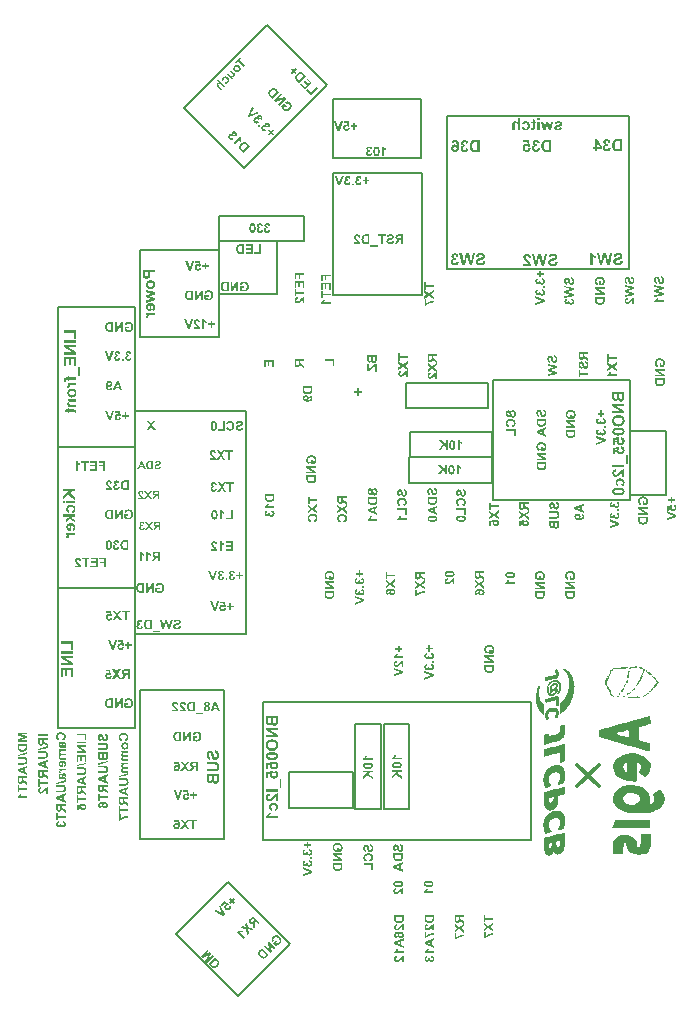
<source format=gbr>
%TF.GenerationSoftware,KiCad,Pcbnew,7.0.9*%
%TF.CreationDate,2025-05-06T13:26:43+09:00*%
%TF.ProjectId,Main_board,4d61696e-5f62-46f6-9172-642e6b696361,rev?*%
%TF.SameCoordinates,Original*%
%TF.FileFunction,Legend,Bot*%
%TF.FilePolarity,Positive*%
%FSLAX46Y46*%
G04 Gerber Fmt 4.6, Leading zero omitted, Abs format (unit mm)*
G04 Created by KiCad (PCBNEW 7.0.9) date 2025-05-06 13:26:43*
%MOMM*%
%LPD*%
G01*
G04 APERTURE LIST*
%ADD10C,0.300000*%
%ADD11C,0.150000*%
%ADD12C,0.200000*%
%ADD13C,0.175000*%
%ADD14C,0.010000*%
G04 APERTURE END LIST*
D10*
X196140761Y-117300761D02*
X197979239Y-119139239D01*
D11*
X179810000Y-113895000D02*
X181950000Y-113895000D01*
X181950000Y-121045000D01*
X179810000Y-121045000D01*
X179810000Y-113895000D01*
X181980000Y-89140000D02*
X188970000Y-89140000D01*
X188970000Y-91280000D01*
X181980000Y-91280000D01*
X181980000Y-89140000D01*
X165850000Y-72980000D02*
X170730000Y-72980000D01*
X170730000Y-77460000D01*
X165850000Y-77460000D01*
X165850000Y-72980000D01*
X152220000Y-90450000D02*
X158730000Y-90450000D01*
X158730000Y-102330000D01*
X152220000Y-102330000D01*
X152220000Y-90450000D01*
X189070000Y-84760000D02*
X200632500Y-84760000D01*
X200632500Y-94935000D01*
X189070000Y-94935000D01*
X189070000Y-84760000D01*
X171850000Y-132450000D02*
X167425963Y-136874037D01*
X162215535Y-131663608D01*
X166639571Y-127239571D01*
X171850000Y-132450000D01*
X159120000Y-110960000D02*
X166250000Y-110960000D01*
X166250000Y-123630000D01*
X159120000Y-123630000D01*
X159120000Y-110960000D01*
X159120000Y-73695000D02*
X165850000Y-73695000D01*
X165850000Y-81125000D01*
X159120000Y-81125000D01*
X159120000Y-73695000D01*
X181970000Y-91280000D02*
X188960000Y-91280000D01*
X188960000Y-93420000D01*
X181970000Y-93420000D01*
X181970000Y-91280000D01*
X185140000Y-62345000D02*
X200570000Y-62345000D01*
X200570000Y-75325000D01*
X185140000Y-75325000D01*
X185140000Y-62345000D01*
X165860000Y-70820000D02*
X173010000Y-70820000D01*
X173010000Y-72960000D01*
X165860000Y-72960000D01*
X165860000Y-70820000D01*
X171735000Y-117960000D02*
X177195000Y-117960000D01*
X177195000Y-120945000D01*
X171735000Y-120945000D01*
X171735000Y-117960000D01*
X177390000Y-113890000D02*
X179530000Y-113890000D01*
X179530000Y-121040000D01*
X177390000Y-121040000D01*
X177390000Y-113890000D01*
X200645000Y-89040000D02*
X203680000Y-89040000D01*
X203680000Y-94470000D01*
X200645000Y-94470000D01*
X200645000Y-89040000D01*
X174975429Y-59754571D02*
X167975000Y-66755000D01*
X162920963Y-61700963D01*
X169921392Y-54700535D01*
X174975429Y-59754571D01*
X175530000Y-67192500D02*
X182990000Y-67192500D01*
X182990000Y-77497500D01*
X175530000Y-77497500D01*
X175530000Y-67192500D01*
X152240000Y-102330000D02*
X158730000Y-102330000D01*
X158730000Y-114240000D01*
X152240000Y-114240000D01*
X152240000Y-102330000D01*
X158720000Y-87380000D02*
X168110000Y-87380000D01*
X168110000Y-106280000D01*
X158720000Y-106280000D01*
X158720000Y-87380000D01*
X152220000Y-78570000D02*
X158730000Y-78570000D01*
X158730000Y-90450000D01*
X152220000Y-90450000D01*
X152220000Y-78570000D01*
X169600000Y-111990000D02*
X192280000Y-111990000D01*
X192280000Y-123700000D01*
X169600000Y-123700000D01*
X169600000Y-111990000D01*
X181635000Y-84980000D02*
X188625000Y-84980000D01*
X188625000Y-87120000D01*
X181635000Y-87120000D01*
X181635000Y-84980000D01*
D10*
X196140761Y-119139239D02*
X197979239Y-117300761D01*
D11*
X175460000Y-60970000D02*
X182920000Y-60970000D01*
X182920000Y-65925000D01*
X175460000Y-65925000D01*
X175460000Y-60970000D01*
D12*
G36*
X156245498Y-100602000D02*
G01*
X156245498Y-99789159D01*
X155693314Y-99789159D01*
X155693314Y-99926717D01*
X156082930Y-99926717D01*
X156082930Y-100114295D01*
X155746656Y-100114295D01*
X155746656Y-100251853D01*
X156082930Y-100251853D01*
X156082930Y-100602000D01*
X156245498Y-100602000D01*
G37*
G36*
X155562790Y-100602000D02*
G01*
X155562790Y-99789159D01*
X154965470Y-99789159D01*
X154965470Y-99926717D01*
X155400027Y-99926717D01*
X155400027Y-100101790D01*
X154995561Y-100101790D01*
X154995561Y-100239348D01*
X155400027Y-100239348D01*
X155400027Y-100464442D01*
X154950034Y-100464442D01*
X154950034Y-100602000D01*
X155562790Y-100602000D01*
G37*
G36*
X154635058Y-100602000D02*
G01*
X154635058Y-99926717D01*
X154874025Y-99926717D01*
X154874025Y-99789159D01*
X154233914Y-99789159D01*
X154233914Y-99926717D01*
X154472295Y-99926717D01*
X154472295Y-100602000D01*
X154635058Y-100602000D01*
G37*
G36*
X153644995Y-100451937D02*
G01*
X153644995Y-100602000D01*
X154186433Y-100602000D01*
X154185197Y-100591946D01*
X154183685Y-100581959D01*
X154181899Y-100572040D01*
X154179838Y-100562188D01*
X154177503Y-100552403D01*
X154174893Y-100542685D01*
X154172007Y-100533034D01*
X154168848Y-100523451D01*
X154165413Y-100513935D01*
X154161703Y-100504486D01*
X154157719Y-100495104D01*
X154153460Y-100485789D01*
X154148926Y-100476541D01*
X154144118Y-100467361D01*
X154139035Y-100458247D01*
X154133677Y-100449201D01*
X154127846Y-100439980D01*
X154121345Y-100430391D01*
X154114175Y-100420435D01*
X154106334Y-100410110D01*
X154097822Y-100399418D01*
X154088641Y-100388357D01*
X154078790Y-100376929D01*
X154068268Y-100365133D01*
X154062756Y-100359097D01*
X154057077Y-100352969D01*
X154051230Y-100346749D01*
X154045215Y-100340437D01*
X154039033Y-100334033D01*
X154032683Y-100327537D01*
X154026166Y-100320949D01*
X154019481Y-100314269D01*
X154012628Y-100307497D01*
X154005609Y-100300634D01*
X153998421Y-100293678D01*
X153991066Y-100286630D01*
X153983544Y-100279490D01*
X153975854Y-100272259D01*
X153967996Y-100264935D01*
X153959971Y-100257519D01*
X153953517Y-100251547D01*
X153947220Y-100245697D01*
X153941082Y-100239969D01*
X153935101Y-100234362D01*
X153929279Y-100228877D01*
X153918107Y-100218272D01*
X153907568Y-100208155D01*
X153897661Y-100198524D01*
X153888386Y-100189380D01*
X153879743Y-100180723D01*
X153871732Y-100172553D01*
X153864353Y-100164870D01*
X153857605Y-100157674D01*
X153851490Y-100150965D01*
X153846007Y-100144743D01*
X153838967Y-100136323D01*
X153833349Y-100128999D01*
X153831792Y-100126801D01*
X153826101Y-100117908D01*
X153820969Y-100109037D01*
X153816397Y-100100185D01*
X153812384Y-100091355D01*
X153808932Y-100082545D01*
X153806039Y-100073756D01*
X153803707Y-100064987D01*
X153801934Y-100056239D01*
X153800721Y-100047511D01*
X153800068Y-100038804D01*
X153799943Y-100033011D01*
X153800187Y-100023620D01*
X153800919Y-100014645D01*
X153802138Y-100006085D01*
X153803845Y-99997941D01*
X153806040Y-99990213D01*
X153809725Y-99980554D01*
X153814277Y-99971635D01*
X153819696Y-99963454D01*
X153825982Y-99956012D01*
X153827689Y-99954267D01*
X153834955Y-99947810D01*
X153842881Y-99942214D01*
X153851466Y-99937479D01*
X153860711Y-99933605D01*
X153870615Y-99930591D01*
X153878476Y-99928896D01*
X153886707Y-99927685D01*
X153895310Y-99926959D01*
X153904284Y-99926717D01*
X153913194Y-99926971D01*
X153921755Y-99927734D01*
X153929965Y-99929004D01*
X153937824Y-99930784D01*
X153945334Y-99933071D01*
X153954801Y-99936912D01*
X153963646Y-99941656D01*
X153971868Y-99947304D01*
X153979467Y-99953856D01*
X153981269Y-99955635D01*
X153988025Y-99963463D01*
X153992600Y-99970120D01*
X153996752Y-99977449D01*
X154000481Y-99985452D01*
X154003788Y-99994128D01*
X154006673Y-100003477D01*
X154009135Y-100013499D01*
X154011174Y-100024195D01*
X154012792Y-100035564D01*
X154013635Y-100043517D01*
X154014291Y-100051769D01*
X154168261Y-100036528D01*
X154167349Y-100028334D01*
X154166322Y-100020286D01*
X154165180Y-100012383D01*
X154163923Y-100004627D01*
X154161065Y-99989554D01*
X154157747Y-99975065D01*
X154153969Y-99961160D01*
X154149732Y-99947841D01*
X154145036Y-99935106D01*
X154139880Y-99922956D01*
X154134265Y-99911390D01*
X154128190Y-99900409D01*
X154121656Y-99890013D01*
X154114662Y-99880201D01*
X154107209Y-99870974D01*
X154099296Y-99862331D01*
X154090924Y-99854274D01*
X154082092Y-99846801D01*
X154072865Y-99839821D01*
X154063356Y-99833291D01*
X154053564Y-99827212D01*
X154043490Y-99821583D01*
X154033133Y-99816404D01*
X154022494Y-99811675D01*
X154011573Y-99807397D01*
X154000369Y-99803570D01*
X153988883Y-99800192D01*
X153977114Y-99797265D01*
X153965063Y-99794788D01*
X153952729Y-99792762D01*
X153940113Y-99791186D01*
X153927215Y-99790060D01*
X153914034Y-99789384D01*
X153900571Y-99789159D01*
X153885872Y-99789410D01*
X153871570Y-99790161D01*
X153857668Y-99791412D01*
X153844163Y-99793165D01*
X153831057Y-99795418D01*
X153818350Y-99798172D01*
X153806041Y-99801426D01*
X153794130Y-99805182D01*
X153782618Y-99809438D01*
X153771504Y-99814194D01*
X153760789Y-99819452D01*
X153750472Y-99825210D01*
X153740553Y-99831468D01*
X153731033Y-99838228D01*
X153721911Y-99845488D01*
X153713188Y-99853249D01*
X153704930Y-99861358D01*
X153697205Y-99869714D01*
X153690013Y-99878315D01*
X153683354Y-99887162D01*
X153677227Y-99896254D01*
X153671633Y-99905593D01*
X153666572Y-99915177D01*
X153662044Y-99925007D01*
X153658048Y-99935083D01*
X153654585Y-99945405D01*
X153651655Y-99955972D01*
X153649258Y-99966785D01*
X153647393Y-99977844D01*
X153646061Y-99989148D01*
X153645262Y-100000699D01*
X153644995Y-100012495D01*
X153645167Y-100022599D01*
X153645682Y-100032613D01*
X153646541Y-100042538D01*
X153647743Y-100052374D01*
X153649289Y-100062120D01*
X153651178Y-100071777D01*
X153653410Y-100081345D01*
X153655986Y-100090824D01*
X153658906Y-100100213D01*
X153662169Y-100109513D01*
X153664535Y-100115663D01*
X153668398Y-100124865D01*
X153672659Y-100134153D01*
X153677319Y-100143527D01*
X153682377Y-100152987D01*
X153687833Y-100162532D01*
X153693688Y-100172163D01*
X153699942Y-100181881D01*
X153704332Y-100188406D01*
X153708899Y-100194971D01*
X153713644Y-100201573D01*
X153718565Y-100208213D01*
X153723664Y-100214892D01*
X153726280Y-100218245D01*
X153731950Y-100225188D01*
X153738411Y-100232680D01*
X153745661Y-100240722D01*
X153753702Y-100249313D01*
X153759501Y-100255346D01*
X153765651Y-100261623D01*
X153772153Y-100268144D01*
X153779005Y-100274909D01*
X153786209Y-100281919D01*
X153793764Y-100289173D01*
X153801670Y-100296672D01*
X153809927Y-100304414D01*
X153818535Y-100312401D01*
X153827494Y-100320632D01*
X153836419Y-100328786D01*
X153844927Y-100336593D01*
X153853016Y-100344052D01*
X153860686Y-100351162D01*
X153867939Y-100357925D01*
X153874773Y-100364339D01*
X153881189Y-100370405D01*
X153887187Y-100376124D01*
X153895399Y-100384049D01*
X153902670Y-100391190D01*
X153909000Y-100397549D01*
X153915976Y-100404809D01*
X153920111Y-100409341D01*
X153926035Y-100416151D01*
X153931598Y-100422904D01*
X153936797Y-100429600D01*
X153941635Y-100436238D01*
X153946109Y-100442819D01*
X153951000Y-100450641D01*
X153951765Y-100451937D01*
X153644995Y-100451937D01*
G37*
G36*
X158176852Y-112211874D02*
G01*
X158176852Y-112074316D01*
X157826119Y-112074316D01*
X157826119Y-112401016D01*
X157832697Y-112407100D01*
X157839632Y-112413093D01*
X157846924Y-112418995D01*
X157854574Y-112424805D01*
X157862580Y-112430523D01*
X157870944Y-112436150D01*
X157879665Y-112441685D01*
X157888743Y-112447129D01*
X157898179Y-112452481D01*
X157907971Y-112457741D01*
X157918121Y-112462910D01*
X157928628Y-112467987D01*
X157939492Y-112472973D01*
X157950714Y-112477867D01*
X157962292Y-112482669D01*
X157974228Y-112487380D01*
X157986353Y-112491875D01*
X157998497Y-112496081D01*
X158010661Y-112499996D01*
X158022845Y-112503622D01*
X158035048Y-112506957D01*
X158047272Y-112510003D01*
X158059516Y-112512758D01*
X158071779Y-112515224D01*
X158084062Y-112517399D01*
X158096365Y-112519284D01*
X158108688Y-112520879D01*
X158121030Y-112522184D01*
X158133393Y-112523200D01*
X158145775Y-112523925D01*
X158158177Y-112524360D01*
X158170599Y-112524505D01*
X158178469Y-112524453D01*
X158194018Y-112524036D01*
X158209314Y-112523202D01*
X158224356Y-112521952D01*
X158239145Y-112520285D01*
X158253681Y-112518202D01*
X158267963Y-112515701D01*
X158281991Y-112512784D01*
X158295767Y-112509450D01*
X158309289Y-112505699D01*
X158322557Y-112501532D01*
X158335572Y-112496948D01*
X158348334Y-112491947D01*
X158360842Y-112486529D01*
X158373097Y-112480695D01*
X158385098Y-112474444D01*
X158391004Y-112471162D01*
X158402570Y-112464316D01*
X158413771Y-112457112D01*
X158424607Y-112449551D01*
X158435078Y-112441633D01*
X158445184Y-112433358D01*
X158454926Y-112424725D01*
X158464302Y-112415736D01*
X158473314Y-112406389D01*
X158481961Y-112396685D01*
X158490243Y-112386624D01*
X158498160Y-112376205D01*
X158505713Y-112365429D01*
X158512900Y-112354296D01*
X158519723Y-112342806D01*
X158526181Y-112330959D01*
X158532274Y-112318755D01*
X158538000Y-112306279D01*
X158543357Y-112293668D01*
X158548344Y-112280921D01*
X158552962Y-112268038D01*
X158557210Y-112255019D01*
X158561089Y-112241864D01*
X158564598Y-112228573D01*
X158567738Y-112215147D01*
X158570509Y-112201584D01*
X158572910Y-112187886D01*
X158574942Y-112174052D01*
X158576604Y-112160082D01*
X158577897Y-112145976D01*
X158578821Y-112131735D01*
X158579375Y-112117357D01*
X158579560Y-112102844D01*
X158579508Y-112094958D01*
X158579354Y-112087128D01*
X158578735Y-112071633D01*
X158577705Y-112056359D01*
X158576262Y-112041307D01*
X158574408Y-112026476D01*
X158572141Y-112011866D01*
X158569462Y-111997478D01*
X158566371Y-111983311D01*
X158562867Y-111969366D01*
X158558952Y-111955642D01*
X158554624Y-111942139D01*
X158549884Y-111928857D01*
X158544732Y-111915797D01*
X158539168Y-111902959D01*
X158533192Y-111890341D01*
X158526803Y-111877945D01*
X158520018Y-111865815D01*
X158512851Y-111854043D01*
X158505302Y-111842630D01*
X158497372Y-111831576D01*
X158489060Y-111820880D01*
X158480367Y-111810543D01*
X158471291Y-111800565D01*
X158461835Y-111790946D01*
X158451996Y-111781685D01*
X158441776Y-111772783D01*
X158431175Y-111764240D01*
X158420191Y-111756056D01*
X158408826Y-111748230D01*
X158397080Y-111740763D01*
X158384952Y-111733655D01*
X158372442Y-111726905D01*
X158362598Y-111722031D01*
X158352460Y-111717471D01*
X158342027Y-111713226D01*
X158331299Y-111709295D01*
X158320277Y-111705679D01*
X158308960Y-111702377D01*
X158297349Y-111699390D01*
X158285442Y-111696717D01*
X158273242Y-111694358D01*
X158260746Y-111692314D01*
X158247957Y-111690585D01*
X158234872Y-111689170D01*
X158221493Y-111688069D01*
X158207819Y-111687283D01*
X158193851Y-111686811D01*
X158179588Y-111686654D01*
X158170273Y-111686719D01*
X158161087Y-111686914D01*
X158152030Y-111687238D01*
X158143101Y-111687692D01*
X158134301Y-111688276D01*
X158125629Y-111688990D01*
X158117086Y-111689833D01*
X158108672Y-111690806D01*
X158100386Y-111691909D01*
X158092229Y-111693142D01*
X158084200Y-111694504D01*
X158076300Y-111695996D01*
X158068529Y-111697618D01*
X158060886Y-111699370D01*
X158045987Y-111703263D01*
X158031602Y-111707674D01*
X158017731Y-111712605D01*
X158004375Y-111718055D01*
X157991533Y-111724023D01*
X157979205Y-111730511D01*
X157967392Y-111737518D01*
X157956094Y-111745043D01*
X157945310Y-111753088D01*
X157934994Y-111761591D01*
X157925148Y-111770490D01*
X157915772Y-111779787D01*
X157906866Y-111789480D01*
X157898430Y-111799571D01*
X157890465Y-111810058D01*
X157882970Y-111820942D01*
X157875945Y-111832223D01*
X157869390Y-111843901D01*
X157863305Y-111855975D01*
X157857691Y-111868447D01*
X157852546Y-111881316D01*
X157847872Y-111894581D01*
X157843668Y-111908243D01*
X157839934Y-111922303D01*
X157836671Y-111936759D01*
X157998262Y-111961769D01*
X158000504Y-111953911D01*
X158002982Y-111946263D01*
X158005694Y-111938823D01*
X158010204Y-111928056D01*
X158015243Y-111917760D01*
X158020810Y-111907934D01*
X158026907Y-111898578D01*
X158033532Y-111889693D01*
X158040687Y-111881279D01*
X158048370Y-111873335D01*
X158056582Y-111865862D01*
X158062351Y-111861141D01*
X158071350Y-111854541D01*
X158080761Y-111848591D01*
X158090584Y-111843289D01*
X158100819Y-111838637D01*
X158111467Y-111834634D01*
X158122526Y-111831280D01*
X158130128Y-111829405D01*
X158137914Y-111827818D01*
X158145882Y-111826520D01*
X158154034Y-111825510D01*
X158162368Y-111824789D01*
X158170886Y-111824356D01*
X158179588Y-111824212D01*
X158192752Y-111824480D01*
X158205575Y-111825283D01*
X158218056Y-111826623D01*
X158230195Y-111828498D01*
X158241992Y-111830909D01*
X158253447Y-111833856D01*
X158264560Y-111837339D01*
X158275331Y-111841357D01*
X158285760Y-111845912D01*
X158295847Y-111851002D01*
X158305592Y-111856628D01*
X158314996Y-111862790D01*
X158324057Y-111869487D01*
X158332777Y-111876721D01*
X158341154Y-111884490D01*
X158349190Y-111892795D01*
X158356809Y-111901604D01*
X158363936Y-111910933D01*
X158370572Y-111920783D01*
X158376716Y-111931153D01*
X158382369Y-111942044D01*
X158387530Y-111953456D01*
X158392199Y-111965388D01*
X158396378Y-111977840D01*
X158400064Y-111990814D01*
X158403259Y-112004307D01*
X158405963Y-112018321D01*
X158408174Y-112032856D01*
X158409895Y-112047911D01*
X158411124Y-112063487D01*
X158411554Y-112071470D01*
X158411861Y-112079584D01*
X158412045Y-112087827D01*
X158412107Y-112096200D01*
X158412045Y-112105215D01*
X158411858Y-112114088D01*
X158411547Y-112122819D01*
X158411111Y-112131408D01*
X158410552Y-112139855D01*
X158409867Y-112148160D01*
X158409059Y-112156323D01*
X158408126Y-112164344D01*
X158407068Y-112172223D01*
X158405886Y-112179961D01*
X158403149Y-112195009D01*
X158399914Y-112209489D01*
X158396182Y-112223402D01*
X158391952Y-112236747D01*
X158387225Y-112249524D01*
X158381999Y-112261733D01*
X158376276Y-112273374D01*
X158370056Y-112284448D01*
X158363338Y-112294953D01*
X158356122Y-112304891D01*
X158348408Y-112314260D01*
X158340267Y-112323062D01*
X158331818Y-112331296D01*
X158323060Y-112338963D01*
X158313994Y-112346061D01*
X158304620Y-112352591D01*
X158294937Y-112358554D01*
X158284946Y-112363949D01*
X158274647Y-112368775D01*
X158264039Y-112373034D01*
X158253123Y-112376726D01*
X158241899Y-112379849D01*
X158230366Y-112382404D01*
X158218524Y-112384392D01*
X158206375Y-112385811D01*
X158193917Y-112386663D01*
X158181151Y-112386947D01*
X158171585Y-112386767D01*
X158162013Y-112386226D01*
X158152434Y-112385324D01*
X158142847Y-112384062D01*
X158133254Y-112382439D01*
X158123654Y-112380456D01*
X158114048Y-112378111D01*
X158104434Y-112375407D01*
X158094814Y-112372341D01*
X158085186Y-112368915D01*
X158078764Y-112366431D01*
X158069256Y-112362507D01*
X158060002Y-112358428D01*
X158051002Y-112354195D01*
X158042256Y-112349807D01*
X158033764Y-112345265D01*
X158025527Y-112340568D01*
X158017544Y-112335716D01*
X158009814Y-112330710D01*
X158002339Y-112325550D01*
X157995119Y-112320235D01*
X157990446Y-112316605D01*
X157990446Y-112211874D01*
X158176852Y-112211874D01*
G37*
G36*
X157679183Y-112512000D02*
G01*
X157679183Y-111699159D01*
X157520913Y-111699159D01*
X157191283Y-112248413D01*
X157191283Y-111699159D01*
X157040244Y-111699159D01*
X157040244Y-112512000D01*
X157203398Y-112512000D01*
X157528143Y-111970953D01*
X157528143Y-112512000D01*
X157679183Y-112512000D01*
G37*
G36*
X156873377Y-112512000D02*
G01*
X156567194Y-112512000D01*
X156556076Y-112511932D01*
X156545240Y-112511731D01*
X156534686Y-112511395D01*
X156524415Y-112510925D01*
X156514426Y-112510320D01*
X156504720Y-112509581D01*
X156495296Y-112508708D01*
X156486154Y-112507701D01*
X156477295Y-112506559D01*
X156468718Y-112505283D01*
X156460424Y-112503872D01*
X156452412Y-112502327D01*
X156444683Y-112500648D01*
X156433618Y-112497878D01*
X156423188Y-112494805D01*
X156418723Y-112493334D01*
X156409966Y-112490284D01*
X156401438Y-112487090D01*
X156393142Y-112483753D01*
X156385076Y-112480273D01*
X156377240Y-112476649D01*
X156369635Y-112472881D01*
X156362260Y-112468970D01*
X156355116Y-112464916D01*
X156348203Y-112460718D01*
X156341520Y-112456377D01*
X156335067Y-112451892D01*
X156325820Y-112444895D01*
X156317092Y-112437576D01*
X156308883Y-112429934D01*
X156301975Y-112422939D01*
X156295269Y-112415679D01*
X156288767Y-112408156D01*
X156282468Y-112400368D01*
X156276372Y-112392317D01*
X156270479Y-112384001D01*
X156264789Y-112375421D01*
X156259301Y-112366577D01*
X156254017Y-112357469D01*
X156248936Y-112348097D01*
X156244058Y-112338461D01*
X156239383Y-112328561D01*
X156234912Y-112318397D01*
X156230643Y-112307968D01*
X156226577Y-112297276D01*
X156222714Y-112286319D01*
X156219709Y-112277126D01*
X156216898Y-112267717D01*
X156214281Y-112258093D01*
X156211857Y-112248254D01*
X156209628Y-112238199D01*
X156207592Y-112227930D01*
X156205750Y-112217445D01*
X156204103Y-112206745D01*
X156202649Y-112195829D01*
X156201388Y-112184699D01*
X156200322Y-112173353D01*
X156199450Y-112161792D01*
X156198771Y-112150016D01*
X156198287Y-112138024D01*
X156197996Y-112125817D01*
X156197899Y-112113395D01*
X156197954Y-112105775D01*
X156366133Y-112105775D01*
X156366198Y-112117393D01*
X156366393Y-112128703D01*
X156366717Y-112139705D01*
X156367171Y-112150398D01*
X156367755Y-112160783D01*
X156368469Y-112170859D01*
X156369312Y-112180628D01*
X156370285Y-112190087D01*
X156371388Y-112199239D01*
X156372621Y-112208082D01*
X156373983Y-112216617D01*
X156375476Y-112224843D01*
X156377098Y-112232761D01*
X156379774Y-112244060D01*
X156382742Y-112254665D01*
X156384832Y-112261360D01*
X156388109Y-112270952D01*
X156391559Y-112280005D01*
X156395180Y-112288519D01*
X156398973Y-112296494D01*
X156402938Y-112303930D01*
X156407075Y-112310826D01*
X156412857Y-112319182D01*
X156418945Y-112326579D01*
X156425338Y-112333018D01*
X156432045Y-112338715D01*
X156439174Y-112343985D01*
X156446724Y-112348827D01*
X156454696Y-112353242D01*
X156463089Y-112357229D01*
X156471903Y-112360789D01*
X156481138Y-112363921D01*
X156490795Y-112366626D01*
X156494729Y-112367573D01*
X156503485Y-112369282D01*
X156513425Y-112370748D01*
X156521658Y-112371687D01*
X156530558Y-112372488D01*
X156540123Y-112373152D01*
X156550355Y-112373679D01*
X156561253Y-112374068D01*
X156572818Y-112374320D01*
X156580898Y-112374411D01*
X156589274Y-112374442D01*
X156710613Y-112374442D01*
X156710613Y-111836717D01*
X156637536Y-111836717D01*
X156631384Y-111836725D01*
X156619463Y-111836786D01*
X156608054Y-111836908D01*
X156597156Y-111837091D01*
X156586770Y-111837335D01*
X156576895Y-111837640D01*
X156567531Y-111838007D01*
X156558679Y-111838434D01*
X156550338Y-111838923D01*
X156542509Y-111839472D01*
X156531723Y-111840411D01*
X156522088Y-111841487D01*
X156513604Y-111842701D01*
X156504082Y-111844533D01*
X156498430Y-111845850D01*
X156490189Y-111848095D01*
X156482234Y-111850663D01*
X156474564Y-111853554D01*
X156467179Y-111856768D01*
X156460079Y-111860304D01*
X156453264Y-111864164D01*
X156444621Y-111869812D01*
X156436484Y-111876034D01*
X156428855Y-111882830D01*
X156427012Y-111884610D01*
X156419898Y-111892166D01*
X156414835Y-111898290D01*
X156410006Y-111904806D01*
X156405411Y-111911713D01*
X156401049Y-111919012D01*
X156396920Y-111926702D01*
X156393025Y-111934784D01*
X156389364Y-111943257D01*
X156385936Y-111952122D01*
X156382742Y-111961378D01*
X156380731Y-111967850D01*
X156377957Y-111978196D01*
X156375476Y-111989308D01*
X156373983Y-111997141D01*
X156372621Y-112005315D01*
X156371388Y-112013829D01*
X156370285Y-112022683D01*
X156369312Y-112031878D01*
X156368469Y-112041414D01*
X156367755Y-112051290D01*
X156367171Y-112061506D01*
X156366717Y-112072062D01*
X156366393Y-112082959D01*
X156366198Y-112094197D01*
X156366133Y-112105775D01*
X156197954Y-112105775D01*
X156198002Y-112099250D01*
X156198311Y-112085390D01*
X156198826Y-112071815D01*
X156199547Y-112058526D01*
X156200475Y-112045522D01*
X156201608Y-112032804D01*
X156202948Y-112020371D01*
X156204493Y-112008224D01*
X156206245Y-111996362D01*
X156208203Y-111984786D01*
X156210367Y-111973495D01*
X156212737Y-111962490D01*
X156215313Y-111951770D01*
X156218095Y-111941335D01*
X156221083Y-111931186D01*
X156224277Y-111921323D01*
X156227669Y-111911672D01*
X156231250Y-111902211D01*
X156235021Y-111892939D01*
X156238980Y-111883856D01*
X156243130Y-111874962D01*
X156247468Y-111866258D01*
X156251996Y-111857743D01*
X156256713Y-111849418D01*
X156261619Y-111841281D01*
X156266714Y-111833334D01*
X156271999Y-111825576D01*
X156277473Y-111818008D01*
X156283137Y-111810629D01*
X156288989Y-111803439D01*
X156295031Y-111796438D01*
X156301262Y-111789627D01*
X156307667Y-111783014D01*
X156314229Y-111776658D01*
X156320948Y-111770558D01*
X156327824Y-111764714D01*
X156334857Y-111759127D01*
X156342048Y-111753796D01*
X156349396Y-111748722D01*
X156356901Y-111743905D01*
X156364563Y-111739343D01*
X156372383Y-111735039D01*
X156380360Y-111730990D01*
X156388494Y-111727198D01*
X156396785Y-111723663D01*
X156405234Y-111720384D01*
X156413839Y-111717362D01*
X156422602Y-111714595D01*
X156432915Y-111711837D01*
X156444069Y-111709350D01*
X156451972Y-111707842D01*
X156460250Y-111706455D01*
X156468902Y-111705189D01*
X156477927Y-111704043D01*
X156487327Y-111703018D01*
X156497100Y-111702114D01*
X156507248Y-111701330D01*
X156517769Y-111700667D01*
X156528665Y-111700124D01*
X156539934Y-111699702D01*
X156551578Y-111699400D01*
X156563595Y-111699220D01*
X156575987Y-111699159D01*
X156873377Y-111699159D01*
X156873377Y-112512000D01*
G37*
G36*
X169296306Y-130673212D02*
G01*
X169181353Y-130788165D01*
X168942605Y-130549416D01*
X168919255Y-130572766D01*
X168912064Y-130580069D01*
X168905361Y-130587107D01*
X168899147Y-130593880D01*
X168893420Y-130600388D01*
X168888182Y-130606632D01*
X168881957Y-130614545D01*
X168876600Y-130621988D01*
X168872111Y-130628960D01*
X168867719Y-130637013D01*
X168864948Y-130643299D01*
X168862041Y-130651546D01*
X168859756Y-130660224D01*
X168858091Y-130669335D01*
X168857046Y-130678877D01*
X168856658Y-130686821D01*
X168856666Y-130695042D01*
X168856976Y-130701958D01*
X168857644Y-130710219D01*
X168858672Y-130719826D01*
X168860060Y-130730779D01*
X168861185Y-130738828D01*
X168862469Y-130747475D01*
X168863913Y-130756720D01*
X168865517Y-130766564D01*
X168867281Y-130777005D01*
X168869205Y-130788044D01*
X168871288Y-130799681D01*
X168873531Y-130811916D01*
X168875934Y-130824749D01*
X168878496Y-130838180D01*
X168921742Y-131047776D01*
X168784130Y-131185388D01*
X168741851Y-131003840D01*
X168738716Y-130990542D01*
X168735768Y-130977696D01*
X168733008Y-130965302D01*
X168730436Y-130953358D01*
X168728051Y-130941865D01*
X168725855Y-130930824D01*
X168723846Y-130920234D01*
X168722025Y-130910095D01*
X168720392Y-130900407D01*
X168718946Y-130891171D01*
X168717689Y-130882385D01*
X168716619Y-130874051D01*
X168715737Y-130866168D01*
X168714767Y-130855190D01*
X168714219Y-130845227D01*
X168714027Y-130838888D01*
X168713996Y-130829251D01*
X168714270Y-130819459D01*
X168714851Y-130809511D01*
X168715737Y-130799408D01*
X168716930Y-130789149D01*
X168718428Y-130778735D01*
X168720233Y-130768165D01*
X168722343Y-130757440D01*
X168724760Y-130746560D01*
X168727482Y-130735524D01*
X168716748Y-130743253D01*
X168706063Y-130750446D01*
X168695427Y-130757104D01*
X168684841Y-130763226D01*
X168674305Y-130768813D01*
X168663819Y-130773865D01*
X168653382Y-130778381D01*
X168642995Y-130782362D01*
X168632657Y-130785807D01*
X168622369Y-130788717D01*
X168612131Y-130791092D01*
X168601943Y-130792931D01*
X168591804Y-130794235D01*
X168581714Y-130795004D01*
X168571675Y-130795237D01*
X168561685Y-130794935D01*
X168551761Y-130794146D01*
X168541955Y-130792886D01*
X168532267Y-130791154D01*
X168522696Y-130788951D01*
X168513244Y-130786275D01*
X168503908Y-130783128D01*
X168494691Y-130779510D01*
X168485591Y-130775419D01*
X168476608Y-130770857D01*
X168467744Y-130765823D01*
X168458997Y-130760318D01*
X168450367Y-130754340D01*
X168441856Y-130747891D01*
X168433462Y-130740971D01*
X168425185Y-130733578D01*
X168417026Y-130725714D01*
X168410778Y-130719272D01*
X168404814Y-130712725D01*
X168399134Y-130706073D01*
X168393737Y-130699316D01*
X168388624Y-130692455D01*
X168383796Y-130685489D01*
X168379251Y-130678418D01*
X168374990Y-130671243D01*
X168371013Y-130663963D01*
X168367320Y-130656578D01*
X168363910Y-130649089D01*
X168360785Y-130641494D01*
X168357943Y-130633795D01*
X168355386Y-130625992D01*
X168353112Y-130618084D01*
X168351122Y-130610071D01*
X168349433Y-130602035D01*
X168348063Y-130594059D01*
X168347011Y-130586142D01*
X168346278Y-130578284D01*
X168345774Y-130566609D01*
X168345988Y-130555068D01*
X168346917Y-130543660D01*
X168346964Y-130543337D01*
X168510478Y-130543337D01*
X168510564Y-130551489D01*
X168511458Y-130559571D01*
X168513172Y-130567516D01*
X168515706Y-130575322D01*
X168519061Y-130582990D01*
X168523236Y-130590520D01*
X168528232Y-130597912D01*
X168534048Y-130605166D01*
X168540684Y-130612281D01*
X168547022Y-130618253D01*
X168553464Y-130623593D01*
X168560010Y-130628304D01*
X168568337Y-130633306D01*
X168576827Y-130637322D01*
X168585478Y-130640354D01*
X168594292Y-130642401D01*
X168597829Y-130642967D01*
X168606644Y-130643738D01*
X168615418Y-130643593D01*
X168624152Y-130642530D01*
X168632845Y-130640549D01*
X168641498Y-130637651D01*
X168650110Y-130633835D01*
X168655726Y-130630638D01*
X168662317Y-130626230D01*
X168669881Y-130620610D01*
X168678419Y-130613777D01*
X168684652Y-130608549D01*
X168691318Y-130602782D01*
X168698417Y-130596477D01*
X168705948Y-130589633D01*
X168713913Y-130582250D01*
X168722310Y-130574329D01*
X168731140Y-130565869D01*
X168740403Y-130556871D01*
X168750099Y-130547334D01*
X168760227Y-130537258D01*
X168845337Y-130452148D01*
X168703856Y-130310668D01*
X168614049Y-130400475D01*
X168605536Y-130409003D01*
X168597476Y-130417109D01*
X168589868Y-130424792D01*
X168582712Y-130432054D01*
X168576008Y-130438894D01*
X168569757Y-130445311D01*
X168563958Y-130451307D01*
X168556107Y-130459509D01*
X168549274Y-130466761D01*
X168543458Y-130473064D01*
X168537287Y-130479991D01*
X168532118Y-130486275D01*
X168526643Y-130494427D01*
X168521962Y-130502579D01*
X168518077Y-130510730D01*
X168514985Y-130518882D01*
X168512688Y-130527034D01*
X168511186Y-130535185D01*
X168510478Y-130543337D01*
X168346964Y-130543337D01*
X168348564Y-130532385D01*
X168350926Y-130521245D01*
X168354006Y-130510237D01*
X168357801Y-130499364D01*
X168362313Y-130488624D01*
X168365799Y-130481391D01*
X168369796Y-130473888D01*
X168374304Y-130466115D01*
X168379325Y-130458072D01*
X168384857Y-130449760D01*
X168390900Y-130441177D01*
X168397456Y-130432325D01*
X168404523Y-130423203D01*
X168412101Y-130413811D01*
X168420191Y-130404149D01*
X168428793Y-130394218D01*
X168437907Y-130384016D01*
X168447532Y-130373545D01*
X168457668Y-130362803D01*
X168468317Y-130351792D01*
X168473833Y-130346186D01*
X168479477Y-130340511D01*
X168721541Y-130098447D01*
X169296306Y-130673212D01*
G37*
G36*
X168783163Y-131186355D02*
G01*
X168287152Y-131084390D01*
X168190160Y-130629828D01*
X168055726Y-130764262D01*
X168114999Y-131049020D01*
X167829550Y-130990438D01*
X167696222Y-131123767D01*
X168150369Y-131219791D01*
X168253578Y-131715940D01*
X168392295Y-131577223D01*
X168323765Y-131256405D01*
X168645274Y-131324243D01*
X168783163Y-131186355D01*
G37*
G36*
X167942155Y-132027363D02*
G01*
X168051305Y-131918213D01*
X167635429Y-131502338D01*
X167650364Y-131502149D01*
X167665223Y-131501550D01*
X167680005Y-131500539D01*
X167694710Y-131499117D01*
X167709339Y-131497283D01*
X167723891Y-131495039D01*
X167738367Y-131492383D01*
X167752766Y-131489316D01*
X167767088Y-131485837D01*
X167781333Y-131481948D01*
X167795502Y-131477647D01*
X167809594Y-131472935D01*
X167823610Y-131467811D01*
X167837549Y-131462276D01*
X167851411Y-131456330D01*
X167865197Y-131449973D01*
X167759087Y-131343863D01*
X167751915Y-131347423D01*
X167744493Y-131350849D01*
X167736820Y-131354141D01*
X167728898Y-131357299D01*
X167720724Y-131360324D01*
X167712301Y-131363215D01*
X167703626Y-131365971D01*
X167694702Y-131368594D01*
X167685527Y-131371083D01*
X167676101Y-131373439D01*
X167666426Y-131375660D01*
X167656499Y-131377748D01*
X167646323Y-131379701D01*
X167635896Y-131381521D01*
X167625218Y-131383207D01*
X167614290Y-131384760D01*
X167603293Y-131386055D01*
X167592443Y-131387005D01*
X167581739Y-131387609D01*
X167571183Y-131387868D01*
X167560773Y-131387782D01*
X167550510Y-131387350D01*
X167540394Y-131386573D01*
X167530424Y-131385450D01*
X167520601Y-131383982D01*
X167510926Y-131382169D01*
X167501397Y-131380010D01*
X167492014Y-131377506D01*
X167482779Y-131374656D01*
X167473690Y-131371461D01*
X167464748Y-131367921D01*
X167455953Y-131364035D01*
X167367390Y-131452598D01*
X167942155Y-132027363D01*
G37*
G36*
X163763634Y-120179452D02*
G01*
X163763634Y-119966863D01*
X163974660Y-119966863D01*
X163974660Y-119829306D01*
X163763634Y-119829306D01*
X163763634Y-119616717D01*
X163622951Y-119616717D01*
X163622951Y-119829306D01*
X163411339Y-119829306D01*
X163411339Y-119966863D01*
X163622951Y-119966863D01*
X163622951Y-120179452D01*
X163763634Y-120179452D01*
G37*
G36*
X163317940Y-120059480D02*
G01*
X163164165Y-120041895D01*
X163162692Y-120052493D01*
X163160767Y-120062672D01*
X163158388Y-120072432D01*
X163155555Y-120081774D01*
X163152269Y-120090696D01*
X163148530Y-120099199D01*
X163144338Y-120107283D01*
X163139692Y-120114948D01*
X163134592Y-120122194D01*
X163129040Y-120129021D01*
X163125086Y-120133339D01*
X163118918Y-120139345D01*
X163112579Y-120144761D01*
X163106068Y-120149585D01*
X163099385Y-120153819D01*
X163090208Y-120158545D01*
X163080725Y-120162221D01*
X163070937Y-120164847D01*
X163060844Y-120166422D01*
X163050445Y-120166947D01*
X163041492Y-120166638D01*
X163032803Y-120165711D01*
X163024378Y-120164165D01*
X163016218Y-120162001D01*
X163008322Y-120159219D01*
X163000691Y-120155819D01*
X162993324Y-120151800D01*
X162986222Y-120147163D01*
X162979384Y-120141908D01*
X162972810Y-120136035D01*
X162968575Y-120131776D01*
X162962569Y-120124831D01*
X162957154Y-120117257D01*
X162952329Y-120109054D01*
X162948095Y-120100223D01*
X162944452Y-120090763D01*
X162941400Y-120080675D01*
X162938939Y-120069959D01*
X162937068Y-120058613D01*
X162936149Y-120050701D01*
X162935492Y-120042508D01*
X162935099Y-120034037D01*
X162934967Y-120025286D01*
X162935097Y-120017064D01*
X162935486Y-120009105D01*
X162936557Y-119997659D01*
X162938211Y-119986803D01*
X162940449Y-119976538D01*
X162943272Y-119966863D01*
X162946678Y-119957780D01*
X162950668Y-119949287D01*
X162955241Y-119941385D01*
X162960399Y-119934074D01*
X162966141Y-119927353D01*
X162968184Y-119925244D01*
X162974589Y-119919273D01*
X162981348Y-119913889D01*
X162988461Y-119909093D01*
X162995927Y-119904884D01*
X163003747Y-119901262D01*
X163011921Y-119898227D01*
X163020449Y-119895780D01*
X163029331Y-119893920D01*
X163038566Y-119892648D01*
X163048155Y-119891963D01*
X163054744Y-119891832D01*
X163062995Y-119892076D01*
X163071139Y-119892809D01*
X163079176Y-119894030D01*
X163087106Y-119895740D01*
X163094930Y-119897938D01*
X163102646Y-119900625D01*
X163110256Y-119903800D01*
X163117759Y-119907464D01*
X163125155Y-119911616D01*
X163132444Y-119916256D01*
X163139626Y-119921385D01*
X163146701Y-119927003D01*
X163153670Y-119933109D01*
X163160532Y-119939704D01*
X163167287Y-119946787D01*
X163173935Y-119954358D01*
X163299182Y-119935014D01*
X163220048Y-119491665D01*
X162811869Y-119491665D01*
X162811869Y-119641727D01*
X163103006Y-119641727D01*
X163127235Y-119782802D01*
X163117543Y-119777704D01*
X163107809Y-119773107D01*
X163098034Y-119769012D01*
X163088217Y-119765418D01*
X163078360Y-119762326D01*
X163068461Y-119759735D01*
X163058521Y-119757645D01*
X163048540Y-119756057D01*
X163038518Y-119754971D01*
X163028454Y-119754386D01*
X163021722Y-119754274D01*
X163008998Y-119754565D01*
X162996520Y-119755438D01*
X162984287Y-119756892D01*
X162972300Y-119758927D01*
X162960559Y-119761544D01*
X162949063Y-119764743D01*
X162937814Y-119768524D01*
X162926810Y-119772886D01*
X162916051Y-119777829D01*
X162905539Y-119783355D01*
X162895273Y-119789461D01*
X162885252Y-119796150D01*
X162875477Y-119803420D01*
X162865947Y-119811272D01*
X162856664Y-119819705D01*
X162847626Y-119828720D01*
X162838966Y-119838175D01*
X162830865Y-119847978D01*
X162823322Y-119858130D01*
X162816339Y-119868629D01*
X162809913Y-119879476D01*
X162804047Y-119890672D01*
X162798739Y-119902215D01*
X162793990Y-119914107D01*
X162789800Y-119926347D01*
X162786168Y-119938934D01*
X162783096Y-119951870D01*
X162780581Y-119965154D01*
X162778626Y-119978786D01*
X162777229Y-119992765D01*
X162776391Y-120007093D01*
X162776112Y-120021769D01*
X162776337Y-120034045D01*
X162777012Y-120046157D01*
X162778138Y-120058103D01*
X162779714Y-120069885D01*
X162781741Y-120081502D01*
X162784218Y-120092954D01*
X162787145Y-120104241D01*
X162790522Y-120115363D01*
X162794350Y-120126320D01*
X162798628Y-120137113D01*
X162803356Y-120147741D01*
X162808535Y-120158203D01*
X162814164Y-120168501D01*
X162820243Y-120178634D01*
X162826773Y-120188602D01*
X162833753Y-120198406D01*
X162838722Y-120204933D01*
X162843811Y-120211254D01*
X162849018Y-120217367D01*
X162854346Y-120223273D01*
X162859793Y-120228971D01*
X162865359Y-120234463D01*
X162876850Y-120244824D01*
X162888818Y-120254356D01*
X162901265Y-120263060D01*
X162914189Y-120270934D01*
X162927591Y-120277980D01*
X162941471Y-120284197D01*
X162955829Y-120289585D01*
X162970664Y-120294143D01*
X162978261Y-120296112D01*
X162985977Y-120297874D01*
X162993813Y-120299428D01*
X163001768Y-120300775D01*
X163009843Y-120301914D01*
X163018037Y-120302847D01*
X163026351Y-120303572D01*
X163034784Y-120304090D01*
X163043337Y-120304401D01*
X163052008Y-120304505D01*
X163065794Y-120304245D01*
X163079257Y-120303467D01*
X163092398Y-120302169D01*
X163105217Y-120300353D01*
X163117714Y-120298017D01*
X163129888Y-120295162D01*
X163141741Y-120291789D01*
X163153272Y-120287896D01*
X163164480Y-120283485D01*
X163175366Y-120278554D01*
X163185931Y-120273104D01*
X163196173Y-120267136D01*
X163206093Y-120260648D01*
X163215691Y-120253641D01*
X163224967Y-120246115D01*
X163233921Y-120238071D01*
X163242492Y-120229588D01*
X163250621Y-120220748D01*
X163258307Y-120211550D01*
X163265550Y-120201996D01*
X163272351Y-120192084D01*
X163278709Y-120181815D01*
X163284624Y-120171189D01*
X163290096Y-120160206D01*
X163295126Y-120148866D01*
X163299713Y-120137168D01*
X163303858Y-120125113D01*
X163307560Y-120112701D01*
X163310819Y-120099932D01*
X163313635Y-120086805D01*
X163316009Y-120073321D01*
X163317940Y-120059480D01*
G37*
G36*
X162457619Y-120292000D02*
G01*
X162745630Y-119479159D01*
X162569189Y-119479159D01*
X162365393Y-120079411D01*
X162168045Y-119479159D01*
X161995512Y-119479159D01*
X162283914Y-120292000D01*
X162457619Y-120292000D01*
G37*
G36*
X158429252Y-82881239D02*
G01*
X158279775Y-82861895D01*
X158278209Y-82873038D01*
X158276219Y-82883680D01*
X158273808Y-82893820D01*
X158270973Y-82903459D01*
X158267717Y-82912596D01*
X158264038Y-82921232D01*
X158259936Y-82929367D01*
X158255412Y-82937000D01*
X158250466Y-82944131D01*
X158245097Y-82950761D01*
X158241283Y-82954903D01*
X158235304Y-82960629D01*
X158229092Y-82965793D01*
X158222646Y-82970393D01*
X158213689Y-82975650D01*
X158204316Y-82979906D01*
X158194528Y-82983161D01*
X158186914Y-82984944D01*
X158179067Y-82986165D01*
X158170987Y-82986822D01*
X158165470Y-82986947D01*
X158156663Y-82986626D01*
X158148120Y-82985663D01*
X158139842Y-82984057D01*
X158131828Y-82981809D01*
X158124079Y-82978919D01*
X158116594Y-82975386D01*
X158109374Y-82971211D01*
X158102418Y-82966394D01*
X158095727Y-82960935D01*
X158089300Y-82954833D01*
X158085163Y-82950408D01*
X158079296Y-82943332D01*
X158074007Y-82935807D01*
X158069294Y-82927831D01*
X158065159Y-82919405D01*
X158061601Y-82910529D01*
X158058620Y-82901203D01*
X158056215Y-82891428D01*
X158054388Y-82881202D01*
X158053138Y-82870527D01*
X158052465Y-82859401D01*
X158052336Y-82851734D01*
X158052613Y-82840956D01*
X158053442Y-82830604D01*
X158054825Y-82820678D01*
X158056760Y-82811178D01*
X158059249Y-82802103D01*
X158062290Y-82793455D01*
X158065884Y-82785232D01*
X158070032Y-82777436D01*
X158074732Y-82770065D01*
X158079985Y-82763120D01*
X158083795Y-82758727D01*
X158089777Y-82752581D01*
X158095999Y-82747040D01*
X158102462Y-82742103D01*
X158109166Y-82737771D01*
X158116109Y-82734043D01*
X158123294Y-82730920D01*
X158130718Y-82728401D01*
X158138383Y-82726487D01*
X158146289Y-82725177D01*
X158154434Y-82724472D01*
X158159999Y-82724337D01*
X158169561Y-82724619D01*
X158177617Y-82725249D01*
X158186032Y-82726240D01*
X158194808Y-82727591D01*
X158203945Y-82729302D01*
X158213441Y-82731374D01*
X158223298Y-82733805D01*
X158230927Y-82735866D01*
X158213927Y-82611790D01*
X158202430Y-82611839D01*
X158191458Y-82611401D01*
X158181011Y-82610475D01*
X158171090Y-82609061D01*
X158161695Y-82607159D01*
X158152825Y-82604770D01*
X158144480Y-82601893D01*
X158136661Y-82598528D01*
X158129368Y-82594675D01*
X158122600Y-82590335D01*
X158118380Y-82587170D01*
X158110640Y-82580356D01*
X158103933Y-82573004D01*
X158098257Y-82565115D01*
X158093613Y-82556689D01*
X158090002Y-82547725D01*
X158087422Y-82538224D01*
X158085874Y-82528186D01*
X158085390Y-82520304D01*
X158085358Y-82517610D01*
X158085737Y-82508613D01*
X158086872Y-82500086D01*
X158088765Y-82492029D01*
X158091415Y-82484442D01*
X158094822Y-82477325D01*
X158098987Y-82470679D01*
X158103908Y-82464503D01*
X158109587Y-82458796D01*
X158115849Y-82453622D01*
X158122617Y-82449137D01*
X158129893Y-82445342D01*
X158137675Y-82442237D01*
X158145964Y-82439822D01*
X158154760Y-82438097D01*
X158164062Y-82437062D01*
X158173872Y-82436717D01*
X158183562Y-82437117D01*
X158192898Y-82438317D01*
X158201880Y-82440316D01*
X158210508Y-82443116D01*
X158218782Y-82446716D01*
X158226701Y-82451115D01*
X158234267Y-82456314D01*
X158241478Y-82462314D01*
X158248121Y-82469033D01*
X158254081Y-82476492D01*
X158259357Y-82484689D01*
X158263948Y-82493625D01*
X158267856Y-82503301D01*
X158270338Y-82511042D01*
X158272436Y-82519198D01*
X158274149Y-82527771D01*
X158275477Y-82536759D01*
X158417724Y-82514288D01*
X158415809Y-82505076D01*
X158413776Y-82496098D01*
X158411626Y-82487356D01*
X158409358Y-82478849D01*
X158406973Y-82470577D01*
X158404470Y-82462539D01*
X158401850Y-82454737D01*
X158399112Y-82447170D01*
X158396257Y-82439839D01*
X158391754Y-82429282D01*
X158386986Y-82419254D01*
X158381953Y-82409754D01*
X158376657Y-82400784D01*
X158372978Y-82395098D01*
X158367165Y-82386876D01*
X158360936Y-82378992D01*
X158354292Y-82371443D01*
X158347232Y-82364232D01*
X158339757Y-82357357D01*
X158331865Y-82350818D01*
X158323559Y-82344616D01*
X158314836Y-82338751D01*
X158305698Y-82333222D01*
X158296145Y-82328030D01*
X158289545Y-82324756D01*
X158279358Y-82320182D01*
X158268948Y-82316057D01*
X158258315Y-82312383D01*
X158247459Y-82309158D01*
X158236379Y-82306383D01*
X158225076Y-82304059D01*
X158213550Y-82302184D01*
X158205742Y-82301184D01*
X158197835Y-82300384D01*
X158189828Y-82299784D01*
X158181722Y-82299384D01*
X158173517Y-82299184D01*
X158169378Y-82299159D01*
X158155339Y-82299436D01*
X158141653Y-82300268D01*
X158128320Y-82301653D01*
X158115339Y-82303592D01*
X158102711Y-82306086D01*
X158090435Y-82309134D01*
X158078512Y-82312735D01*
X158066942Y-82316891D01*
X158055724Y-82321601D01*
X158044859Y-82326866D01*
X158034347Y-82332684D01*
X158024187Y-82339056D01*
X158014380Y-82345983D01*
X158004926Y-82353464D01*
X157995824Y-82361498D01*
X157987075Y-82370087D01*
X157980213Y-82377401D01*
X157973794Y-82384834D01*
X157967818Y-82392385D01*
X157962284Y-82400056D01*
X157957193Y-82407846D01*
X157952545Y-82415755D01*
X157948339Y-82423783D01*
X157944576Y-82431930D01*
X157941256Y-82440196D01*
X157938379Y-82448581D01*
X157935944Y-82457085D01*
X157933952Y-82465709D01*
X157932402Y-82474451D01*
X157931296Y-82483312D01*
X157930632Y-82492293D01*
X157930410Y-82501392D01*
X157930863Y-82514198D01*
X157932221Y-82526675D01*
X157934484Y-82538823D01*
X157937652Y-82550644D01*
X157941726Y-82562136D01*
X157946704Y-82573301D01*
X157952588Y-82584137D01*
X157959378Y-82594644D01*
X157967072Y-82604824D01*
X157975672Y-82614675D01*
X157985176Y-82624198D01*
X157995587Y-82633393D01*
X158006902Y-82642260D01*
X158019122Y-82650799D01*
X158032248Y-82659009D01*
X158039151Y-82662991D01*
X158046279Y-82666891D01*
X158037741Y-82668944D01*
X158029420Y-82671291D01*
X158021316Y-82673932D01*
X158013428Y-82676869D01*
X158005758Y-82680100D01*
X157998304Y-82683625D01*
X157991067Y-82687445D01*
X157984046Y-82691560D01*
X157977242Y-82695969D01*
X157970655Y-82700673D01*
X157964285Y-82705672D01*
X157958132Y-82710965D01*
X157952195Y-82716553D01*
X157946475Y-82722435D01*
X157940972Y-82728612D01*
X157935686Y-82735084D01*
X157930646Y-82741765D01*
X157925932Y-82748618D01*
X157921542Y-82755644D01*
X157917478Y-82762842D01*
X157913738Y-82770213D01*
X157910324Y-82777756D01*
X157907236Y-82785472D01*
X157904472Y-82793360D01*
X157902033Y-82801421D01*
X157899920Y-82809654D01*
X157898131Y-82818060D01*
X157896668Y-82826638D01*
X157895530Y-82835389D01*
X157894717Y-82844312D01*
X157894230Y-82853408D01*
X157894067Y-82862676D01*
X157894370Y-82876131D01*
X157895279Y-82889336D01*
X157896794Y-82902290D01*
X157898915Y-82914993D01*
X157901642Y-82927447D01*
X157904976Y-82939650D01*
X157908915Y-82951602D01*
X157913460Y-82963304D01*
X157918611Y-82974756D01*
X157924368Y-82985958D01*
X157930732Y-82996909D01*
X157937701Y-83007610D01*
X157945276Y-83018061D01*
X157953458Y-83028261D01*
X157962245Y-83038211D01*
X157971639Y-83047910D01*
X157981459Y-83057185D01*
X157991578Y-83065862D01*
X158001994Y-83073940D01*
X158012708Y-83081420D01*
X158023720Y-83088302D01*
X158035029Y-83094585D01*
X158046636Y-83100270D01*
X158058540Y-83105356D01*
X158070742Y-83109844D01*
X158083242Y-83113734D01*
X158096040Y-83117025D01*
X158109135Y-83119718D01*
X158122528Y-83121812D01*
X158136219Y-83123308D01*
X158150207Y-83124206D01*
X158164493Y-83124505D01*
X158178001Y-83124242D01*
X158191219Y-83123454D01*
X158204147Y-83122142D01*
X158216785Y-83120304D01*
X158229133Y-83117941D01*
X158241191Y-83115053D01*
X158252959Y-83111639D01*
X158264437Y-83107701D01*
X158275625Y-83103237D01*
X158286523Y-83098249D01*
X158297130Y-83092735D01*
X158307448Y-83086696D01*
X158317476Y-83080132D01*
X158327213Y-83073043D01*
X158336661Y-83065428D01*
X158345819Y-83057289D01*
X158354571Y-83048702D01*
X158362851Y-83039792D01*
X158370660Y-83030561D01*
X158377998Y-83021007D01*
X158384863Y-83011131D01*
X158391257Y-83000933D01*
X158397179Y-82990413D01*
X158402629Y-82979571D01*
X158407608Y-82968407D01*
X158412115Y-82956921D01*
X158416151Y-82945112D01*
X158419714Y-82932982D01*
X158422806Y-82920529D01*
X158425426Y-82907754D01*
X158427575Y-82894658D01*
X158429252Y-82881239D01*
G37*
G36*
X157768038Y-83112000D02*
G01*
X157768038Y-82961937D01*
X157613481Y-82961937D01*
X157613481Y-83112000D01*
X157768038Y-83112000D01*
G37*
G36*
X157495267Y-82881239D02*
G01*
X157345791Y-82861895D01*
X157344224Y-82873038D01*
X157342235Y-82883680D01*
X157339823Y-82893820D01*
X157336989Y-82903459D01*
X157333732Y-82912596D01*
X157330053Y-82921232D01*
X157325951Y-82929367D01*
X157321427Y-82937000D01*
X157316481Y-82944131D01*
X157311112Y-82950761D01*
X157307298Y-82954903D01*
X157301319Y-82960629D01*
X157295107Y-82965793D01*
X157288662Y-82970393D01*
X157279704Y-82975650D01*
X157270331Y-82979906D01*
X157260543Y-82983161D01*
X157252930Y-82984944D01*
X157245082Y-82986165D01*
X157237002Y-82986822D01*
X157231485Y-82986947D01*
X157222678Y-82986626D01*
X157214135Y-82985663D01*
X157205857Y-82984057D01*
X157197844Y-82981809D01*
X157190094Y-82978919D01*
X157182610Y-82975386D01*
X157175389Y-82971211D01*
X157168434Y-82966394D01*
X157161742Y-82960935D01*
X157155316Y-82954833D01*
X157151178Y-82950408D01*
X157145312Y-82943332D01*
X157140022Y-82935807D01*
X157135310Y-82927831D01*
X157131174Y-82919405D01*
X157127616Y-82910529D01*
X157124635Y-82901203D01*
X157122231Y-82891428D01*
X157120403Y-82881202D01*
X157119153Y-82870527D01*
X157118480Y-82859401D01*
X157118352Y-82851734D01*
X157118628Y-82840956D01*
X157119458Y-82830604D01*
X157120840Y-82820678D01*
X157122776Y-82811178D01*
X157125264Y-82802103D01*
X157128305Y-82793455D01*
X157131900Y-82785232D01*
X157136047Y-82777436D01*
X157140747Y-82770065D01*
X157146001Y-82763120D01*
X157149810Y-82758727D01*
X157155792Y-82752581D01*
X157162015Y-82747040D01*
X157168478Y-82742103D01*
X157175181Y-82737771D01*
X157182125Y-82734043D01*
X157189309Y-82730920D01*
X157196733Y-82728401D01*
X157204398Y-82726487D01*
X157212304Y-82725177D01*
X157220450Y-82724472D01*
X157226014Y-82724337D01*
X157235577Y-82724619D01*
X157243632Y-82725249D01*
X157252048Y-82726240D01*
X157260824Y-82727591D01*
X157269960Y-82729302D01*
X157279456Y-82731374D01*
X157289313Y-82733805D01*
X157296942Y-82735866D01*
X157279943Y-82611790D01*
X157268445Y-82611839D01*
X157257473Y-82611401D01*
X157247027Y-82610475D01*
X157237106Y-82609061D01*
X157227710Y-82607159D01*
X157218840Y-82604770D01*
X157210496Y-82601893D01*
X157202677Y-82598528D01*
X157195383Y-82594675D01*
X157188615Y-82590335D01*
X157184395Y-82587170D01*
X157176656Y-82580356D01*
X157169948Y-82573004D01*
X157164272Y-82565115D01*
X157159629Y-82556689D01*
X157156017Y-82547725D01*
X157153437Y-82538224D01*
X157151889Y-82528186D01*
X157151406Y-82520304D01*
X157151373Y-82517610D01*
X157151752Y-82508613D01*
X157152888Y-82500086D01*
X157154781Y-82492029D01*
X157157431Y-82484442D01*
X157160838Y-82477325D01*
X157165002Y-82470679D01*
X157169924Y-82464503D01*
X157175602Y-82458796D01*
X157181864Y-82453622D01*
X157188633Y-82449137D01*
X157195908Y-82445342D01*
X157203690Y-82442237D01*
X157211979Y-82439822D01*
X157220775Y-82438097D01*
X157230078Y-82437062D01*
X157239887Y-82436717D01*
X157249577Y-82437117D01*
X157258913Y-82438317D01*
X157267896Y-82440316D01*
X157276523Y-82443116D01*
X157284797Y-82446716D01*
X157292717Y-82451115D01*
X157300282Y-82456314D01*
X157307493Y-82462314D01*
X157314137Y-82469033D01*
X157320096Y-82476492D01*
X157325372Y-82484689D01*
X157329964Y-82493625D01*
X157333872Y-82503301D01*
X157336354Y-82511042D01*
X157338451Y-82519198D01*
X157340164Y-82527771D01*
X157341492Y-82536759D01*
X157483739Y-82514288D01*
X157481824Y-82505076D01*
X157479791Y-82496098D01*
X157477641Y-82487356D01*
X157475374Y-82478849D01*
X157472989Y-82470577D01*
X157470486Y-82462539D01*
X157467866Y-82454737D01*
X157465128Y-82447170D01*
X157462272Y-82439839D01*
X157457769Y-82429282D01*
X157453001Y-82419254D01*
X157447969Y-82409754D01*
X157442672Y-82400784D01*
X157438994Y-82395098D01*
X157433181Y-82386876D01*
X157426952Y-82378992D01*
X157420307Y-82371443D01*
X157413247Y-82364232D01*
X157405772Y-82357357D01*
X157397881Y-82350818D01*
X157389574Y-82344616D01*
X157380852Y-82338751D01*
X157371714Y-82333222D01*
X157362160Y-82328030D01*
X157355560Y-82324756D01*
X157345374Y-82320182D01*
X157334964Y-82316057D01*
X157324331Y-82312383D01*
X157313474Y-82309158D01*
X157302395Y-82306383D01*
X157291092Y-82304059D01*
X157279566Y-82302184D01*
X157271757Y-82301184D01*
X157263850Y-82300384D01*
X157255843Y-82299784D01*
X157247738Y-82299384D01*
X157239533Y-82299184D01*
X157235393Y-82299159D01*
X157221354Y-82299436D01*
X157207668Y-82300268D01*
X157194335Y-82301653D01*
X157181354Y-82303592D01*
X157168726Y-82306086D01*
X157156451Y-82309134D01*
X157144528Y-82312735D01*
X157132957Y-82316891D01*
X157121740Y-82321601D01*
X157110875Y-82326866D01*
X157100362Y-82332684D01*
X157090203Y-82339056D01*
X157080396Y-82345983D01*
X157070941Y-82353464D01*
X157061839Y-82361498D01*
X157053090Y-82370087D01*
X157046228Y-82377401D01*
X157039809Y-82384834D01*
X157033833Y-82392385D01*
X157028299Y-82400056D01*
X157023208Y-82407846D01*
X157018560Y-82415755D01*
X157014355Y-82423783D01*
X157010592Y-82431930D01*
X157007272Y-82440196D01*
X157004394Y-82448581D01*
X157001959Y-82457085D01*
X156999967Y-82465709D01*
X156998418Y-82474451D01*
X156997311Y-82483312D01*
X156996647Y-82492293D01*
X156996426Y-82501392D01*
X156996878Y-82514198D01*
X156998236Y-82526675D01*
X157000499Y-82538823D01*
X157003668Y-82550644D01*
X157007741Y-82562136D01*
X157012720Y-82573301D01*
X157018604Y-82584137D01*
X157025393Y-82594644D01*
X157033087Y-82604824D01*
X157041687Y-82614675D01*
X157051192Y-82624198D01*
X157061602Y-82633393D01*
X157072917Y-82642260D01*
X157085138Y-82650799D01*
X157098264Y-82659009D01*
X157105166Y-82662991D01*
X157112295Y-82666891D01*
X157103757Y-82668944D01*
X157095436Y-82671291D01*
X157087331Y-82673932D01*
X157079444Y-82676869D01*
X157071773Y-82680100D01*
X157064319Y-82683625D01*
X157057082Y-82687445D01*
X157050061Y-82691560D01*
X157043258Y-82695969D01*
X157036671Y-82700673D01*
X157030301Y-82705672D01*
X157024147Y-82710965D01*
X157018211Y-82716553D01*
X157012491Y-82722435D01*
X157006988Y-82728612D01*
X157001701Y-82735084D01*
X156996662Y-82741765D01*
X156991947Y-82748618D01*
X156987557Y-82755644D01*
X156983493Y-82762842D01*
X156979754Y-82770213D01*
X156976340Y-82777756D01*
X156973251Y-82785472D01*
X156970487Y-82793360D01*
X156968049Y-82801421D01*
X156965935Y-82809654D01*
X156964147Y-82818060D01*
X156962684Y-82826638D01*
X156961546Y-82835389D01*
X156960733Y-82844312D01*
X156960245Y-82853408D01*
X156960082Y-82862676D01*
X156960385Y-82876131D01*
X156961294Y-82889336D01*
X156962809Y-82902290D01*
X156964931Y-82914993D01*
X156967658Y-82927447D01*
X156970991Y-82939650D01*
X156974930Y-82951602D01*
X156979475Y-82963304D01*
X156984626Y-82974756D01*
X156990384Y-82985958D01*
X156996747Y-82996909D01*
X157003716Y-83007610D01*
X157011292Y-83018061D01*
X157019473Y-83028261D01*
X157028260Y-83038211D01*
X157037654Y-83047910D01*
X157047475Y-83057185D01*
X157057593Y-83065862D01*
X157068009Y-83073940D01*
X157078723Y-83081420D01*
X157089735Y-83088302D01*
X157101044Y-83094585D01*
X157112651Y-83100270D01*
X157124556Y-83105356D01*
X157136758Y-83109844D01*
X157149258Y-83113734D01*
X157162055Y-83117025D01*
X157175150Y-83119718D01*
X157188543Y-83121812D01*
X157202234Y-83123308D01*
X157216222Y-83124206D01*
X157230508Y-83124505D01*
X157244016Y-83124242D01*
X157257234Y-83123454D01*
X157270162Y-83122142D01*
X157282800Y-83120304D01*
X157295148Y-83117941D01*
X157307206Y-83115053D01*
X157318974Y-83111639D01*
X157330452Y-83107701D01*
X157341640Y-83103237D01*
X157352538Y-83098249D01*
X157363146Y-83092735D01*
X157373463Y-83086696D01*
X157383491Y-83080132D01*
X157393229Y-83073043D01*
X157402676Y-83065428D01*
X157411834Y-83057289D01*
X157420586Y-83048702D01*
X157428867Y-83039792D01*
X157436676Y-83030561D01*
X157444013Y-83021007D01*
X157450878Y-83011131D01*
X157457272Y-83000933D01*
X157463194Y-82990413D01*
X157468645Y-82979571D01*
X157473624Y-82968407D01*
X157478131Y-82956921D01*
X157482166Y-82945112D01*
X157485730Y-82932982D01*
X157488822Y-82920529D01*
X157491442Y-82907754D01*
X157493590Y-82894658D01*
X157495267Y-82881239D01*
G37*
G36*
X156627326Y-83112000D02*
G01*
X156915337Y-82299159D01*
X156738896Y-82299159D01*
X156535100Y-82899411D01*
X156337752Y-82299159D01*
X156165218Y-82299159D01*
X156453620Y-83112000D01*
X156627326Y-83112000D01*
G37*
G36*
X186602000Y-130216288D02*
G01*
X186264358Y-130216288D01*
X186264358Y-130249310D01*
X186264437Y-130259558D01*
X186264674Y-130269274D01*
X186265069Y-130278458D01*
X186265622Y-130287109D01*
X186266333Y-130295228D01*
X186267527Y-130305225D01*
X186269001Y-130314276D01*
X186270757Y-130322380D01*
X186273346Y-130331180D01*
X186275831Y-130337585D01*
X186279608Y-130345471D01*
X186284128Y-130353224D01*
X186289393Y-130360843D01*
X186295401Y-130368329D01*
X186300744Y-130374221D01*
X186306563Y-130380028D01*
X186311672Y-130384700D01*
X186317987Y-130390069D01*
X186325507Y-130396135D01*
X186334233Y-130402899D01*
X186340720Y-130407795D01*
X186347743Y-130413001D01*
X186355301Y-130418517D01*
X186363396Y-130424343D01*
X186372026Y-130430479D01*
X186381192Y-130436925D01*
X186390894Y-130443680D01*
X186401131Y-130450746D01*
X186411905Y-130458121D01*
X186423214Y-130465806D01*
X186602000Y-130583434D01*
X186602000Y-130778046D01*
X186443730Y-130679568D01*
X186432110Y-130672382D01*
X186420942Y-130665383D01*
X186410226Y-130658571D01*
X186399962Y-130651944D01*
X186390149Y-130645504D01*
X186380789Y-130639249D01*
X186371880Y-130633181D01*
X186363423Y-130627300D01*
X186355418Y-130621604D01*
X186347865Y-130616095D01*
X186340763Y-130610772D01*
X186334114Y-130605635D01*
X186327916Y-130600685D01*
X186319467Y-130593608D01*
X186312034Y-130586951D01*
X186307417Y-130582604D01*
X186300581Y-130575812D01*
X186293851Y-130568694D01*
X186287227Y-130561249D01*
X186280709Y-130553478D01*
X186274299Y-130545381D01*
X186267994Y-130536957D01*
X186261797Y-130528208D01*
X186255705Y-130519131D01*
X186249720Y-130509729D01*
X186243842Y-130500000D01*
X186241716Y-130513056D01*
X186239247Y-130525698D01*
X186236434Y-130537926D01*
X186233278Y-130549740D01*
X186229779Y-130561141D01*
X186225936Y-130572128D01*
X186221749Y-130582702D01*
X186217219Y-130592862D01*
X186212346Y-130602608D01*
X186207129Y-130611940D01*
X186201569Y-130620859D01*
X186195665Y-130629364D01*
X186189418Y-130637455D01*
X186182827Y-130645133D01*
X186175893Y-130652397D01*
X186168615Y-130659247D01*
X186161040Y-130665706D01*
X186153215Y-130671749D01*
X186145140Y-130677375D01*
X186136815Y-130682584D01*
X186128239Y-130687377D01*
X186119412Y-130691752D01*
X186110336Y-130695711D01*
X186101009Y-130699254D01*
X186091431Y-130702379D01*
X186081603Y-130705088D01*
X186071525Y-130707380D01*
X186061197Y-130709255D01*
X186050618Y-130710714D01*
X186039789Y-130711756D01*
X186028710Y-130712381D01*
X186017380Y-130712589D01*
X186008406Y-130712452D01*
X185999559Y-130712040D01*
X185990839Y-130711353D01*
X185982245Y-130710391D01*
X185973779Y-130709155D01*
X185965439Y-130707643D01*
X185957225Y-130705857D01*
X185949138Y-130703797D01*
X185941178Y-130701461D01*
X185933345Y-130698851D01*
X185925638Y-130695966D01*
X185918058Y-130692806D01*
X185910605Y-130689371D01*
X185903279Y-130685662D01*
X185896079Y-130681677D01*
X185889006Y-130677418D01*
X185882130Y-130672930D01*
X185875521Y-130668259D01*
X185869179Y-130663405D01*
X185863104Y-130658367D01*
X185854493Y-130650468D01*
X185846482Y-130642156D01*
X185839073Y-130633432D01*
X185832265Y-130624296D01*
X185826058Y-130614747D01*
X185820452Y-130604787D01*
X185815447Y-130594414D01*
X185811043Y-130583629D01*
X185808393Y-130576050D01*
X185805914Y-130567918D01*
X185803606Y-130559234D01*
X185801469Y-130549997D01*
X185799503Y-130540207D01*
X185797708Y-130529865D01*
X185796084Y-130518970D01*
X185794630Y-130507523D01*
X185793348Y-130495523D01*
X185792237Y-130482971D01*
X185791296Y-130469865D01*
X185790527Y-130456208D01*
X185789929Y-130441997D01*
X185789501Y-130427234D01*
X185789245Y-130411919D01*
X185789181Y-130404054D01*
X185789159Y-130396051D01*
X185789159Y-130216288D01*
X185926717Y-130216288D01*
X185926717Y-130343294D01*
X185926728Y-130355344D01*
X185926760Y-130366775D01*
X185926813Y-130377588D01*
X185926888Y-130387783D01*
X185926984Y-130397360D01*
X185927102Y-130406318D01*
X185927240Y-130414658D01*
X185927489Y-130426009D01*
X185927785Y-130435969D01*
X185928130Y-130444538D01*
X185928664Y-130453799D01*
X185929452Y-130461899D01*
X185931345Y-130471534D01*
X185933800Y-130480608D01*
X185936816Y-130489119D01*
X185940394Y-130497070D01*
X185944534Y-130504458D01*
X185949236Y-130511284D01*
X185954500Y-130517549D01*
X185960325Y-130523252D01*
X185966672Y-130528336D01*
X185973502Y-130532741D01*
X185980814Y-130536469D01*
X185988608Y-130539519D01*
X185996885Y-130541891D01*
X186005644Y-130543586D01*
X186014885Y-130544602D01*
X186024609Y-130544941D01*
X186033314Y-130544682D01*
X186041645Y-130543903D01*
X186049605Y-130542606D01*
X186059030Y-130540254D01*
X186067873Y-130537091D01*
X186076135Y-130533117D01*
X186083814Y-130528333D01*
X186086715Y-130526231D01*
X186093494Y-130520544D01*
X186099595Y-130514237D01*
X186105019Y-130507309D01*
X186109765Y-130499762D01*
X186113835Y-130491594D01*
X186117226Y-130482806D01*
X186118937Y-130476574D01*
X186120480Y-130468797D01*
X186121855Y-130459474D01*
X186123061Y-130448606D01*
X186123771Y-130440501D01*
X186124407Y-130431710D01*
X186124968Y-130422232D01*
X186125454Y-130412067D01*
X186125866Y-130401215D01*
X186126202Y-130389676D01*
X186126464Y-130377450D01*
X186126651Y-130364537D01*
X186126763Y-130350937D01*
X186126801Y-130336651D01*
X186126801Y-130216288D01*
X185926717Y-130216288D01*
X185789159Y-130216288D01*
X185789159Y-130053720D01*
X186602000Y-130053720D01*
X186602000Y-130216288D01*
G37*
G36*
X186602000Y-130779414D02*
G01*
X186179166Y-131058046D01*
X185789159Y-130805206D01*
X185789159Y-130995325D01*
X186032425Y-131154767D01*
X185789159Y-131315185D01*
X185789159Y-131503741D01*
X186178189Y-131250510D01*
X186602000Y-131528360D01*
X186602000Y-131332185D01*
X186326689Y-131153790D01*
X186602000Y-130974418D01*
X186602000Y-130779414D01*
G37*
G36*
X185951727Y-131573692D02*
G01*
X185801665Y-131573692D01*
X185801665Y-132101843D01*
X185914212Y-132101843D01*
X185922541Y-132093652D01*
X185931312Y-132085445D01*
X185940523Y-132077221D01*
X185950176Y-132068980D01*
X185960271Y-132060722D01*
X185970806Y-132052448D01*
X185981782Y-132044156D01*
X185993200Y-132035848D01*
X186005059Y-132027523D01*
X186017358Y-132019182D01*
X186030100Y-132010823D01*
X186043282Y-132002448D01*
X186050038Y-131998254D01*
X186056905Y-131994056D01*
X186063882Y-131989854D01*
X186070970Y-131985647D01*
X186078167Y-131981437D01*
X186085475Y-131977222D01*
X186092894Y-131973003D01*
X186100422Y-131968779D01*
X186108009Y-131964585D01*
X186115626Y-131960454D01*
X186123273Y-131956385D01*
X186130950Y-131952378D01*
X186138657Y-131948435D01*
X186146394Y-131944553D01*
X186154162Y-131940735D01*
X186161959Y-131936979D01*
X186169787Y-131933285D01*
X186177645Y-131929655D01*
X186185533Y-131926086D01*
X186193451Y-131922581D01*
X186201400Y-131919138D01*
X186209378Y-131915757D01*
X186217387Y-131912439D01*
X186225426Y-131909184D01*
X186233495Y-131905991D01*
X186241594Y-131902861D01*
X186249723Y-131899794D01*
X186257883Y-131896789D01*
X186266072Y-131893846D01*
X186274292Y-131890966D01*
X186282542Y-131888149D01*
X186290822Y-131885395D01*
X186299132Y-131882703D01*
X186307472Y-131880073D01*
X186315843Y-131877506D01*
X186324243Y-131875002D01*
X186332674Y-131872560D01*
X186341135Y-131870181D01*
X186349626Y-131867865D01*
X186358147Y-131865611D01*
X186366643Y-131863436D01*
X186375083Y-131861331D01*
X186383466Y-131859296D01*
X186391792Y-131857331D01*
X186400062Y-131855437D01*
X186408275Y-131853613D01*
X186416432Y-131851859D01*
X186424533Y-131850175D01*
X186432577Y-131848561D01*
X186440564Y-131847018D01*
X186448495Y-131845545D01*
X186456370Y-131844142D01*
X186464188Y-131842809D01*
X186471949Y-131841547D01*
X186487303Y-131839233D01*
X186502431Y-131837199D01*
X186517333Y-131835447D01*
X186532009Y-131833975D01*
X186546459Y-131832785D01*
X186560683Y-131831875D01*
X186574681Y-131831246D01*
X186588453Y-131830898D01*
X186602000Y-131830831D01*
X186602000Y-131681940D01*
X186591564Y-131682244D01*
X186581116Y-131682668D01*
X186570655Y-131683211D01*
X186560182Y-131683873D01*
X186549696Y-131684655D01*
X186539198Y-131685556D01*
X186528687Y-131686577D01*
X186518163Y-131687717D01*
X186507627Y-131688976D01*
X186497078Y-131690355D01*
X186486517Y-131691854D01*
X186475943Y-131693472D01*
X186465356Y-131695209D01*
X186454757Y-131697066D01*
X186444145Y-131699042D01*
X186433521Y-131701138D01*
X186422884Y-131703353D01*
X186412234Y-131705688D01*
X186401572Y-131708142D01*
X186390897Y-131710715D01*
X186380210Y-131713408D01*
X186369510Y-131716221D01*
X186358798Y-131719153D01*
X186348072Y-131722204D01*
X186337335Y-131725375D01*
X186326584Y-131728665D01*
X186315821Y-131732074D01*
X186305046Y-131735604D01*
X186294258Y-131739252D01*
X186283457Y-131743020D01*
X186272644Y-131746908D01*
X186261818Y-131750915D01*
X186251010Y-131755024D01*
X186240274Y-131759219D01*
X186229609Y-131763499D01*
X186219018Y-131767865D01*
X186208498Y-131772316D01*
X186198050Y-131776853D01*
X186187675Y-131781475D01*
X186177371Y-131786183D01*
X186167140Y-131790977D01*
X186156981Y-131795855D01*
X186146894Y-131800820D01*
X186136879Y-131805869D01*
X186126936Y-131811004D01*
X186117065Y-131816225D01*
X186107267Y-131821531D01*
X186097540Y-131826923D01*
X186087886Y-131832400D01*
X186078304Y-131837963D01*
X186068794Y-131843611D01*
X186059356Y-131849344D01*
X186049990Y-131855164D01*
X186040697Y-131861068D01*
X186031475Y-131867058D01*
X186022326Y-131873134D01*
X186013248Y-131879295D01*
X186004243Y-131885541D01*
X185995310Y-131891873D01*
X185986450Y-131898291D01*
X185977661Y-131904794D01*
X185968944Y-131911382D01*
X185960300Y-131918056D01*
X185951727Y-131924815D01*
X185951727Y-131573692D01*
G37*
G36*
X178989390Y-93867830D02*
G01*
X178976884Y-94026099D01*
X178986396Y-94027996D01*
X178995587Y-94030123D01*
X179004458Y-94032478D01*
X179013008Y-94035063D01*
X179021237Y-94037876D01*
X179029146Y-94040918D01*
X179036735Y-94044190D01*
X179044002Y-94047690D01*
X179050949Y-94051419D01*
X179060769Y-94057442D01*
X179069868Y-94063981D01*
X179078245Y-94071035D01*
X179085901Y-94078603D01*
X179090604Y-94083936D01*
X179097099Y-94092410D01*
X179102955Y-94101420D01*
X179108172Y-94110966D01*
X179112751Y-94121048D01*
X179116690Y-94131666D01*
X179119991Y-94142819D01*
X179121836Y-94150553D01*
X179123398Y-94158524D01*
X179124676Y-94166734D01*
X179125669Y-94175182D01*
X179126379Y-94183868D01*
X179126805Y-94192792D01*
X179126947Y-94201954D01*
X179126820Y-94211621D01*
X179126437Y-94220986D01*
X179125800Y-94230049D01*
X179124908Y-94238810D01*
X179123761Y-94247268D01*
X179122358Y-94255425D01*
X179120701Y-94263279D01*
X179117738Y-94274493D01*
X179114201Y-94285027D01*
X179110090Y-94294881D01*
X179105406Y-94304055D01*
X179100148Y-94312549D01*
X179094316Y-94320363D01*
X179088065Y-94327486D01*
X179081622Y-94333909D01*
X179074986Y-94339631D01*
X179068158Y-94344653D01*
X179061137Y-94348973D01*
X179053925Y-94352594D01*
X179046520Y-94355513D01*
X179038922Y-94357732D01*
X179031132Y-94359250D01*
X179023150Y-94360067D01*
X179017722Y-94360223D01*
X179009134Y-94359813D01*
X179000957Y-94358582D01*
X178993190Y-94356531D01*
X178985833Y-94353659D01*
X178978886Y-94349967D01*
X178972350Y-94345454D01*
X178969850Y-94343419D01*
X178963807Y-94337562D01*
X178958012Y-94330493D01*
X178953555Y-94323966D01*
X178949256Y-94316663D01*
X178945116Y-94308585D01*
X178941135Y-94299731D01*
X178937312Y-94290102D01*
X178935461Y-94284996D01*
X178932670Y-94276677D01*
X178930249Y-94268942D01*
X178927546Y-94259927D01*
X178924561Y-94249631D01*
X178922415Y-94242054D01*
X178920143Y-94233909D01*
X178917747Y-94225194D01*
X178915225Y-94215910D01*
X178912578Y-94206056D01*
X178909806Y-94195633D01*
X178906908Y-94184641D01*
X178903886Y-94173079D01*
X178900738Y-94160947D01*
X178899117Y-94154668D01*
X178897015Y-94146575D01*
X178894884Y-94138633D01*
X178892726Y-94130844D01*
X178890538Y-94123207D01*
X178886079Y-94108390D01*
X178881508Y-94094182D01*
X178876823Y-94080583D01*
X178872025Y-94067593D01*
X178867114Y-94055212D01*
X178862090Y-94043440D01*
X178856953Y-94032277D01*
X178851704Y-94021724D01*
X178846341Y-94011779D01*
X178840866Y-94002444D01*
X178835277Y-93993718D01*
X178829575Y-93985600D01*
X178823761Y-93978092D01*
X178817833Y-93971193D01*
X178809316Y-93962202D01*
X178800568Y-93953791D01*
X178791590Y-93945960D01*
X178782382Y-93938709D01*
X178772942Y-93932038D01*
X178763273Y-93925947D01*
X178753372Y-93920436D01*
X178743242Y-93915506D01*
X178732880Y-93911155D01*
X178722289Y-93907385D01*
X178711466Y-93904194D01*
X178700414Y-93901584D01*
X178689130Y-93899554D01*
X178677617Y-93898103D01*
X178665872Y-93897233D01*
X178653898Y-93896943D01*
X178642318Y-93897249D01*
X178630878Y-93898166D01*
X178619580Y-93899694D01*
X178608423Y-93901834D01*
X178597406Y-93904585D01*
X178586530Y-93907948D01*
X178575795Y-93911922D01*
X178565201Y-93916507D01*
X178554747Y-93921704D01*
X178547857Y-93925508D01*
X178541029Y-93929584D01*
X178537638Y-93931723D01*
X178530950Y-93936215D01*
X178524464Y-93940947D01*
X178518182Y-93945918D01*
X178512102Y-93951129D01*
X178506226Y-93956579D01*
X178500553Y-93962269D01*
X178495083Y-93968199D01*
X178489815Y-93974368D01*
X178484751Y-93980777D01*
X178479890Y-93987426D01*
X178475232Y-93994314D01*
X178470777Y-94001443D01*
X178466524Y-94008810D01*
X178462475Y-94016418D01*
X178458629Y-94024265D01*
X178454986Y-94032351D01*
X178451555Y-94040688D01*
X178448346Y-94049235D01*
X178445358Y-94057992D01*
X178442591Y-94066961D01*
X178440045Y-94076140D01*
X178437721Y-94085529D01*
X178435619Y-94095130D01*
X178433737Y-94104940D01*
X178432077Y-94114962D01*
X178430638Y-94125194D01*
X178429421Y-94135637D01*
X178428425Y-94146291D01*
X178427650Y-94157155D01*
X178427097Y-94168230D01*
X178426765Y-94179515D01*
X178426654Y-94191012D01*
X178426721Y-94200415D01*
X178426920Y-94209672D01*
X178427253Y-94218782D01*
X178427720Y-94227746D01*
X178428319Y-94236563D01*
X178429051Y-94245234D01*
X178429917Y-94253758D01*
X178430916Y-94262135D01*
X178432048Y-94270366D01*
X178433314Y-94278451D01*
X178434712Y-94286388D01*
X178436244Y-94294180D01*
X178437909Y-94301825D01*
X178441638Y-94316675D01*
X178445900Y-94330938D01*
X178450695Y-94344616D01*
X178456022Y-94357707D01*
X178461882Y-94370213D01*
X178468276Y-94382132D01*
X178475201Y-94393465D01*
X178482660Y-94404211D01*
X178490651Y-94414372D01*
X178494847Y-94419232D01*
X178503549Y-94428546D01*
X178512606Y-94437291D01*
X178522019Y-94445466D01*
X178531788Y-94453072D01*
X178541913Y-94460108D01*
X178552393Y-94466576D01*
X178563229Y-94472473D01*
X178574421Y-94477802D01*
X178585968Y-94482561D01*
X178597871Y-94486750D01*
X178610130Y-94490370D01*
X178622744Y-94493421D01*
X178635714Y-94495902D01*
X178649040Y-94497814D01*
X178662722Y-94499157D01*
X178676759Y-94499930D01*
X178676759Y-94337167D01*
X178665808Y-94335014D01*
X178655452Y-94332438D01*
X178645690Y-94329440D01*
X178636523Y-94326020D01*
X178627949Y-94322177D01*
X178619970Y-94317912D01*
X178612585Y-94313224D01*
X178605794Y-94308114D01*
X178599597Y-94302581D01*
X178593995Y-94296626D01*
X178590590Y-94292421D01*
X178585876Y-94285671D01*
X178581625Y-94278316D01*
X178577839Y-94270357D01*
X178574516Y-94261793D01*
X178571656Y-94252625D01*
X178569261Y-94242852D01*
X178567329Y-94232475D01*
X178565860Y-94221493D01*
X178564856Y-94209907D01*
X178564443Y-94201847D01*
X178564237Y-94193518D01*
X178564212Y-94189253D01*
X178564323Y-94180531D01*
X178564657Y-94172046D01*
X178565215Y-94163800D01*
X178565995Y-94155792D01*
X178566998Y-94148022D01*
X178568920Y-94136813D01*
X178571344Y-94126141D01*
X178574269Y-94116004D01*
X178577695Y-94106403D01*
X178581623Y-94097338D01*
X178586053Y-94088808D01*
X178590984Y-94080815D01*
X178592739Y-94078269D01*
X178598784Y-94070839D01*
X178605440Y-94064668D01*
X178612706Y-94059756D01*
X178620583Y-94056104D01*
X178629070Y-94053711D01*
X178638168Y-94052578D01*
X178641979Y-94052477D01*
X178650515Y-94053069D01*
X178658660Y-94054843D01*
X178666413Y-94057801D01*
X178673776Y-94061942D01*
X178680747Y-94067265D01*
X178687328Y-94073772D01*
X178689850Y-94076706D01*
X178694646Y-94083232D01*
X178699506Y-94091308D01*
X178704432Y-94100932D01*
X178707752Y-94108209D01*
X178711101Y-94116175D01*
X178714480Y-94124829D01*
X178717887Y-94134171D01*
X178721323Y-94144202D01*
X178724788Y-94154921D01*
X178728282Y-94166328D01*
X178731806Y-94178425D01*
X178735358Y-94191209D01*
X178738939Y-94204682D01*
X178742549Y-94218844D01*
X178744365Y-94226183D01*
X178747985Y-94240791D01*
X178751613Y-94254915D01*
X178755251Y-94268555D01*
X178758898Y-94281711D01*
X178762554Y-94294384D01*
X178766219Y-94306572D01*
X178769893Y-94318277D01*
X178773577Y-94329497D01*
X178777269Y-94340234D01*
X178780971Y-94350487D01*
X178784682Y-94360256D01*
X178788402Y-94369541D01*
X178792131Y-94378342D01*
X178795870Y-94386659D01*
X178799617Y-94394493D01*
X178803374Y-94401842D01*
X178807222Y-94408853D01*
X178811242Y-94415669D01*
X178815434Y-94422292D01*
X178822047Y-94431863D01*
X178829047Y-94440997D01*
X178836436Y-94449696D01*
X178844212Y-94457958D01*
X178852377Y-94465784D01*
X178860930Y-94473173D01*
X178869871Y-94480127D01*
X178879200Y-94486644D01*
X178885635Y-94490746D01*
X178895632Y-94496508D01*
X178906058Y-94501703D01*
X178913247Y-94504851D01*
X178920627Y-94507748D01*
X178928198Y-94510393D01*
X178935959Y-94512786D01*
X178943912Y-94514927D01*
X178952055Y-94516816D01*
X178960389Y-94518453D01*
X178968914Y-94519838D01*
X178977629Y-94520972D01*
X178986536Y-94521853D01*
X178995633Y-94522483D01*
X179004921Y-94522861D01*
X179014400Y-94522987D01*
X179023061Y-94522836D01*
X179031653Y-94522385D01*
X179040176Y-94521633D01*
X179048631Y-94520581D01*
X179057017Y-94519227D01*
X179065334Y-94517573D01*
X179073582Y-94515619D01*
X179081762Y-94513363D01*
X179089873Y-94510807D01*
X179097916Y-94507950D01*
X179105890Y-94504793D01*
X179113795Y-94501334D01*
X179121631Y-94497575D01*
X179129399Y-94493516D01*
X179137098Y-94489155D01*
X179144728Y-94484494D01*
X179152202Y-94479558D01*
X179159431Y-94474373D01*
X179166417Y-94468939D01*
X179173158Y-94463257D01*
X179179655Y-94457326D01*
X179185907Y-94451146D01*
X179191916Y-94444717D01*
X179197680Y-94438039D01*
X179203200Y-94431112D01*
X179208475Y-94423937D01*
X179213507Y-94416513D01*
X179218294Y-94408840D01*
X179222837Y-94400918D01*
X179227136Y-94392747D01*
X179231190Y-94384328D01*
X179235000Y-94375659D01*
X179238573Y-94366731D01*
X179241915Y-94357533D01*
X179245027Y-94348065D01*
X179247908Y-94338327D01*
X179250559Y-94328318D01*
X179252980Y-94318039D01*
X179255169Y-94307490D01*
X179257129Y-94296671D01*
X179258857Y-94285582D01*
X179260356Y-94274222D01*
X179261623Y-94262592D01*
X179262661Y-94250692D01*
X179263467Y-94238522D01*
X179264044Y-94226082D01*
X179264389Y-94213371D01*
X179264505Y-94200391D01*
X179264436Y-94190910D01*
X179264231Y-94181568D01*
X179263888Y-94172364D01*
X179263409Y-94163299D01*
X179262792Y-94154373D01*
X179262039Y-94145585D01*
X179261148Y-94136935D01*
X179260121Y-94128424D01*
X179258956Y-94120052D01*
X179257654Y-94111818D01*
X179256216Y-94103723D01*
X179254640Y-94095766D01*
X179252928Y-94087948D01*
X179251078Y-94080268D01*
X179246968Y-94065324D01*
X179242310Y-94050935D01*
X179237104Y-94037099D01*
X179231350Y-94023817D01*
X179225047Y-94011090D01*
X179218197Y-93998917D01*
X179210799Y-93987298D01*
X179202852Y-93976233D01*
X179194358Y-93965722D01*
X179185314Y-93955745D01*
X179175768Y-93946283D01*
X179165720Y-93937336D01*
X179155169Y-93928902D01*
X179144117Y-93920984D01*
X179132562Y-93913579D01*
X179120504Y-93906689D01*
X179107945Y-93900314D01*
X179094883Y-93894453D01*
X179081320Y-93889106D01*
X179067253Y-93884274D01*
X179052685Y-93879956D01*
X179037615Y-93876153D01*
X179029891Y-93874444D01*
X179022042Y-93872864D01*
X179014067Y-93871412D01*
X179005967Y-93870090D01*
X178997741Y-93868895D01*
X178989390Y-93867830D01*
G37*
G36*
X179252000Y-94961060D02*
G01*
X179251932Y-94972179D01*
X179251731Y-94983015D01*
X179251395Y-94993568D01*
X179250925Y-95003840D01*
X179250320Y-95013828D01*
X179249581Y-95023535D01*
X179248708Y-95032959D01*
X179247701Y-95042100D01*
X179246559Y-95050959D01*
X179245283Y-95059536D01*
X179243872Y-95067830D01*
X179242327Y-95075842D01*
X179240648Y-95083572D01*
X179237878Y-95094637D01*
X179234805Y-95105066D01*
X179233334Y-95109531D01*
X179230284Y-95118289D01*
X179227090Y-95126816D01*
X179223753Y-95135113D01*
X179220273Y-95143179D01*
X179216649Y-95151014D01*
X179212881Y-95158620D01*
X179208970Y-95165994D01*
X179204916Y-95173138D01*
X179200718Y-95180052D01*
X179196377Y-95186735D01*
X179191892Y-95193188D01*
X179184895Y-95202434D01*
X179177576Y-95211162D01*
X179169934Y-95219372D01*
X179162939Y-95226280D01*
X179155679Y-95232985D01*
X179148156Y-95239487D01*
X179140368Y-95245787D01*
X179132317Y-95251883D01*
X179124001Y-95257776D01*
X179115421Y-95263466D01*
X179106577Y-95268953D01*
X179097469Y-95274237D01*
X179088097Y-95279318D01*
X179078461Y-95284196D01*
X179068561Y-95288871D01*
X179058397Y-95293343D01*
X179047968Y-95297612D01*
X179037276Y-95301678D01*
X179026319Y-95305541D01*
X179017126Y-95308546D01*
X179007717Y-95311357D01*
X178998093Y-95313974D01*
X178988254Y-95316397D01*
X178978199Y-95318627D01*
X178967930Y-95320662D01*
X178957445Y-95322504D01*
X178946745Y-95324152D01*
X178935829Y-95325606D01*
X178924699Y-95326866D01*
X178913353Y-95327932D01*
X178901792Y-95328805D01*
X178890016Y-95329483D01*
X178878024Y-95329968D01*
X178865817Y-95330259D01*
X178853395Y-95330356D01*
X178839250Y-95330253D01*
X178825390Y-95329944D01*
X178811815Y-95329428D01*
X178798526Y-95328707D01*
X178785522Y-95327780D01*
X178772804Y-95326646D01*
X178760371Y-95325307D01*
X178748224Y-95323761D01*
X178736362Y-95322009D01*
X178724786Y-95320052D01*
X178713495Y-95317888D01*
X178702490Y-95315518D01*
X178691770Y-95312942D01*
X178681335Y-95310160D01*
X178671186Y-95307172D01*
X178661323Y-95303977D01*
X178651672Y-95300586D01*
X178642211Y-95297004D01*
X178632939Y-95293234D01*
X178623856Y-95289274D01*
X178614962Y-95285125D01*
X178606258Y-95280787D01*
X178597743Y-95276259D01*
X178589418Y-95271542D01*
X178581281Y-95266636D01*
X178573334Y-95261540D01*
X178565576Y-95256255D01*
X178558008Y-95250781D01*
X178550629Y-95245118D01*
X178543439Y-95239265D01*
X178536438Y-95233223D01*
X178529627Y-95226992D01*
X178523014Y-95220588D01*
X178516658Y-95214026D01*
X178510558Y-95207307D01*
X178504714Y-95200431D01*
X178499127Y-95193397D01*
X178493796Y-95186207D01*
X178488722Y-95178859D01*
X178483905Y-95171354D01*
X178479343Y-95163691D01*
X178475039Y-95155872D01*
X178470990Y-95147895D01*
X178467198Y-95139761D01*
X178463663Y-95131469D01*
X178460384Y-95123021D01*
X178457362Y-95114415D01*
X178454595Y-95105652D01*
X178451837Y-95095340D01*
X178449350Y-95084186D01*
X178447842Y-95076282D01*
X178446455Y-95068005D01*
X178445189Y-95059353D01*
X178444043Y-95050327D01*
X178443018Y-95040928D01*
X178442114Y-95031154D01*
X178441330Y-95021007D01*
X178440667Y-95010485D01*
X178440124Y-94999590D01*
X178439702Y-94988320D01*
X178439400Y-94976677D01*
X178439220Y-94964659D01*
X178439159Y-94952268D01*
X178439159Y-94817641D01*
X178576717Y-94817641D01*
X178576717Y-94890719D01*
X178576725Y-94896871D01*
X178576786Y-94908791D01*
X178576908Y-94920200D01*
X178577091Y-94931098D01*
X178577335Y-94941485D01*
X178577640Y-94951360D01*
X178578007Y-94960723D01*
X178578434Y-94969576D01*
X178578923Y-94977916D01*
X178579472Y-94985746D01*
X178580411Y-94996531D01*
X178581487Y-95006166D01*
X178582701Y-95014650D01*
X178584533Y-95024173D01*
X178585850Y-95029825D01*
X178588095Y-95038065D01*
X178590663Y-95046020D01*
X178593554Y-95053691D01*
X178596768Y-95061076D01*
X178600304Y-95068176D01*
X178604164Y-95074991D01*
X178609812Y-95083634D01*
X178616034Y-95091770D01*
X178622830Y-95099400D01*
X178624610Y-95101243D01*
X178632166Y-95108356D01*
X178638290Y-95113419D01*
X178644806Y-95118248D01*
X178651713Y-95122844D01*
X178659012Y-95127206D01*
X178666702Y-95131334D01*
X178674784Y-95135229D01*
X178683257Y-95138891D01*
X178692122Y-95142318D01*
X178701378Y-95145513D01*
X178707850Y-95147524D01*
X178718196Y-95150297D01*
X178729308Y-95152779D01*
X178737141Y-95154271D01*
X178745315Y-95155634D01*
X178753829Y-95156866D01*
X178762683Y-95157969D01*
X178771878Y-95158942D01*
X178781414Y-95159786D01*
X178791290Y-95160499D01*
X178801506Y-95161083D01*
X178812062Y-95161537D01*
X178822959Y-95161862D01*
X178834197Y-95162056D01*
X178845775Y-95162121D01*
X178857393Y-95162056D01*
X178868703Y-95161862D01*
X178879705Y-95161537D01*
X178890398Y-95161083D01*
X178900783Y-95160499D01*
X178910859Y-95159786D01*
X178920628Y-95158942D01*
X178930087Y-95157969D01*
X178939239Y-95156866D01*
X178948082Y-95155634D01*
X178956617Y-95154271D01*
X178964843Y-95152779D01*
X178972761Y-95151157D01*
X178984060Y-95148481D01*
X178994665Y-95145513D01*
X179001360Y-95143423D01*
X179010952Y-95140145D01*
X179020005Y-95136696D01*
X179028519Y-95133074D01*
X179036494Y-95129281D01*
X179043930Y-95125316D01*
X179050826Y-95121180D01*
X179059182Y-95115398D01*
X179066579Y-95109310D01*
X179073018Y-95102917D01*
X179078715Y-95096209D01*
X179083985Y-95089080D01*
X179088827Y-95081530D01*
X179093242Y-95073559D01*
X179097229Y-95065166D01*
X179100789Y-95056352D01*
X179103921Y-95047116D01*
X179106626Y-95037460D01*
X179107573Y-95033526D01*
X179109282Y-95024770D01*
X179110748Y-95014829D01*
X179111687Y-95006596D01*
X179112488Y-94997697D01*
X179113152Y-94988131D01*
X179113679Y-94977900D01*
X179114068Y-94967001D01*
X179114320Y-94955437D01*
X179114411Y-94947357D01*
X179114442Y-94938981D01*
X179114442Y-94817641D01*
X178576717Y-94817641D01*
X178439159Y-94817641D01*
X178439159Y-94654878D01*
X179252000Y-94654878D01*
X179252000Y-94961060D01*
G37*
G36*
X179252000Y-95554278D02*
G01*
X179064421Y-95620712D01*
X179064421Y-95942917D01*
X179252000Y-96013259D01*
X179252000Y-96190091D01*
X178439159Y-95867495D01*
X178439159Y-95779567D01*
X178639243Y-95779567D01*
X178926863Y-95890551D01*
X178926863Y-95670733D01*
X178639243Y-95779567D01*
X178439159Y-95779567D01*
X178439159Y-95695548D01*
X179252000Y-95381744D01*
X179252000Y-95554278D01*
G37*
G36*
X179252000Y-96632854D02*
G01*
X179252000Y-96478492D01*
X178663863Y-96478492D01*
X178674290Y-96467798D01*
X178684373Y-96456868D01*
X178694111Y-96445701D01*
X178703503Y-96434297D01*
X178712551Y-96422656D01*
X178721254Y-96410779D01*
X178729611Y-96398665D01*
X178737624Y-96386315D01*
X178745292Y-96373728D01*
X178752614Y-96360905D01*
X178759592Y-96347845D01*
X178766225Y-96334548D01*
X178772513Y-96321015D01*
X178778455Y-96307245D01*
X178784053Y-96293238D01*
X178789306Y-96278995D01*
X178639243Y-96278995D01*
X178636689Y-96286583D01*
X178633864Y-96294254D01*
X178630766Y-96302007D01*
X178627397Y-96309843D01*
X178623757Y-96317761D01*
X178619844Y-96325761D01*
X178615660Y-96333844D01*
X178611204Y-96342010D01*
X178606476Y-96350257D01*
X178601477Y-96358588D01*
X178596206Y-96367000D01*
X178590663Y-96375495D01*
X178584849Y-96384073D01*
X178578762Y-96392733D01*
X178572404Y-96401475D01*
X178565775Y-96410300D01*
X178558915Y-96418992D01*
X178551914Y-96427336D01*
X178544773Y-96435332D01*
X178537491Y-96442980D01*
X178530070Y-96450279D01*
X178522507Y-96457231D01*
X178514804Y-96463835D01*
X178506961Y-96470091D01*
X178498977Y-96475998D01*
X178490853Y-96481558D01*
X178482589Y-96486769D01*
X178474184Y-96491633D01*
X178465638Y-96496148D01*
X178456952Y-96500316D01*
X178448126Y-96504135D01*
X178439159Y-96507606D01*
X178439159Y-96632854D01*
X179252000Y-96632854D01*
G37*
G36*
X186084033Y-90652000D02*
G01*
X186238394Y-90652000D01*
X186238394Y-90063863D01*
X186249088Y-90074290D01*
X186260019Y-90084373D01*
X186271186Y-90094111D01*
X186282590Y-90103503D01*
X186294230Y-90112551D01*
X186306107Y-90121254D01*
X186318221Y-90129611D01*
X186330571Y-90137624D01*
X186343158Y-90145292D01*
X186355982Y-90152614D01*
X186369042Y-90159592D01*
X186382339Y-90166225D01*
X186395872Y-90172513D01*
X186409642Y-90178455D01*
X186423649Y-90184053D01*
X186437892Y-90189306D01*
X186437892Y-90039243D01*
X186430303Y-90036689D01*
X186422633Y-90033864D01*
X186414879Y-90030766D01*
X186407044Y-90027397D01*
X186399126Y-90023757D01*
X186391125Y-90019844D01*
X186383042Y-90015660D01*
X186374877Y-90011204D01*
X186366629Y-90006476D01*
X186358299Y-90001477D01*
X186349886Y-89996206D01*
X186341391Y-89990663D01*
X186332814Y-89984849D01*
X186324154Y-89978762D01*
X186315412Y-89972404D01*
X186306587Y-89965775D01*
X186297895Y-89958915D01*
X186289551Y-89951914D01*
X186281555Y-89944773D01*
X186273907Y-89937491D01*
X186266607Y-89930070D01*
X186259655Y-89922507D01*
X186253052Y-89914804D01*
X186246796Y-89906961D01*
X186240888Y-89898977D01*
X186235329Y-89890853D01*
X186230117Y-89882589D01*
X186225254Y-89874184D01*
X186220738Y-89865638D01*
X186216571Y-89856952D01*
X186212752Y-89848126D01*
X186209280Y-89839159D01*
X186084033Y-89839159D01*
X186084033Y-90652000D01*
G37*
G36*
X185609585Y-89839482D02*
G01*
X185623610Y-89840451D01*
X185637233Y-89842065D01*
X185650453Y-89844325D01*
X185663269Y-89847231D01*
X185675683Y-89850782D01*
X185687694Y-89854979D01*
X185699301Y-89859822D01*
X185710506Y-89865311D01*
X185721308Y-89871445D01*
X185731706Y-89878225D01*
X185741702Y-89885651D01*
X185751295Y-89893722D01*
X185760484Y-89902440D01*
X185769271Y-89911802D01*
X185777654Y-89921811D01*
X185782523Y-89928213D01*
X185787237Y-89934864D01*
X185791797Y-89941765D01*
X185796202Y-89948916D01*
X185800452Y-89956316D01*
X185804548Y-89963966D01*
X185808489Y-89971865D01*
X185812276Y-89980014D01*
X185815908Y-89988413D01*
X185819386Y-89997061D01*
X185822709Y-90005958D01*
X185825877Y-90015106D01*
X185828891Y-90024503D01*
X185831750Y-90034149D01*
X185834455Y-90044045D01*
X185837005Y-90054191D01*
X185839401Y-90064586D01*
X185841642Y-90075231D01*
X185843729Y-90086125D01*
X185845661Y-90097269D01*
X185847438Y-90108663D01*
X185849061Y-90120306D01*
X185850529Y-90132198D01*
X185851843Y-90144341D01*
X185853002Y-90156733D01*
X185854007Y-90169374D01*
X185854857Y-90182265D01*
X185855553Y-90195406D01*
X185856094Y-90208796D01*
X185856480Y-90222436D01*
X185856712Y-90236325D01*
X185856789Y-90250464D01*
X185856719Y-90264870D01*
X185856508Y-90278999D01*
X185856157Y-90292850D01*
X185855666Y-90306423D01*
X185855034Y-90319720D01*
X185854261Y-90332738D01*
X185853348Y-90345479D01*
X185852295Y-90357943D01*
X185851101Y-90370130D01*
X185849767Y-90382039D01*
X185848293Y-90393670D01*
X185846677Y-90405024D01*
X185844922Y-90416101D01*
X185843026Y-90426900D01*
X185840990Y-90437422D01*
X185838813Y-90447666D01*
X185836496Y-90457633D01*
X185834038Y-90467322D01*
X185831440Y-90476734D01*
X185828701Y-90485869D01*
X185825822Y-90494726D01*
X185822803Y-90503305D01*
X185819643Y-90511607D01*
X185816343Y-90519632D01*
X185812902Y-90527379D01*
X185809321Y-90534849D01*
X185805599Y-90542042D01*
X185801737Y-90548956D01*
X185793591Y-90561954D01*
X185784884Y-90573842D01*
X185775694Y-90584821D01*
X185766148Y-90595091D01*
X185756246Y-90604653D01*
X185745988Y-90613507D01*
X185735375Y-90621652D01*
X185724406Y-90629090D01*
X185713082Y-90635818D01*
X185701402Y-90641839D01*
X185689366Y-90647151D01*
X185676974Y-90651755D01*
X185664227Y-90655651D01*
X185651124Y-90658838D01*
X185637666Y-90661317D01*
X185623852Y-90663088D01*
X185609682Y-90664151D01*
X185595156Y-90664505D01*
X185580751Y-90664182D01*
X185566748Y-90663213D01*
X185553146Y-90661599D01*
X185539945Y-90659339D01*
X185527146Y-90656433D01*
X185514748Y-90652882D01*
X185502752Y-90648685D01*
X185491158Y-90643842D01*
X185479964Y-90638353D01*
X185469173Y-90632219D01*
X185458782Y-90625439D01*
X185448794Y-90618013D01*
X185439206Y-90609942D01*
X185430021Y-90601224D01*
X185421236Y-90591862D01*
X185412853Y-90581853D01*
X185407985Y-90575450D01*
X185403271Y-90568795D01*
X185398711Y-90561888D01*
X185394306Y-90554730D01*
X185390056Y-90547319D01*
X185385960Y-90539657D01*
X185382019Y-90531743D01*
X185378232Y-90523577D01*
X185374600Y-90515159D01*
X185371122Y-90506489D01*
X185367799Y-90497567D01*
X185364631Y-90488393D01*
X185361617Y-90478968D01*
X185358757Y-90469291D01*
X185356053Y-90459361D01*
X185353502Y-90449180D01*
X185351107Y-90438747D01*
X185348866Y-90428062D01*
X185346779Y-90417126D01*
X185344847Y-90405937D01*
X185343070Y-90394497D01*
X185341447Y-90382804D01*
X185339978Y-90370860D01*
X185338665Y-90358664D01*
X185337505Y-90346216D01*
X185336501Y-90333516D01*
X185335651Y-90320564D01*
X185334955Y-90307361D01*
X185334414Y-90293905D01*
X185334028Y-90280198D01*
X185333796Y-90266239D01*
X185333719Y-90252027D01*
X185495114Y-90252027D01*
X185495130Y-90260559D01*
X185495177Y-90268934D01*
X185495255Y-90277152D01*
X185495365Y-90285214D01*
X185495505Y-90293119D01*
X185495881Y-90308461D01*
X185496382Y-90323176D01*
X185497008Y-90337266D01*
X185497759Y-90350730D01*
X185498635Y-90363568D01*
X185499636Y-90375780D01*
X185500763Y-90387367D01*
X185502015Y-90398327D01*
X185503391Y-90408661D01*
X185504894Y-90418370D01*
X185506521Y-90427453D01*
X185508273Y-90435910D01*
X185511137Y-90447422D01*
X185513461Y-90455571D01*
X185515963Y-90463239D01*
X185519578Y-90472716D01*
X185523511Y-90481338D01*
X185527760Y-90489105D01*
X185532328Y-90496017D01*
X185538483Y-90503455D01*
X185545135Y-90509557D01*
X185547918Y-90511663D01*
X185555076Y-90516333D01*
X185562519Y-90520154D01*
X185570249Y-90523126D01*
X185578265Y-90525249D01*
X185586568Y-90526523D01*
X185595156Y-90526947D01*
X185598625Y-90526881D01*
X185607091Y-90526134D01*
X185615260Y-90524557D01*
X185623134Y-90522150D01*
X185630713Y-90518912D01*
X185637995Y-90514845D01*
X185644982Y-90509948D01*
X185648983Y-90506423D01*
X185655362Y-90499213D01*
X185660204Y-90492243D01*
X185664814Y-90484205D01*
X185669192Y-90475097D01*
X185672324Y-90467566D01*
X185675324Y-90459433D01*
X185678195Y-90450699D01*
X185680934Y-90441364D01*
X185683483Y-90430935D01*
X185685043Y-90423141D01*
X185686492Y-90414673D01*
X185687829Y-90405532D01*
X185689055Y-90395718D01*
X185690170Y-90385231D01*
X185691172Y-90374071D01*
X185692064Y-90362237D01*
X185692844Y-90349730D01*
X185693513Y-90336551D01*
X185694070Y-90322697D01*
X185694516Y-90308171D01*
X185694850Y-90292971D01*
X185694975Y-90285119D01*
X185695073Y-90277099D01*
X185695142Y-90268910D01*
X185695184Y-90260553D01*
X185695198Y-90252027D01*
X185695182Y-90243508D01*
X185695135Y-90235143D01*
X185695057Y-90226933D01*
X185694948Y-90218878D01*
X185694635Y-90203232D01*
X185694197Y-90188207D01*
X185693633Y-90173801D01*
X185692945Y-90160015D01*
X185692131Y-90146849D01*
X185691192Y-90134302D01*
X185690128Y-90122376D01*
X185688939Y-90111069D01*
X185687625Y-90100382D01*
X185686185Y-90090314D01*
X185684621Y-90080867D01*
X185682931Y-90072039D01*
X185681116Y-90063831D01*
X185679176Y-90056242D01*
X185676852Y-90048093D01*
X185674349Y-90040425D01*
X185670734Y-90030948D01*
X185666802Y-90022326D01*
X185662552Y-90014559D01*
X185657985Y-90007647D01*
X185651829Y-90000209D01*
X185645177Y-89994107D01*
X185642394Y-89992001D01*
X185635237Y-89987331D01*
X185627793Y-89983510D01*
X185620063Y-89980538D01*
X185612047Y-89978415D01*
X185603745Y-89977141D01*
X185595156Y-89976717D01*
X185591688Y-89976785D01*
X185583231Y-89977549D01*
X185575079Y-89979162D01*
X185567233Y-89981625D01*
X185559692Y-89984936D01*
X185552456Y-89989097D01*
X185545526Y-89994107D01*
X185540174Y-89998989D01*
X185535060Y-90004939D01*
X185530185Y-90011958D01*
X185525547Y-90020046D01*
X185521148Y-90029202D01*
X185518004Y-90036770D01*
X185514995Y-90044939D01*
X185512120Y-90053710D01*
X185509378Y-90063081D01*
X185506829Y-90073474D01*
X185505269Y-90081244D01*
X185503820Y-90089687D01*
X185502483Y-90098803D01*
X185501257Y-90108593D01*
X185500143Y-90119056D01*
X185499140Y-90130192D01*
X185498248Y-90142001D01*
X185497468Y-90154483D01*
X185496800Y-90167639D01*
X185496243Y-90181467D01*
X185495797Y-90195969D01*
X185495463Y-90211144D01*
X185495337Y-90218984D01*
X185495240Y-90226993D01*
X185495170Y-90235169D01*
X185495128Y-90243514D01*
X185495114Y-90252027D01*
X185333719Y-90252027D01*
X185333795Y-90237793D01*
X185334025Y-90223814D01*
X185334409Y-90210090D01*
X185334946Y-90196621D01*
X185335636Y-90183407D01*
X185336480Y-90170447D01*
X185337477Y-90157743D01*
X185338628Y-90145293D01*
X185339932Y-90133099D01*
X185341389Y-90121159D01*
X185343000Y-90109474D01*
X185344765Y-90098045D01*
X185346682Y-90086870D01*
X185348753Y-90075950D01*
X185350978Y-90065285D01*
X185353356Y-90054875D01*
X185355887Y-90044719D01*
X185358572Y-90034819D01*
X185361410Y-90025174D01*
X185364402Y-90015784D01*
X185367547Y-90006648D01*
X185370845Y-89997768D01*
X185374297Y-89989142D01*
X185377902Y-89980771D01*
X185381661Y-89972656D01*
X185385573Y-89964795D01*
X185389638Y-89957189D01*
X185393857Y-89949838D01*
X185398230Y-89942742D01*
X185402755Y-89935901D01*
X185407435Y-89929315D01*
X185412267Y-89922983D01*
X185420721Y-89912833D01*
X185429572Y-89903337D01*
X185438819Y-89894496D01*
X185448464Y-89886310D01*
X185458505Y-89878779D01*
X185468944Y-89871903D01*
X185479779Y-89865682D01*
X185491011Y-89860115D01*
X185502640Y-89855204D01*
X185514666Y-89850947D01*
X185527089Y-89847345D01*
X185539908Y-89844398D01*
X185553125Y-89842106D01*
X185566739Y-89840469D01*
X185580749Y-89839487D01*
X185595156Y-89839159D01*
X185609585Y-89839482D01*
G37*
G36*
X185197138Y-90652000D02*
G01*
X185197138Y-89839159D01*
X185034375Y-89839159D01*
X185034375Y-90198489D01*
X184705721Y-89839159D01*
X184487075Y-89839159D01*
X184790327Y-90155698D01*
X184470662Y-90652000D01*
X184681102Y-90652000D01*
X184902483Y-90273521D01*
X185034375Y-90407561D01*
X185034375Y-90652000D01*
X185197138Y-90652000D01*
G37*
G36*
X164056279Y-117862000D02*
G01*
X163893711Y-117862000D01*
X163893711Y-117524358D01*
X163860689Y-117524358D01*
X163850441Y-117524437D01*
X163840725Y-117524674D01*
X163831541Y-117525069D01*
X163822890Y-117525622D01*
X163814771Y-117526333D01*
X163804774Y-117527527D01*
X163795723Y-117529001D01*
X163787619Y-117530757D01*
X163778819Y-117533346D01*
X163772414Y-117535831D01*
X163764528Y-117539608D01*
X163756775Y-117544128D01*
X163749156Y-117549393D01*
X163741670Y-117555401D01*
X163735778Y-117560744D01*
X163729971Y-117566563D01*
X163725299Y-117571672D01*
X163719930Y-117577987D01*
X163713864Y-117585507D01*
X163707100Y-117594233D01*
X163702204Y-117600720D01*
X163696998Y-117607743D01*
X163691482Y-117615301D01*
X163685656Y-117623396D01*
X163679520Y-117632026D01*
X163673074Y-117641192D01*
X163666319Y-117650894D01*
X163659253Y-117661131D01*
X163651878Y-117671905D01*
X163644193Y-117683214D01*
X163526565Y-117862000D01*
X163331953Y-117862000D01*
X163430431Y-117703730D01*
X163437617Y-117692110D01*
X163444616Y-117680942D01*
X163451428Y-117670226D01*
X163458055Y-117659962D01*
X163464495Y-117650149D01*
X163470750Y-117640789D01*
X163476818Y-117631880D01*
X163482699Y-117623423D01*
X163488395Y-117615418D01*
X163493904Y-117607865D01*
X163499227Y-117600763D01*
X163504364Y-117594114D01*
X163509314Y-117587916D01*
X163516391Y-117579467D01*
X163523048Y-117572034D01*
X163527395Y-117567417D01*
X163534187Y-117560581D01*
X163541305Y-117553851D01*
X163548750Y-117547227D01*
X163556521Y-117540709D01*
X163564618Y-117534299D01*
X163573042Y-117527994D01*
X163581791Y-117521797D01*
X163590868Y-117515705D01*
X163600270Y-117509720D01*
X163609999Y-117503842D01*
X163596943Y-117501716D01*
X163584301Y-117499247D01*
X163572073Y-117496434D01*
X163560259Y-117493278D01*
X163548858Y-117489779D01*
X163537871Y-117485936D01*
X163527297Y-117481749D01*
X163517137Y-117477219D01*
X163507391Y-117472346D01*
X163498059Y-117467129D01*
X163489140Y-117461569D01*
X163480635Y-117455665D01*
X163472544Y-117449418D01*
X163464866Y-117442827D01*
X163457602Y-117435893D01*
X163450752Y-117428615D01*
X163444293Y-117421040D01*
X163438250Y-117413215D01*
X163432624Y-117405140D01*
X163427415Y-117396815D01*
X163422622Y-117388239D01*
X163418247Y-117379412D01*
X163414288Y-117370336D01*
X163410745Y-117361009D01*
X163407620Y-117351431D01*
X163404911Y-117341603D01*
X163402619Y-117331525D01*
X163400744Y-117321197D01*
X163399285Y-117310618D01*
X163398243Y-117299789D01*
X163397618Y-117288710D01*
X163397543Y-117284609D01*
X163565058Y-117284609D01*
X163565317Y-117293314D01*
X163566096Y-117301645D01*
X163567393Y-117309605D01*
X163569745Y-117319030D01*
X163572908Y-117327873D01*
X163576882Y-117336135D01*
X163581666Y-117343814D01*
X163583768Y-117346715D01*
X163589455Y-117353494D01*
X163595762Y-117359595D01*
X163602690Y-117365019D01*
X163610237Y-117369765D01*
X163618405Y-117373835D01*
X163627193Y-117377226D01*
X163633425Y-117378937D01*
X163641202Y-117380480D01*
X163650525Y-117381855D01*
X163661393Y-117383061D01*
X163669498Y-117383771D01*
X163678289Y-117384407D01*
X163687767Y-117384968D01*
X163697932Y-117385454D01*
X163708784Y-117385866D01*
X163720323Y-117386202D01*
X163732549Y-117386464D01*
X163745462Y-117386651D01*
X163759062Y-117386763D01*
X163773348Y-117386801D01*
X163893711Y-117386801D01*
X163893711Y-117186717D01*
X163766705Y-117186717D01*
X163754655Y-117186728D01*
X163743224Y-117186760D01*
X163732411Y-117186813D01*
X163722216Y-117186888D01*
X163712639Y-117186984D01*
X163703681Y-117187102D01*
X163695341Y-117187240D01*
X163683990Y-117187489D01*
X163674030Y-117187785D01*
X163665461Y-117188130D01*
X163656200Y-117188664D01*
X163648100Y-117189452D01*
X163638465Y-117191345D01*
X163629391Y-117193800D01*
X163620880Y-117196816D01*
X163612929Y-117200394D01*
X163605541Y-117204534D01*
X163598715Y-117209236D01*
X163592450Y-117214500D01*
X163586747Y-117220325D01*
X163581663Y-117226672D01*
X163577258Y-117233502D01*
X163573530Y-117240814D01*
X163570480Y-117248608D01*
X163568108Y-117256885D01*
X163566413Y-117265644D01*
X163565397Y-117274885D01*
X163565058Y-117284609D01*
X163397543Y-117284609D01*
X163397410Y-117277380D01*
X163397547Y-117268406D01*
X163397959Y-117259559D01*
X163398646Y-117250839D01*
X163399608Y-117242245D01*
X163400844Y-117233779D01*
X163402356Y-117225439D01*
X163404142Y-117217225D01*
X163406202Y-117209138D01*
X163408538Y-117201178D01*
X163411148Y-117193345D01*
X163414033Y-117185638D01*
X163417193Y-117178058D01*
X163420628Y-117170605D01*
X163424337Y-117163279D01*
X163428322Y-117156079D01*
X163432581Y-117149006D01*
X163437069Y-117142130D01*
X163441740Y-117135521D01*
X163446594Y-117129179D01*
X163451632Y-117123104D01*
X163459531Y-117114493D01*
X163467843Y-117106482D01*
X163476567Y-117099073D01*
X163485703Y-117092265D01*
X163495252Y-117086058D01*
X163505212Y-117080452D01*
X163515585Y-117075447D01*
X163526370Y-117071043D01*
X163533949Y-117068393D01*
X163542081Y-117065914D01*
X163550765Y-117063606D01*
X163560002Y-117061469D01*
X163569792Y-117059503D01*
X163580134Y-117057708D01*
X163591029Y-117056084D01*
X163602476Y-117054630D01*
X163614476Y-117053348D01*
X163627028Y-117052237D01*
X163640134Y-117051296D01*
X163653791Y-117050527D01*
X163668002Y-117049929D01*
X163682765Y-117049501D01*
X163698080Y-117049245D01*
X163705945Y-117049181D01*
X163713948Y-117049159D01*
X164056279Y-117049159D01*
X164056279Y-117862000D01*
G37*
G36*
X163330585Y-117862000D02*
G01*
X163051953Y-117439166D01*
X163304793Y-117049159D01*
X163114674Y-117049159D01*
X162955232Y-117292425D01*
X162794814Y-117049159D01*
X162606258Y-117049159D01*
X162859489Y-117438189D01*
X162581639Y-117862000D01*
X162777814Y-117862000D01*
X162956209Y-117586689D01*
X163135581Y-117862000D01*
X163330585Y-117862000D01*
G37*
G36*
X162249970Y-117049255D02*
G01*
X162257997Y-117049543D01*
X162265928Y-117050023D01*
X162273764Y-117050695D01*
X162289150Y-117052615D01*
X162304154Y-117055302D01*
X162318777Y-117058757D01*
X162333018Y-117062980D01*
X162346877Y-117067971D01*
X162360354Y-117073730D01*
X162373450Y-117080257D01*
X162386165Y-117087551D01*
X162398498Y-117095614D01*
X162410449Y-117104444D01*
X162422018Y-117114042D01*
X162433206Y-117124407D01*
X162444012Y-117135541D01*
X162449272Y-117141396D01*
X162454437Y-117147443D01*
X162459474Y-117153694D01*
X162464351Y-117160188D01*
X162469068Y-117166925D01*
X162473625Y-117173903D01*
X162478022Y-117181124D01*
X162482260Y-117188588D01*
X162486337Y-117196293D01*
X162490255Y-117204241D01*
X162494013Y-117212432D01*
X162497611Y-117220864D01*
X162501048Y-117229539D01*
X162504326Y-117238457D01*
X162507445Y-117247616D01*
X162510403Y-117257018D01*
X162513201Y-117266663D01*
X162515839Y-117276549D01*
X162518318Y-117286678D01*
X162520637Y-117297050D01*
X162522795Y-117307663D01*
X162524794Y-117318519D01*
X162526633Y-117329618D01*
X162528312Y-117340959D01*
X162529831Y-117352542D01*
X162531190Y-117364367D01*
X162532389Y-117376435D01*
X162533429Y-117388745D01*
X162534308Y-117401297D01*
X162535028Y-117414092D01*
X162535587Y-117427129D01*
X162535987Y-117440408D01*
X162536227Y-117453930D01*
X162536307Y-117467694D01*
X162536230Y-117481118D01*
X162536000Y-117494306D01*
X162535617Y-117507255D01*
X162535080Y-117519968D01*
X162534389Y-117532443D01*
X162533546Y-117544681D01*
X162532548Y-117556681D01*
X162531398Y-117568444D01*
X162530094Y-117579970D01*
X162528636Y-117591258D01*
X162527025Y-117602309D01*
X162525261Y-117613122D01*
X162523343Y-117623698D01*
X162521272Y-117634037D01*
X162519048Y-117644138D01*
X162516670Y-117654002D01*
X162514139Y-117663629D01*
X162511454Y-117673018D01*
X162508616Y-117682170D01*
X162505624Y-117691084D01*
X162502479Y-117699762D01*
X162499181Y-117708201D01*
X162495729Y-117716404D01*
X162492123Y-117724369D01*
X162488365Y-117732096D01*
X162484453Y-117739587D01*
X162480387Y-117746839D01*
X162476168Y-117753855D01*
X162471796Y-117760633D01*
X162467270Y-117767174D01*
X162457759Y-117779543D01*
X162447770Y-117791042D01*
X162437441Y-117801800D01*
X162426771Y-117811815D01*
X162415761Y-117821089D01*
X162404411Y-117829621D01*
X162392720Y-117837410D01*
X162380688Y-117844458D01*
X162368317Y-117850764D01*
X162355605Y-117856328D01*
X162342552Y-117861151D01*
X162329159Y-117865231D01*
X162315426Y-117868570D01*
X162301352Y-117871166D01*
X162286938Y-117873021D01*
X162272184Y-117874134D01*
X162257089Y-117874505D01*
X162243035Y-117874219D01*
X162229303Y-117873363D01*
X162215893Y-117871936D01*
X162202806Y-117869937D01*
X162190040Y-117867368D01*
X162177597Y-117864228D01*
X162165475Y-117860517D01*
X162153676Y-117856235D01*
X162142199Y-117851383D01*
X162131044Y-117845959D01*
X162120211Y-117839964D01*
X162109700Y-117833399D01*
X162099512Y-117826262D01*
X162089645Y-117818555D01*
X162080100Y-117810276D01*
X162070878Y-117801427D01*
X162062100Y-117792106D01*
X162053888Y-117782410D01*
X162046242Y-117772340D01*
X162039163Y-117761897D01*
X162032650Y-117751079D01*
X162026703Y-117739887D01*
X162021323Y-117728322D01*
X162016509Y-117716382D01*
X162012262Y-117704068D01*
X162008581Y-117691381D01*
X162005466Y-117678319D01*
X162002917Y-117664883D01*
X162000935Y-117651074D01*
X161999519Y-117636890D01*
X161998670Y-117622332D01*
X161998539Y-117615412D01*
X162149426Y-117615412D01*
X162149454Y-117619419D01*
X162149872Y-117631016D01*
X162150791Y-117641978D01*
X162152212Y-117652304D01*
X162154135Y-117661995D01*
X162156558Y-117671050D01*
X162159483Y-117679471D01*
X162162910Y-117687255D01*
X162166838Y-117694404D01*
X162171268Y-117700918D01*
X162177954Y-117708615D01*
X162179751Y-117710358D01*
X162187222Y-117716777D01*
X162195144Y-117722311D01*
X162203519Y-117726959D01*
X162212345Y-117730722D01*
X162221623Y-117733599D01*
X162231353Y-117735591D01*
X162241535Y-117736698D01*
X162249468Y-117736947D01*
X162254998Y-117736812D01*
X162263147Y-117736103D01*
X162271120Y-117734786D01*
X162278919Y-117732860D01*
X162286542Y-117730327D01*
X162293990Y-117727186D01*
X162301263Y-117723437D01*
X162308361Y-117719081D01*
X162315283Y-117714116D01*
X162322031Y-117708543D01*
X162328603Y-117702362D01*
X162334784Y-117695585D01*
X162340356Y-117688296D01*
X162345321Y-117680496D01*
X162349678Y-117672183D01*
X162353427Y-117663359D01*
X162356568Y-117654023D01*
X162359101Y-117644175D01*
X162361026Y-117633816D01*
X162362343Y-117622944D01*
X162363053Y-117611561D01*
X162363188Y-117603688D01*
X162363068Y-117596593D01*
X162362439Y-117586362D01*
X162361270Y-117576626D01*
X162359563Y-117567385D01*
X162357316Y-117558638D01*
X162354530Y-117550385D01*
X162351205Y-117542628D01*
X162347340Y-117535364D01*
X162342936Y-117528596D01*
X162337993Y-117522322D01*
X162332511Y-117516542D01*
X162326602Y-117511235D01*
X162318350Y-117504970D01*
X162309670Y-117499633D01*
X162300563Y-117495225D01*
X162291028Y-117491744D01*
X162281066Y-117489192D01*
X162273314Y-117487887D01*
X162265321Y-117487104D01*
X162257089Y-117486842D01*
X162248578Y-117487116D01*
X162240339Y-117487935D01*
X162232371Y-117489300D01*
X162224675Y-117491211D01*
X162217249Y-117493669D01*
X162207771Y-117497795D01*
X162198775Y-117502892D01*
X162192345Y-117507352D01*
X162186186Y-117512358D01*
X162180299Y-117517910D01*
X162178399Y-117519875D01*
X162173063Y-117526187D01*
X162168269Y-117533128D01*
X162164018Y-117540697D01*
X162160310Y-117548895D01*
X162157144Y-117557722D01*
X162154521Y-117567177D01*
X162152441Y-117577260D01*
X162150904Y-117587973D01*
X162149909Y-117599313D01*
X162149547Y-117607223D01*
X162149426Y-117615412D01*
X161998539Y-117615412D01*
X161998387Y-117607401D01*
X161998656Y-117593302D01*
X161999464Y-117579533D01*
X162000811Y-117566093D01*
X162002697Y-117552983D01*
X162005122Y-117540203D01*
X162008086Y-117527753D01*
X162011589Y-117515633D01*
X162015630Y-117503842D01*
X162020210Y-117492381D01*
X162025330Y-117481249D01*
X162030988Y-117470448D01*
X162037185Y-117459976D01*
X162043920Y-117449834D01*
X162051195Y-117440021D01*
X162059008Y-117430538D01*
X162067361Y-117421385D01*
X162076091Y-117412654D01*
X162085038Y-117404487D01*
X162094202Y-117396883D01*
X162103582Y-117389841D01*
X162113179Y-117383364D01*
X162122993Y-117377449D01*
X162133024Y-117372098D01*
X162143271Y-117367310D01*
X162153736Y-117363085D01*
X162164417Y-117359424D01*
X162175315Y-117356326D01*
X162186429Y-117353791D01*
X162197760Y-117351820D01*
X162209309Y-117350411D01*
X162221073Y-117349567D01*
X162233055Y-117349285D01*
X162243667Y-117349551D01*
X162254060Y-117350350D01*
X162264233Y-117351682D01*
X162274186Y-117353547D01*
X162283919Y-117355944D01*
X162293432Y-117358875D01*
X162302725Y-117362337D01*
X162311799Y-117366333D01*
X162320653Y-117370861D01*
X162329287Y-117375923D01*
X162337701Y-117381517D01*
X162345895Y-117387643D01*
X162353870Y-117394303D01*
X162361625Y-117401495D01*
X162369159Y-117409220D01*
X162376475Y-117417478D01*
X162375901Y-117408778D01*
X162375278Y-117400266D01*
X162374606Y-117391941D01*
X162373886Y-117383803D01*
X162373116Y-117375851D01*
X162371431Y-117360510D01*
X162369550Y-117345916D01*
X162367474Y-117332071D01*
X162365203Y-117318973D01*
X162362736Y-117306624D01*
X162360074Y-117295022D01*
X162357216Y-117284169D01*
X162354163Y-117274063D01*
X162350914Y-117264706D01*
X162347471Y-117256096D01*
X162343831Y-117248234D01*
X162339997Y-117241121D01*
X162333879Y-117231853D01*
X162329594Y-117226387D01*
X162322948Y-117218850D01*
X162316037Y-117212106D01*
X162308861Y-117206155D01*
X162301421Y-117200998D01*
X162293716Y-117196634D01*
X162285747Y-117193064D01*
X162277514Y-117190287D01*
X162269016Y-117188304D01*
X162260254Y-117187114D01*
X162251227Y-117186717D01*
X162246665Y-117186801D01*
X162237866Y-117187473D01*
X162229501Y-117188816D01*
X162221569Y-117190831D01*
X162214071Y-117193518D01*
X162205307Y-117197820D01*
X162197222Y-117203173D01*
X162191241Y-117208210D01*
X162188427Y-117210964D01*
X162183213Y-117217021D01*
X162178548Y-117223811D01*
X162174432Y-117231334D01*
X162170866Y-117239589D01*
X162167850Y-117248577D01*
X162165383Y-117258298D01*
X162163894Y-117266070D01*
X162162713Y-117274254D01*
X162013237Y-117258231D01*
X162015459Y-117245671D01*
X162018024Y-117233489D01*
X162020930Y-117221686D01*
X162024179Y-117210262D01*
X162027769Y-117199216D01*
X162031701Y-117188549D01*
X162035976Y-117178260D01*
X162040592Y-117168350D01*
X162045550Y-117158818D01*
X162050850Y-117149665D01*
X162056492Y-117140891D01*
X162062476Y-117132495D01*
X162068802Y-117124478D01*
X162075470Y-117116839D01*
X162082479Y-117109579D01*
X162089831Y-117102697D01*
X162097477Y-117096214D01*
X162105371Y-117090149D01*
X162113512Y-117084503D01*
X162121900Y-117079274D01*
X162130536Y-117074464D01*
X162139419Y-117070073D01*
X162148549Y-117066099D01*
X162157926Y-117062544D01*
X162167551Y-117059407D01*
X162177423Y-117056688D01*
X162187542Y-117054388D01*
X162197909Y-117052505D01*
X162208522Y-117051042D01*
X162219384Y-117049996D01*
X162230492Y-117049368D01*
X162241848Y-117049159D01*
X162249970Y-117049255D01*
G37*
G36*
X198459452Y-87529372D02*
G01*
X198246863Y-87529372D01*
X198246863Y-87318346D01*
X198109306Y-87318346D01*
X198109306Y-87529372D01*
X197896717Y-87529372D01*
X197896717Y-87670055D01*
X198109306Y-87670055D01*
X198109306Y-87881667D01*
X198246863Y-87881667D01*
X198246863Y-87670055D01*
X198459452Y-87670055D01*
X198459452Y-87529372D01*
G37*
G36*
X198341239Y-87967446D02*
G01*
X198321895Y-88116922D01*
X198333038Y-88118489D01*
X198343680Y-88120478D01*
X198353820Y-88122890D01*
X198363459Y-88125724D01*
X198372596Y-88128981D01*
X198381232Y-88132660D01*
X198389367Y-88136761D01*
X198397000Y-88141285D01*
X198404131Y-88146232D01*
X198410761Y-88151601D01*
X198414903Y-88155415D01*
X198420629Y-88161393D01*
X198425793Y-88167606D01*
X198430393Y-88174051D01*
X198435650Y-88183009D01*
X198439906Y-88192382D01*
X198443161Y-88202170D01*
X198444944Y-88209783D01*
X198446165Y-88217630D01*
X198446822Y-88225711D01*
X198446947Y-88231228D01*
X198446626Y-88240035D01*
X198445663Y-88248577D01*
X198444057Y-88256856D01*
X198441809Y-88264869D01*
X198438919Y-88272618D01*
X198435386Y-88280103D01*
X198431211Y-88287323D01*
X198426394Y-88294279D01*
X198420935Y-88300970D01*
X198414833Y-88307397D01*
X198410408Y-88311535D01*
X198403332Y-88317401D01*
X198395807Y-88322691D01*
X198387831Y-88327403D01*
X198379405Y-88331538D01*
X198370529Y-88335097D01*
X198361203Y-88338078D01*
X198351428Y-88340482D01*
X198341202Y-88342309D01*
X198330527Y-88343560D01*
X198319401Y-88344233D01*
X198311734Y-88344361D01*
X198300956Y-88344085D01*
X198290604Y-88343255D01*
X198280678Y-88341873D01*
X198271178Y-88339937D01*
X198262103Y-88337449D01*
X198253455Y-88334407D01*
X198245232Y-88330813D01*
X198237436Y-88326666D01*
X198230065Y-88321965D01*
X198223120Y-88316712D01*
X198218727Y-88312903D01*
X198212581Y-88306921D01*
X198207040Y-88300698D01*
X198202103Y-88294235D01*
X198197771Y-88287532D01*
X198194043Y-88280588D01*
X198190920Y-88273404D01*
X198188401Y-88265979D01*
X198186487Y-88258314D01*
X198185177Y-88250409D01*
X198184472Y-88242263D01*
X198184337Y-88236699D01*
X198184619Y-88227136D01*
X198185249Y-88219081D01*
X198186240Y-88210665D01*
X198187591Y-88201889D01*
X198189302Y-88192753D01*
X198191374Y-88183256D01*
X198193805Y-88173400D01*
X198195866Y-88165771D01*
X198071790Y-88182770D01*
X198071839Y-88194268D01*
X198071401Y-88205240D01*
X198070475Y-88215686D01*
X198069061Y-88225607D01*
X198067159Y-88235003D01*
X198064770Y-88243873D01*
X198061893Y-88252217D01*
X198058528Y-88260036D01*
X198054675Y-88267330D01*
X198050335Y-88274098D01*
X198047170Y-88278318D01*
X198040356Y-88286057D01*
X198033004Y-88292765D01*
X198025115Y-88298440D01*
X198016689Y-88303084D01*
X198007725Y-88306696D01*
X197998224Y-88309276D01*
X197988186Y-88310823D01*
X197980304Y-88311307D01*
X197977610Y-88311339D01*
X197968613Y-88310961D01*
X197960086Y-88309825D01*
X197952029Y-88307932D01*
X197944442Y-88305282D01*
X197937325Y-88301875D01*
X197930679Y-88297711D01*
X197924503Y-88292789D01*
X197918796Y-88287111D01*
X197913622Y-88280849D01*
X197909137Y-88274080D01*
X197905342Y-88266805D01*
X197902237Y-88259023D01*
X197899822Y-88250734D01*
X197898097Y-88241938D01*
X197897062Y-88232635D01*
X197896717Y-88222826D01*
X197897117Y-88213136D01*
X197898317Y-88203799D01*
X197900316Y-88194817D01*
X197903116Y-88186189D01*
X197906716Y-88177916D01*
X197911115Y-88169996D01*
X197916314Y-88162431D01*
X197922314Y-88155219D01*
X197929033Y-88148576D01*
X197936492Y-88142616D01*
X197944689Y-88137341D01*
X197953625Y-88132749D01*
X197963301Y-88128841D01*
X197971042Y-88126359D01*
X197979198Y-88124262D01*
X197987771Y-88122549D01*
X197996759Y-88121221D01*
X197974288Y-87978974D01*
X197965076Y-87980889D01*
X197956098Y-87982921D01*
X197947356Y-87985071D01*
X197938849Y-87987339D01*
X197930577Y-87989724D01*
X197922539Y-87992227D01*
X197914737Y-87994847D01*
X197907170Y-87997585D01*
X197899839Y-88000440D01*
X197889282Y-88004944D01*
X197879254Y-88009712D01*
X197869754Y-88014744D01*
X197860784Y-88020041D01*
X197855098Y-88023719D01*
X197846876Y-88029532D01*
X197838992Y-88035761D01*
X197831443Y-88042405D01*
X197824232Y-88049465D01*
X197817357Y-88056941D01*
X197810818Y-88064832D01*
X197804616Y-88073139D01*
X197798751Y-88081861D01*
X197793222Y-88090999D01*
X197788030Y-88100553D01*
X197784756Y-88107152D01*
X197780182Y-88117339D01*
X197776057Y-88127749D01*
X197772383Y-88138382D01*
X197769158Y-88149239D01*
X197766383Y-88160318D01*
X197764059Y-88171621D01*
X197762184Y-88183147D01*
X197761184Y-88190955D01*
X197760384Y-88198863D01*
X197759784Y-88206869D01*
X197759384Y-88214975D01*
X197759184Y-88223180D01*
X197759159Y-88227320D01*
X197759436Y-88241359D01*
X197760268Y-88255045D01*
X197761653Y-88268378D01*
X197763592Y-88281359D01*
X197766086Y-88293987D01*
X197769134Y-88306262D01*
X197772735Y-88318185D01*
X197776891Y-88329755D01*
X197781601Y-88340973D01*
X197786866Y-88351838D01*
X197792684Y-88362350D01*
X197799056Y-88372510D01*
X197805983Y-88382317D01*
X197813464Y-88391772D01*
X197821498Y-88400874D01*
X197830087Y-88409623D01*
X197837401Y-88416484D01*
X197844834Y-88422903D01*
X197852385Y-88428880D01*
X197860056Y-88434413D01*
X197867846Y-88439504D01*
X197875755Y-88444153D01*
X197883783Y-88448358D01*
X197891930Y-88452121D01*
X197900196Y-88455441D01*
X197908581Y-88458319D01*
X197917085Y-88460753D01*
X197925709Y-88462746D01*
X197934451Y-88464295D01*
X197943312Y-88465402D01*
X197952293Y-88466066D01*
X197961392Y-88466287D01*
X197974198Y-88465835D01*
X197986675Y-88464477D01*
X197998823Y-88462214D01*
X198010644Y-88459045D01*
X198022136Y-88454972D01*
X198033301Y-88449993D01*
X198044137Y-88444109D01*
X198054644Y-88437320D01*
X198064824Y-88429625D01*
X198074675Y-88421026D01*
X198084198Y-88411521D01*
X198093393Y-88401111D01*
X198102260Y-88389796D01*
X198110799Y-88377575D01*
X198119009Y-88364449D01*
X198122991Y-88357547D01*
X198126891Y-88350418D01*
X198128944Y-88358956D01*
X198131291Y-88367277D01*
X198133932Y-88375381D01*
X198136869Y-88383269D01*
X198140100Y-88390940D01*
X198143625Y-88398394D01*
X198147445Y-88405631D01*
X198151560Y-88412651D01*
X198155969Y-88419455D01*
X198160673Y-88426042D01*
X198165672Y-88432412D01*
X198170965Y-88438566D01*
X198176553Y-88444502D01*
X198182435Y-88450222D01*
X198188612Y-88455725D01*
X198195084Y-88461011D01*
X198201765Y-88466051D01*
X198208618Y-88470766D01*
X198215644Y-88475155D01*
X198222842Y-88479220D01*
X198230213Y-88482959D01*
X198237756Y-88486373D01*
X198245472Y-88489462D01*
X198253360Y-88492226D01*
X198261421Y-88494664D01*
X198269654Y-88496778D01*
X198278060Y-88498566D01*
X198286638Y-88500029D01*
X198295389Y-88501167D01*
X198304312Y-88501980D01*
X198313408Y-88502468D01*
X198322676Y-88502630D01*
X198336131Y-88502327D01*
X198349336Y-88501418D01*
X198362290Y-88499903D01*
X198374993Y-88497782D01*
X198387447Y-88495055D01*
X198399650Y-88491722D01*
X198411602Y-88487783D01*
X198423304Y-88483238D01*
X198434756Y-88478086D01*
X198445958Y-88472329D01*
X198456909Y-88465966D01*
X198467610Y-88458996D01*
X198478061Y-88451421D01*
X198488261Y-88443240D01*
X198498211Y-88434452D01*
X198507910Y-88425059D01*
X198517185Y-88415238D01*
X198525862Y-88405120D01*
X198533940Y-88394703D01*
X198541420Y-88383989D01*
X198548302Y-88372978D01*
X198554585Y-88361669D01*
X198560270Y-88350062D01*
X198565356Y-88338157D01*
X198569844Y-88325955D01*
X198573734Y-88313455D01*
X198577025Y-88300658D01*
X198579718Y-88287562D01*
X198581812Y-88274170D01*
X198583308Y-88260479D01*
X198584206Y-88246491D01*
X198584505Y-88232205D01*
X198584242Y-88218697D01*
X198583454Y-88205478D01*
X198582142Y-88192550D01*
X198580304Y-88179912D01*
X198577941Y-88167564D01*
X198575053Y-88155506D01*
X198571639Y-88143738D01*
X198567701Y-88132261D01*
X198563237Y-88121073D01*
X198558249Y-88110175D01*
X198552735Y-88099567D01*
X198546696Y-88089249D01*
X198540132Y-88079222D01*
X198533043Y-88069484D01*
X198525428Y-88060036D01*
X198517289Y-88050879D01*
X198508702Y-88042127D01*
X198499792Y-88033846D01*
X198490561Y-88026037D01*
X198481007Y-88018700D01*
X198471131Y-88011834D01*
X198460933Y-88005441D01*
X198450413Y-87999518D01*
X198439571Y-87994068D01*
X198428407Y-87989089D01*
X198416921Y-87984582D01*
X198405112Y-87980547D01*
X198392982Y-87976983D01*
X198380529Y-87973891D01*
X198367754Y-87971271D01*
X198354658Y-87969122D01*
X198341239Y-87967446D01*
G37*
G36*
X198572000Y-88628660D02*
G01*
X198421937Y-88628660D01*
X198421937Y-88783217D01*
X198572000Y-88783217D01*
X198572000Y-88628660D01*
G37*
G36*
X198341239Y-88901430D02*
G01*
X198321895Y-89050907D01*
X198333038Y-89052474D01*
X198343680Y-89054463D01*
X198353820Y-89056875D01*
X198363459Y-89059709D01*
X198372596Y-89062965D01*
X198381232Y-89066644D01*
X198389367Y-89070746D01*
X198397000Y-89075270D01*
X198404131Y-89080217D01*
X198410761Y-89085585D01*
X198414903Y-89089399D01*
X198420629Y-89095378D01*
X198425793Y-89101590D01*
X198430393Y-89108036D01*
X198435650Y-89116994D01*
X198439906Y-89126366D01*
X198443161Y-89136154D01*
X198444944Y-89143768D01*
X198446165Y-89151615D01*
X198446822Y-89159696D01*
X198446947Y-89165212D01*
X198446626Y-89174019D01*
X198445663Y-89182562D01*
X198444057Y-89190840D01*
X198441809Y-89198854D01*
X198438919Y-89206603D01*
X198435386Y-89214088D01*
X198431211Y-89221308D01*
X198426394Y-89228264D01*
X198420935Y-89234955D01*
X198414833Y-89241382D01*
X198410408Y-89245519D01*
X198403332Y-89251386D01*
X198395807Y-89256675D01*
X198387831Y-89261388D01*
X198379405Y-89265523D01*
X198370529Y-89269081D01*
X198361203Y-89272063D01*
X198351428Y-89274467D01*
X198341202Y-89276294D01*
X198330527Y-89277544D01*
X198319401Y-89278218D01*
X198311734Y-89278346D01*
X198300956Y-89278069D01*
X198290604Y-89277240D01*
X198280678Y-89275857D01*
X198271178Y-89273922D01*
X198262103Y-89271433D01*
X198253455Y-89268392D01*
X198245232Y-89264798D01*
X198237436Y-89260650D01*
X198230065Y-89255950D01*
X198223120Y-89250697D01*
X198218727Y-89246887D01*
X198212581Y-89240905D01*
X198207040Y-89234683D01*
X198202103Y-89228220D01*
X198197771Y-89221517D01*
X198194043Y-89214573D01*
X198190920Y-89207389D01*
X198188401Y-89199964D01*
X198186487Y-89192299D01*
X198185177Y-89184394D01*
X198184472Y-89176248D01*
X198184337Y-89170683D01*
X198184619Y-89161121D01*
X198185249Y-89153065D01*
X198186240Y-89144650D01*
X198187591Y-89135874D01*
X198189302Y-89126738D01*
X198191374Y-89117241D01*
X198193805Y-89107384D01*
X198195866Y-89099755D01*
X198071790Y-89116755D01*
X198071839Y-89128252D01*
X198071401Y-89139224D01*
X198070475Y-89149671D01*
X198069061Y-89159592D01*
X198067159Y-89168987D01*
X198064770Y-89177857D01*
X198061893Y-89186202D01*
X198058528Y-89194021D01*
X198054675Y-89201314D01*
X198050335Y-89208082D01*
X198047170Y-89212302D01*
X198040356Y-89220042D01*
X198033004Y-89226749D01*
X198025115Y-89232425D01*
X198016689Y-89237069D01*
X198007725Y-89240680D01*
X197998224Y-89243260D01*
X197988186Y-89244808D01*
X197980304Y-89245292D01*
X197977610Y-89245324D01*
X197968613Y-89244946D01*
X197960086Y-89243810D01*
X197952029Y-89241917D01*
X197944442Y-89239267D01*
X197937325Y-89235860D01*
X197930679Y-89231695D01*
X197924503Y-89226774D01*
X197918796Y-89221095D01*
X197913622Y-89214833D01*
X197909137Y-89208065D01*
X197905342Y-89200789D01*
X197902237Y-89193007D01*
X197899822Y-89184718D01*
X197898097Y-89175922D01*
X197897062Y-89166620D01*
X197896717Y-89156810D01*
X197897117Y-89147120D01*
X197898317Y-89137784D01*
X197900316Y-89128802D01*
X197903116Y-89120174D01*
X197906716Y-89111900D01*
X197911115Y-89103981D01*
X197916314Y-89096415D01*
X197922314Y-89089204D01*
X197929033Y-89082561D01*
X197936492Y-89076601D01*
X197944689Y-89071325D01*
X197953625Y-89066734D01*
X197963301Y-89062826D01*
X197971042Y-89060344D01*
X197979198Y-89058246D01*
X197987771Y-89056534D01*
X197996759Y-89055205D01*
X197974288Y-88912958D01*
X197965076Y-88914873D01*
X197956098Y-88916906D01*
X197947356Y-88919056D01*
X197938849Y-88921324D01*
X197930577Y-88923709D01*
X197922539Y-88926212D01*
X197914737Y-88928832D01*
X197907170Y-88931570D01*
X197899839Y-88934425D01*
X197889282Y-88938929D01*
X197879254Y-88943696D01*
X197869754Y-88948729D01*
X197860784Y-88954026D01*
X197855098Y-88957704D01*
X197846876Y-88963517D01*
X197838992Y-88969746D01*
X197831443Y-88976390D01*
X197824232Y-88983450D01*
X197817357Y-88990926D01*
X197810818Y-88998817D01*
X197804616Y-89007123D01*
X197798751Y-89015846D01*
X197793222Y-89024984D01*
X197788030Y-89034537D01*
X197784756Y-89041137D01*
X197780182Y-89051324D01*
X197776057Y-89061734D01*
X197772383Y-89072367D01*
X197769158Y-89083223D01*
X197766383Y-89094303D01*
X197764059Y-89105606D01*
X197762184Y-89117132D01*
X197761184Y-89124940D01*
X197760384Y-89132847D01*
X197759784Y-89140854D01*
X197759384Y-89148960D01*
X197759184Y-89157165D01*
X197759159Y-89161305D01*
X197759436Y-89175343D01*
X197760268Y-89189029D01*
X197761653Y-89202363D01*
X197763592Y-89215343D01*
X197766086Y-89227971D01*
X197769134Y-89240247D01*
X197772735Y-89252170D01*
X197776891Y-89263740D01*
X197781601Y-89274958D01*
X197786866Y-89285823D01*
X197792684Y-89296335D01*
X197799056Y-89306495D01*
X197805983Y-89316302D01*
X197813464Y-89325756D01*
X197821498Y-89334858D01*
X197830087Y-89343607D01*
X197837401Y-89350469D01*
X197844834Y-89356888D01*
X197852385Y-89362864D01*
X197860056Y-89368398D01*
X197867846Y-89373489D01*
X197875755Y-89378137D01*
X197883783Y-89382343D01*
X197891930Y-89386106D01*
X197900196Y-89389426D01*
X197908581Y-89392303D01*
X197917085Y-89394738D01*
X197925709Y-89396730D01*
X197934451Y-89398280D01*
X197943312Y-89399386D01*
X197952293Y-89400050D01*
X197961392Y-89400272D01*
X197974198Y-89399819D01*
X197986675Y-89398461D01*
X197998823Y-89396198D01*
X198010644Y-89393030D01*
X198022136Y-89388956D01*
X198033301Y-89383978D01*
X198044137Y-89378094D01*
X198054644Y-89371305D01*
X198064824Y-89363610D01*
X198074675Y-89355011D01*
X198084198Y-89345506D01*
X198093393Y-89335096D01*
X198102260Y-89323780D01*
X198110799Y-89311560D01*
X198119009Y-89298434D01*
X198122991Y-89291532D01*
X198126891Y-89284403D01*
X198128944Y-89292941D01*
X198131291Y-89301262D01*
X198133932Y-89309366D01*
X198136869Y-89317254D01*
X198140100Y-89324924D01*
X198143625Y-89332378D01*
X198147445Y-89339616D01*
X198151560Y-89346636D01*
X198155969Y-89353440D01*
X198160673Y-89360027D01*
X198165672Y-89366397D01*
X198170965Y-89372550D01*
X198176553Y-89378487D01*
X198182435Y-89384207D01*
X198188612Y-89389710D01*
X198195084Y-89394996D01*
X198201765Y-89400036D01*
X198208618Y-89404751D01*
X198215644Y-89409140D01*
X198222842Y-89413204D01*
X198230213Y-89416944D01*
X198237756Y-89420358D01*
X198245472Y-89423447D01*
X198253360Y-89426210D01*
X198261421Y-89428649D01*
X198269654Y-89430762D01*
X198278060Y-89432551D01*
X198286638Y-89434014D01*
X198295389Y-89435152D01*
X198304312Y-89435965D01*
X198313408Y-89436453D01*
X198322676Y-89436615D01*
X198336131Y-89436312D01*
X198349336Y-89435403D01*
X198362290Y-89433888D01*
X198374993Y-89431767D01*
X198387447Y-89429040D01*
X198399650Y-89425707D01*
X198411602Y-89421767D01*
X198423304Y-89417222D01*
X198434756Y-89412071D01*
X198445958Y-89406314D01*
X198456909Y-89399950D01*
X198467610Y-89392981D01*
X198478061Y-89385406D01*
X198488261Y-89377224D01*
X198498211Y-89368437D01*
X198507910Y-89359044D01*
X198517185Y-89349223D01*
X198525862Y-89339104D01*
X198533940Y-89328688D01*
X198541420Y-89317974D01*
X198548302Y-89306963D01*
X198554585Y-89295653D01*
X198560270Y-89284047D01*
X198565356Y-89272142D01*
X198569844Y-89259940D01*
X198573734Y-89247440D01*
X198577025Y-89234642D01*
X198579718Y-89221547D01*
X198581812Y-89208154D01*
X198583308Y-89194464D01*
X198584206Y-89180475D01*
X198584505Y-89166189D01*
X198584242Y-89152681D01*
X198583454Y-89139463D01*
X198582142Y-89126535D01*
X198580304Y-89113897D01*
X198577941Y-89101549D01*
X198575053Y-89089491D01*
X198571639Y-89077723D01*
X198567701Y-89066245D01*
X198563237Y-89055057D01*
X198558249Y-89044160D01*
X198552735Y-89033552D01*
X198546696Y-89023234D01*
X198540132Y-89013206D01*
X198533043Y-89003469D01*
X198525428Y-88994021D01*
X198517289Y-88984864D01*
X198508702Y-88976111D01*
X198499792Y-88967831D01*
X198490561Y-88960022D01*
X198481007Y-88952685D01*
X198471131Y-88945819D01*
X198460933Y-88939425D01*
X198450413Y-88933503D01*
X198439571Y-88928053D01*
X198428407Y-88923074D01*
X198416921Y-88918567D01*
X198405112Y-88914532D01*
X198392982Y-88910968D01*
X198380529Y-88907876D01*
X198367754Y-88905256D01*
X198354658Y-88903107D01*
X198341239Y-88901430D01*
G37*
G36*
X198572000Y-89769372D02*
G01*
X197759159Y-89481360D01*
X197759159Y-89657801D01*
X198359411Y-89861598D01*
X197759159Y-90058946D01*
X197759159Y-90231479D01*
X198572000Y-89943077D01*
X198572000Y-89769372D01*
G37*
G36*
X203249390Y-75947635D02*
G01*
X203236884Y-76105904D01*
X203246396Y-76107801D01*
X203255587Y-76109928D01*
X203264458Y-76112283D01*
X203273008Y-76114868D01*
X203281237Y-76117681D01*
X203289146Y-76120723D01*
X203296735Y-76123995D01*
X203304002Y-76127495D01*
X203310949Y-76131224D01*
X203320769Y-76137247D01*
X203329868Y-76143786D01*
X203338245Y-76150840D01*
X203345901Y-76158408D01*
X203350604Y-76163741D01*
X203357099Y-76172215D01*
X203362955Y-76181225D01*
X203368172Y-76190771D01*
X203372751Y-76200853D01*
X203376690Y-76211471D01*
X203379991Y-76222624D01*
X203381836Y-76230358D01*
X203383398Y-76238329D01*
X203384676Y-76246539D01*
X203385669Y-76254987D01*
X203386379Y-76263673D01*
X203386805Y-76272597D01*
X203386947Y-76281759D01*
X203386820Y-76291426D01*
X203386437Y-76300791D01*
X203385800Y-76309854D01*
X203384908Y-76318615D01*
X203383761Y-76327073D01*
X203382358Y-76335230D01*
X203380701Y-76343084D01*
X203377738Y-76354298D01*
X203374201Y-76364832D01*
X203370090Y-76374686D01*
X203365406Y-76383860D01*
X203360148Y-76392354D01*
X203354316Y-76400168D01*
X203348065Y-76407291D01*
X203341622Y-76413714D01*
X203334986Y-76419436D01*
X203328158Y-76424458D01*
X203321137Y-76428778D01*
X203313925Y-76432399D01*
X203306520Y-76435318D01*
X203298922Y-76437537D01*
X203291132Y-76439055D01*
X203283150Y-76439872D01*
X203277722Y-76440028D01*
X203269134Y-76439618D01*
X203260957Y-76438387D01*
X203253190Y-76436336D01*
X203245833Y-76433464D01*
X203238886Y-76429772D01*
X203232350Y-76425259D01*
X203229850Y-76423224D01*
X203223807Y-76417367D01*
X203218012Y-76410298D01*
X203213555Y-76403771D01*
X203209256Y-76396468D01*
X203205116Y-76388390D01*
X203201135Y-76379536D01*
X203197312Y-76369907D01*
X203195461Y-76364801D01*
X203192670Y-76356482D01*
X203190249Y-76348747D01*
X203187546Y-76339732D01*
X203184561Y-76329436D01*
X203182415Y-76321859D01*
X203180143Y-76313714D01*
X203177747Y-76304999D01*
X203175225Y-76295715D01*
X203172578Y-76285861D01*
X203169806Y-76275438D01*
X203166908Y-76264446D01*
X203163886Y-76252884D01*
X203160738Y-76240752D01*
X203159117Y-76234473D01*
X203157015Y-76226380D01*
X203154884Y-76218438D01*
X203152726Y-76210649D01*
X203150538Y-76203012D01*
X203146079Y-76188195D01*
X203141508Y-76173987D01*
X203136823Y-76160388D01*
X203132025Y-76147398D01*
X203127114Y-76135017D01*
X203122090Y-76123245D01*
X203116953Y-76112082D01*
X203111704Y-76101529D01*
X203106341Y-76091584D01*
X203100866Y-76082249D01*
X203095277Y-76073523D01*
X203089575Y-76065405D01*
X203083761Y-76057897D01*
X203077833Y-76050998D01*
X203069316Y-76042007D01*
X203060568Y-76033596D01*
X203051590Y-76025765D01*
X203042382Y-76018514D01*
X203032942Y-76011843D01*
X203023273Y-76005752D01*
X203013372Y-76000241D01*
X203003242Y-75995311D01*
X202992880Y-75990960D01*
X202982289Y-75987190D01*
X202971466Y-75983999D01*
X202960414Y-75981389D01*
X202949130Y-75979359D01*
X202937617Y-75977908D01*
X202925872Y-75977038D01*
X202913898Y-75976748D01*
X202902318Y-75977054D01*
X202890878Y-75977971D01*
X202879580Y-75979499D01*
X202868423Y-75981639D01*
X202857406Y-75984390D01*
X202846530Y-75987753D01*
X202835795Y-75991727D01*
X202825201Y-75996312D01*
X202814747Y-76001509D01*
X202807857Y-76005313D01*
X202801029Y-76009389D01*
X202797638Y-76011528D01*
X202790950Y-76016020D01*
X202784464Y-76020752D01*
X202778182Y-76025723D01*
X202772102Y-76030934D01*
X202766226Y-76036384D01*
X202760553Y-76042074D01*
X202755083Y-76048004D01*
X202749815Y-76054173D01*
X202744751Y-76060582D01*
X202739890Y-76067231D01*
X202735232Y-76074119D01*
X202730777Y-76081248D01*
X202726524Y-76088615D01*
X202722475Y-76096223D01*
X202718629Y-76104070D01*
X202714986Y-76112156D01*
X202711555Y-76120493D01*
X202708346Y-76129040D01*
X202705358Y-76137797D01*
X202702591Y-76146766D01*
X202700045Y-76155945D01*
X202697721Y-76165334D01*
X202695619Y-76174935D01*
X202693737Y-76184745D01*
X202692077Y-76194767D01*
X202690638Y-76204999D01*
X202689421Y-76215442D01*
X202688425Y-76226096D01*
X202687650Y-76236960D01*
X202687097Y-76248035D01*
X202686765Y-76259320D01*
X202686654Y-76270817D01*
X202686721Y-76280220D01*
X202686920Y-76289477D01*
X202687253Y-76298587D01*
X202687720Y-76307551D01*
X202688319Y-76316368D01*
X202689051Y-76325039D01*
X202689917Y-76333563D01*
X202690916Y-76341940D01*
X202692048Y-76350171D01*
X202693314Y-76358256D01*
X202694712Y-76366193D01*
X202696244Y-76373985D01*
X202697909Y-76381630D01*
X202701638Y-76396480D01*
X202705900Y-76410743D01*
X202710695Y-76424421D01*
X202716022Y-76437512D01*
X202721882Y-76450018D01*
X202728276Y-76461937D01*
X202735201Y-76473270D01*
X202742660Y-76484016D01*
X202750651Y-76494177D01*
X202754847Y-76499037D01*
X202763549Y-76508351D01*
X202772606Y-76517096D01*
X202782019Y-76525271D01*
X202791788Y-76532877D01*
X202801913Y-76539913D01*
X202812393Y-76546381D01*
X202823229Y-76552278D01*
X202834421Y-76557607D01*
X202845968Y-76562366D01*
X202857871Y-76566555D01*
X202870130Y-76570175D01*
X202882744Y-76573226D01*
X202895714Y-76575707D01*
X202909040Y-76577619D01*
X202922722Y-76578962D01*
X202936759Y-76579735D01*
X202936759Y-76416972D01*
X202925808Y-76414819D01*
X202915452Y-76412243D01*
X202905690Y-76409245D01*
X202896523Y-76405825D01*
X202887949Y-76401982D01*
X202879970Y-76397717D01*
X202872585Y-76393029D01*
X202865794Y-76387919D01*
X202859597Y-76382386D01*
X202853995Y-76376431D01*
X202850590Y-76372226D01*
X202845876Y-76365476D01*
X202841625Y-76358121D01*
X202837839Y-76350162D01*
X202834516Y-76341598D01*
X202831656Y-76332430D01*
X202829261Y-76322657D01*
X202827329Y-76312280D01*
X202825860Y-76301298D01*
X202824856Y-76289712D01*
X202824443Y-76281652D01*
X202824237Y-76273323D01*
X202824212Y-76269058D01*
X202824323Y-76260336D01*
X202824657Y-76251851D01*
X202825215Y-76243605D01*
X202825995Y-76235597D01*
X202826998Y-76227827D01*
X202828920Y-76216618D01*
X202831344Y-76205946D01*
X202834269Y-76195809D01*
X202837695Y-76186208D01*
X202841623Y-76177143D01*
X202846053Y-76168613D01*
X202850984Y-76160620D01*
X202852739Y-76158074D01*
X202858784Y-76150644D01*
X202865440Y-76144473D01*
X202872706Y-76139561D01*
X202880583Y-76135909D01*
X202889070Y-76133516D01*
X202898168Y-76132383D01*
X202901979Y-76132282D01*
X202910515Y-76132874D01*
X202918660Y-76134648D01*
X202926413Y-76137606D01*
X202933776Y-76141747D01*
X202940747Y-76147070D01*
X202947328Y-76153577D01*
X202949850Y-76156511D01*
X202954646Y-76163037D01*
X202959506Y-76171113D01*
X202964432Y-76180737D01*
X202967752Y-76188014D01*
X202971101Y-76195980D01*
X202974480Y-76204634D01*
X202977887Y-76213976D01*
X202981323Y-76224007D01*
X202984788Y-76234726D01*
X202988282Y-76246133D01*
X202991806Y-76258230D01*
X202995358Y-76271014D01*
X202998939Y-76284487D01*
X203002549Y-76298649D01*
X203004365Y-76305988D01*
X203007985Y-76320596D01*
X203011613Y-76334720D01*
X203015251Y-76348360D01*
X203018898Y-76361516D01*
X203022554Y-76374189D01*
X203026219Y-76386377D01*
X203029893Y-76398082D01*
X203033577Y-76409302D01*
X203037269Y-76420039D01*
X203040971Y-76430292D01*
X203044682Y-76440061D01*
X203048402Y-76449346D01*
X203052131Y-76458147D01*
X203055870Y-76466464D01*
X203059617Y-76474298D01*
X203063374Y-76481647D01*
X203067222Y-76488658D01*
X203071242Y-76495474D01*
X203075434Y-76502097D01*
X203082047Y-76511668D01*
X203089047Y-76520802D01*
X203096436Y-76529501D01*
X203104212Y-76537763D01*
X203112377Y-76545589D01*
X203120930Y-76552978D01*
X203129871Y-76559932D01*
X203139200Y-76566449D01*
X203145635Y-76570551D01*
X203155632Y-76576313D01*
X203166058Y-76581508D01*
X203173247Y-76584656D01*
X203180627Y-76587553D01*
X203188198Y-76590198D01*
X203195959Y-76592591D01*
X203203912Y-76594732D01*
X203212055Y-76596621D01*
X203220389Y-76598258D01*
X203228914Y-76599643D01*
X203237629Y-76600777D01*
X203246536Y-76601658D01*
X203255633Y-76602288D01*
X203264921Y-76602666D01*
X203274400Y-76602792D01*
X203283061Y-76602641D01*
X203291653Y-76602190D01*
X203300176Y-76601438D01*
X203308631Y-76600386D01*
X203317017Y-76599032D01*
X203325334Y-76597378D01*
X203333582Y-76595424D01*
X203341762Y-76593168D01*
X203349873Y-76590612D01*
X203357916Y-76587755D01*
X203365890Y-76584598D01*
X203373795Y-76581139D01*
X203381631Y-76577380D01*
X203389399Y-76573321D01*
X203397098Y-76568960D01*
X203404728Y-76564299D01*
X203412202Y-76559363D01*
X203419431Y-76554178D01*
X203426417Y-76548744D01*
X203433158Y-76543062D01*
X203439655Y-76537131D01*
X203445907Y-76530951D01*
X203451916Y-76524522D01*
X203457680Y-76517844D01*
X203463200Y-76510917D01*
X203468475Y-76503742D01*
X203473507Y-76496318D01*
X203478294Y-76488645D01*
X203482837Y-76480723D01*
X203487136Y-76472552D01*
X203491190Y-76464133D01*
X203495000Y-76455464D01*
X203498573Y-76446536D01*
X203501915Y-76437338D01*
X203505027Y-76427870D01*
X203507908Y-76418132D01*
X203510559Y-76408123D01*
X203512980Y-76397844D01*
X203515169Y-76387295D01*
X203517129Y-76376476D01*
X203518857Y-76365387D01*
X203520356Y-76354027D01*
X203521623Y-76342397D01*
X203522661Y-76330497D01*
X203523467Y-76318327D01*
X203524044Y-76305887D01*
X203524389Y-76293176D01*
X203524505Y-76280196D01*
X203524436Y-76270715D01*
X203524231Y-76261373D01*
X203523888Y-76252169D01*
X203523409Y-76243104D01*
X203522792Y-76234178D01*
X203522039Y-76225390D01*
X203521148Y-76216740D01*
X203520121Y-76208229D01*
X203518956Y-76199857D01*
X203517654Y-76191623D01*
X203516216Y-76183528D01*
X203514640Y-76175571D01*
X203512928Y-76167753D01*
X203511078Y-76160073D01*
X203506968Y-76145129D01*
X203502310Y-76130740D01*
X203497104Y-76116904D01*
X203491350Y-76103622D01*
X203485047Y-76090895D01*
X203478197Y-76078722D01*
X203470799Y-76067103D01*
X203462852Y-76056038D01*
X203454358Y-76045527D01*
X203445314Y-76035550D01*
X203435768Y-76026088D01*
X203425720Y-76017141D01*
X203415169Y-76008707D01*
X203404117Y-76000789D01*
X203392562Y-75993384D01*
X203380504Y-75986494D01*
X203367945Y-75980119D01*
X203354883Y-75974258D01*
X203341320Y-75968911D01*
X203327253Y-75964079D01*
X203312685Y-75959761D01*
X203297615Y-75955958D01*
X203289891Y-75954249D01*
X203282042Y-75952669D01*
X203274067Y-75951217D01*
X203265967Y-75949895D01*
X203257741Y-75948700D01*
X203249390Y-75947635D01*
G37*
G36*
X203512000Y-76849574D02*
G01*
X202699159Y-76657307D01*
X202699159Y-76823782D01*
X203257596Y-76945122D01*
X202699159Y-77092450D01*
X202699159Y-77285890D01*
X203266975Y-77427160D01*
X202699159Y-77550845D01*
X202699159Y-77714585D01*
X203512000Y-77518995D01*
X203512000Y-77346462D01*
X202904323Y-77185848D01*
X203512000Y-77026016D01*
X203512000Y-76849574D01*
G37*
G36*
X203512000Y-78153050D02*
G01*
X203512000Y-77998688D01*
X202923863Y-77998688D01*
X202934290Y-77987994D01*
X202944373Y-77977064D01*
X202954111Y-77965896D01*
X202963503Y-77954493D01*
X202972551Y-77942852D01*
X202981254Y-77930975D01*
X202989611Y-77918861D01*
X202997624Y-77906511D01*
X203005292Y-77893924D01*
X203012614Y-77881101D01*
X203019592Y-77868040D01*
X203026225Y-77854744D01*
X203032513Y-77841210D01*
X203038455Y-77827440D01*
X203044053Y-77813434D01*
X203049306Y-77799191D01*
X202899243Y-77799191D01*
X202896689Y-77806779D01*
X202893864Y-77814450D01*
X202890766Y-77822203D01*
X202887397Y-77830039D01*
X202883757Y-77837957D01*
X202879844Y-77845957D01*
X202875660Y-77854040D01*
X202871204Y-77862205D01*
X202866476Y-77870453D01*
X202861477Y-77878783D01*
X202856206Y-77887196D01*
X202850663Y-77895691D01*
X202844849Y-77904269D01*
X202838762Y-77912928D01*
X202832404Y-77921671D01*
X202825775Y-77930496D01*
X202818915Y-77939188D01*
X202811914Y-77947532D01*
X202804773Y-77955527D01*
X202797491Y-77963175D01*
X202790070Y-77970475D01*
X202782507Y-77977427D01*
X202774804Y-77984031D01*
X202766961Y-77990286D01*
X202758977Y-77996194D01*
X202750853Y-78001753D01*
X202742589Y-78006965D01*
X202734184Y-78011829D01*
X202725638Y-78016344D01*
X202716952Y-78020511D01*
X202708126Y-78024331D01*
X202699159Y-78027802D01*
X202699159Y-78153050D01*
X203512000Y-78153050D01*
G37*
G36*
X200035456Y-74686737D02*
G01*
X199837619Y-74671106D01*
X199835247Y-74682995D01*
X199832589Y-74694484D01*
X199829645Y-74705572D01*
X199826415Y-74716260D01*
X199822898Y-74726547D01*
X199819095Y-74736433D01*
X199815006Y-74745918D01*
X199810630Y-74755003D01*
X199805969Y-74763687D01*
X199798440Y-74775962D01*
X199790267Y-74787335D01*
X199781450Y-74797806D01*
X199771989Y-74807376D01*
X199765323Y-74813255D01*
X199754730Y-74821374D01*
X199743467Y-74828694D01*
X199731535Y-74835215D01*
X199718933Y-74840938D01*
X199705660Y-74845863D01*
X199691719Y-74849989D01*
X199682052Y-74852296D01*
X199672088Y-74854248D01*
X199661825Y-74855845D01*
X199651266Y-74857087D01*
X199640408Y-74857974D01*
X199629253Y-74858507D01*
X199617801Y-74858684D01*
X199605716Y-74858525D01*
X199594010Y-74858047D01*
X199582681Y-74857250D01*
X199571730Y-74856135D01*
X199561157Y-74854701D01*
X199550962Y-74852948D01*
X199541145Y-74850877D01*
X199527127Y-74847172D01*
X199513959Y-74842751D01*
X199501642Y-74837613D01*
X199490174Y-74831757D01*
X199479557Y-74825185D01*
X199469790Y-74817896D01*
X199460885Y-74810082D01*
X199452857Y-74802027D01*
X199445704Y-74793733D01*
X199439427Y-74785198D01*
X199434026Y-74776422D01*
X199429501Y-74767406D01*
X199425852Y-74758150D01*
X199423078Y-74748653D01*
X199421180Y-74738915D01*
X199420159Y-74728938D01*
X199419964Y-74722152D01*
X199420477Y-74711418D01*
X199422015Y-74701196D01*
X199424579Y-74691487D01*
X199428169Y-74682291D01*
X199432784Y-74673608D01*
X199438425Y-74665437D01*
X199440969Y-74662313D01*
X199448290Y-74654759D01*
X199457126Y-74647515D01*
X199465285Y-74641943D01*
X199474414Y-74636570D01*
X199484512Y-74631395D01*
X199495579Y-74626419D01*
X199507616Y-74621641D01*
X199513998Y-74619326D01*
X199524397Y-74615838D01*
X199534065Y-74612811D01*
X199545334Y-74609432D01*
X199558205Y-74605701D01*
X199567675Y-74603019D01*
X199577857Y-74600179D01*
X199588750Y-74597183D01*
X199600356Y-74594031D01*
X199612673Y-74590722D01*
X199625702Y-74587257D01*
X199639442Y-74583636D01*
X199653895Y-74579857D01*
X199669059Y-74575923D01*
X199676907Y-74573897D01*
X199687025Y-74571269D01*
X199696952Y-74568606D01*
X199706688Y-74565907D01*
X199716234Y-74563173D01*
X199734756Y-74557599D01*
X199752516Y-74551885D01*
X199769515Y-74546028D01*
X199785752Y-74540031D01*
X199801228Y-74533893D01*
X199815943Y-74527613D01*
X199829896Y-74521192D01*
X199843088Y-74514630D01*
X199855519Y-74507927D01*
X199867188Y-74501082D01*
X199878096Y-74494096D01*
X199888242Y-74486969D01*
X199897628Y-74479701D01*
X199906252Y-74472292D01*
X199917491Y-74461645D01*
X199928004Y-74450711D01*
X199937793Y-74439488D01*
X199946857Y-74427977D01*
X199955195Y-74416178D01*
X199962809Y-74404091D01*
X199969697Y-74391716D01*
X199975861Y-74379052D01*
X199981299Y-74366101D01*
X199986012Y-74352861D01*
X199990000Y-74339333D01*
X199993263Y-74325517D01*
X199995801Y-74311413D01*
X199997614Y-74297021D01*
X199998701Y-74282341D01*
X199999064Y-74267372D01*
X199998682Y-74252897D01*
X199997535Y-74238598D01*
X199995625Y-74224475D01*
X199992950Y-74210528D01*
X199989511Y-74196758D01*
X199985308Y-74183163D01*
X199980341Y-74169744D01*
X199974609Y-74156501D01*
X199968113Y-74143434D01*
X199963358Y-74134821D01*
X199958263Y-74126286D01*
X199955589Y-74122048D01*
X199949974Y-74113687D01*
X199944060Y-74105580D01*
X199937846Y-74097727D01*
X199931332Y-74090128D01*
X199924519Y-74082783D01*
X199917407Y-74075691D01*
X199909994Y-74068853D01*
X199902283Y-74062269D01*
X199894271Y-74055939D01*
X199885960Y-74049862D01*
X199877350Y-74044040D01*
X199868440Y-74038471D01*
X199859230Y-74033156D01*
X199849721Y-74028094D01*
X199839912Y-74023287D01*
X199829804Y-74018733D01*
X199819383Y-74014444D01*
X199808699Y-74010432D01*
X199797752Y-74006697D01*
X199786542Y-74003239D01*
X199775068Y-74000057D01*
X199763331Y-73997152D01*
X199751331Y-73994523D01*
X199739067Y-73992172D01*
X199726540Y-73990096D01*
X199713750Y-73988298D01*
X199700696Y-73986776D01*
X199687379Y-73985531D01*
X199673799Y-73984563D01*
X199659956Y-73983871D01*
X199645849Y-73983456D01*
X199631478Y-73983318D01*
X199619724Y-73983401D01*
X199608153Y-73983651D01*
X199596765Y-73984067D01*
X199585561Y-73984650D01*
X199574539Y-73985399D01*
X199563701Y-73986314D01*
X199553046Y-73987397D01*
X199542574Y-73988645D01*
X199532285Y-73990060D01*
X199522180Y-73991642D01*
X199512257Y-73993390D01*
X199502518Y-73995305D01*
X199492962Y-73997386D01*
X199474400Y-74002047D01*
X199456570Y-74007375D01*
X199439473Y-74013368D01*
X199423109Y-74020028D01*
X199407477Y-74027353D01*
X199392578Y-74035345D01*
X199378412Y-74044002D01*
X199364979Y-74053325D01*
X199352278Y-74063314D01*
X199346203Y-74068558D01*
X199334560Y-74079436D01*
X199323629Y-74090758D01*
X199313410Y-74102524D01*
X199303903Y-74114736D01*
X199295107Y-74127391D01*
X199287023Y-74140492D01*
X199279651Y-74154037D01*
X199272991Y-74168026D01*
X199267042Y-74182461D01*
X199261805Y-74197339D01*
X199257280Y-74212663D01*
X199253467Y-74228431D01*
X199250365Y-74244643D01*
X199247975Y-74261300D01*
X199246297Y-74278402D01*
X199245330Y-74295949D01*
X199448785Y-74295949D01*
X199451476Y-74282261D01*
X199454695Y-74269316D01*
X199458443Y-74257113D01*
X199462718Y-74245654D01*
X199467521Y-74234937D01*
X199472853Y-74224963D01*
X199478713Y-74215731D01*
X199485101Y-74207243D01*
X199492016Y-74199497D01*
X199499460Y-74192494D01*
X199504716Y-74188237D01*
X199513154Y-74182345D01*
X199522348Y-74177032D01*
X199532297Y-74172298D01*
X199543001Y-74168145D01*
X199554462Y-74164570D01*
X199566678Y-74161576D01*
X199579649Y-74159161D01*
X199593376Y-74157325D01*
X199607859Y-74156070D01*
X199617934Y-74155554D01*
X199628345Y-74155297D01*
X199633677Y-74155265D01*
X199644580Y-74155404D01*
X199655185Y-74155822D01*
X199665493Y-74156518D01*
X199675503Y-74157493D01*
X199685216Y-74158747D01*
X199699226Y-74161150D01*
X199712567Y-74164180D01*
X199725238Y-74167836D01*
X199737239Y-74172119D01*
X199748571Y-74177029D01*
X199759233Y-74182566D01*
X199769225Y-74188730D01*
X199772406Y-74190924D01*
X199781694Y-74198480D01*
X199789408Y-74206800D01*
X199795547Y-74215883D01*
X199800113Y-74225729D01*
X199803104Y-74236338D01*
X199804521Y-74247711D01*
X199804646Y-74252473D01*
X199803907Y-74263143D01*
X199801689Y-74273325D01*
X199797992Y-74283017D01*
X199792816Y-74292220D01*
X199786161Y-74300934D01*
X199778028Y-74309160D01*
X199774360Y-74312313D01*
X199766202Y-74318307D01*
X199756108Y-74324383D01*
X199744077Y-74330540D01*
X199734981Y-74334690D01*
X199725025Y-74338877D01*
X199714207Y-74343100D01*
X199702529Y-74347359D01*
X199689991Y-74351654D01*
X199676592Y-74355985D01*
X199662332Y-74360353D01*
X199647212Y-74364757D01*
X199631231Y-74369197D01*
X199614390Y-74373674D01*
X199596688Y-74378187D01*
X199587515Y-74380457D01*
X199569255Y-74384981D01*
X199551599Y-74389516D01*
X199534549Y-74394064D01*
X199518104Y-74398622D01*
X199502263Y-74403192D01*
X199487028Y-74407774D01*
X199472397Y-74412367D01*
X199458371Y-74416971D01*
X199444950Y-74421587D01*
X199432134Y-74426214D01*
X199419923Y-74430853D01*
X199408317Y-74435503D01*
X199397315Y-74440164D01*
X199386919Y-74444837D01*
X199377127Y-74449522D01*
X199367940Y-74454218D01*
X199359177Y-74459027D01*
X199350656Y-74464053D01*
X199342378Y-74469293D01*
X199330414Y-74477559D01*
X199318996Y-74486309D01*
X199308123Y-74495545D01*
X199297796Y-74505266D01*
X199288013Y-74515472D01*
X199278776Y-74526163D01*
X199270085Y-74537339D01*
X199261938Y-74549000D01*
X199256810Y-74557044D01*
X199249608Y-74569540D01*
X199243114Y-74582572D01*
X199239179Y-74591559D01*
X199235558Y-74600784D01*
X199232252Y-74610247D01*
X199229261Y-74619949D01*
X199226585Y-74629890D01*
X199224223Y-74640069D01*
X199222177Y-74650486D01*
X199220445Y-74661142D01*
X199219028Y-74672037D01*
X199217927Y-74683170D01*
X199217139Y-74694541D01*
X199216667Y-74706152D01*
X199216510Y-74718000D01*
X199216698Y-74728826D01*
X199217262Y-74739566D01*
X199218201Y-74750220D01*
X199219517Y-74760788D01*
X199221209Y-74771271D01*
X199223276Y-74781667D01*
X199225719Y-74791978D01*
X199228539Y-74802203D01*
X199231734Y-74812342D01*
X199235305Y-74822395D01*
X199239252Y-74832362D01*
X199243575Y-74842243D01*
X199248274Y-74852039D01*
X199253348Y-74861749D01*
X199258799Y-74871372D01*
X199264626Y-74880910D01*
X199270796Y-74890252D01*
X199277277Y-74899289D01*
X199284069Y-74908021D01*
X199291172Y-74916448D01*
X199298586Y-74924569D01*
X199306311Y-74932384D01*
X199314347Y-74939895D01*
X199322694Y-74947100D01*
X199331353Y-74954000D01*
X199340322Y-74960594D01*
X199349602Y-74966884D01*
X199359193Y-74972868D01*
X199369096Y-74978546D01*
X199379309Y-74983920D01*
X199389833Y-74988988D01*
X199400669Y-74993750D01*
X199411829Y-74998216D01*
X199423326Y-75002394D01*
X199435161Y-75006284D01*
X199447334Y-75009886D01*
X199459845Y-75013199D01*
X199472694Y-75016225D01*
X199485880Y-75018962D01*
X199499404Y-75021411D01*
X199513266Y-75023572D01*
X199527465Y-75025445D01*
X199542002Y-75027029D01*
X199556877Y-75028326D01*
X199572090Y-75029334D01*
X199587641Y-75030055D01*
X199603529Y-75030487D01*
X199619755Y-75030631D01*
X199631605Y-75030545D01*
X199643283Y-75030289D01*
X199654788Y-75029860D01*
X199666119Y-75029261D01*
X199677277Y-75028490D01*
X199688262Y-75027548D01*
X199699074Y-75026435D01*
X199709712Y-75025151D01*
X199720178Y-75023695D01*
X199730470Y-75022068D01*
X199740589Y-75020270D01*
X199750535Y-75018301D01*
X199760308Y-75016160D01*
X199769908Y-75013848D01*
X199788588Y-75008710D01*
X199806575Y-75002888D01*
X199823869Y-74996380D01*
X199840471Y-74989187D01*
X199856380Y-74981309D01*
X199871597Y-74972746D01*
X199886121Y-74963499D01*
X199899952Y-74953566D01*
X199913090Y-74942948D01*
X199925561Y-74931643D01*
X199937389Y-74919710D01*
X199948573Y-74907150D01*
X199959115Y-74893962D01*
X199969013Y-74880146D01*
X199978269Y-74865702D01*
X199986881Y-74850631D01*
X199994851Y-74834931D01*
X200002177Y-74818604D01*
X200008860Y-74801650D01*
X200014900Y-74784067D01*
X200020298Y-74765857D01*
X200025052Y-74747018D01*
X200027188Y-74737364D01*
X200029163Y-74727552D01*
X200030977Y-74717584D01*
X200032631Y-74707459D01*
X200034124Y-74697176D01*
X200035456Y-74686737D01*
G37*
G36*
X198908031Y-75015000D02*
G01*
X199148366Y-73998949D01*
X198940271Y-73998949D01*
X198788596Y-74696995D01*
X198604437Y-73998949D01*
X198362637Y-73998949D01*
X198186049Y-74708719D01*
X198031443Y-73998949D01*
X197826768Y-73998949D01*
X198071255Y-75015000D01*
X198286921Y-75015000D01*
X198487689Y-74255404D01*
X198687480Y-75015000D01*
X198908031Y-75015000D01*
G37*
G36*
X197278687Y-75015000D02*
G01*
X197471639Y-75015000D01*
X197471639Y-74279829D01*
X197485006Y-74292863D01*
X197498670Y-74305466D01*
X197512629Y-74317638D01*
X197526884Y-74329379D01*
X197541434Y-74340689D01*
X197556280Y-74351567D01*
X197571423Y-74362014D01*
X197586860Y-74372030D01*
X197602594Y-74381615D01*
X197618623Y-74390768D01*
X197634949Y-74399490D01*
X197651569Y-74407781D01*
X197668486Y-74415641D01*
X197685699Y-74423069D01*
X197703207Y-74430067D01*
X197721011Y-74436632D01*
X197721011Y-74249054D01*
X197711525Y-74245862D01*
X197701937Y-74242330D01*
X197692245Y-74238458D01*
X197682451Y-74234247D01*
X197672553Y-74229696D01*
X197662553Y-74224805D01*
X197652449Y-74219575D01*
X197642242Y-74214005D01*
X197631933Y-74208096D01*
X197621520Y-74201846D01*
X197611004Y-74195258D01*
X197600385Y-74188329D01*
X197589663Y-74181061D01*
X197578839Y-74173453D01*
X197567911Y-74165506D01*
X197556880Y-74157219D01*
X197546015Y-74148643D01*
X197535585Y-74139893D01*
X197525590Y-74130966D01*
X197516030Y-74121864D01*
X197506905Y-74112587D01*
X197498215Y-74103134D01*
X197489961Y-74093506D01*
X197482141Y-74083702D01*
X197474757Y-74073722D01*
X197467807Y-74063567D01*
X197461293Y-74053236D01*
X197455213Y-74042730D01*
X197449569Y-74032048D01*
X197444360Y-74021191D01*
X197439586Y-74010158D01*
X197435247Y-73998949D01*
X197278687Y-73998949D01*
X197278687Y-75015000D01*
G37*
G36*
X158233634Y-107469452D02*
G01*
X158233634Y-107256863D01*
X158444660Y-107256863D01*
X158444660Y-107119306D01*
X158233634Y-107119306D01*
X158233634Y-106906717D01*
X158092951Y-106906717D01*
X158092951Y-107119306D01*
X157881339Y-107119306D01*
X157881339Y-107256863D01*
X158092951Y-107256863D01*
X158092951Y-107469452D01*
X158233634Y-107469452D01*
G37*
G36*
X157787940Y-107349480D02*
G01*
X157634165Y-107331895D01*
X157632692Y-107342493D01*
X157630767Y-107352672D01*
X157628388Y-107362432D01*
X157625555Y-107371774D01*
X157622269Y-107380696D01*
X157618530Y-107389199D01*
X157614338Y-107397283D01*
X157609692Y-107404948D01*
X157604592Y-107412194D01*
X157599040Y-107419021D01*
X157595086Y-107423339D01*
X157588918Y-107429345D01*
X157582579Y-107434761D01*
X157576068Y-107439585D01*
X157569385Y-107443819D01*
X157560208Y-107448545D01*
X157550725Y-107452221D01*
X157540937Y-107454847D01*
X157530844Y-107456422D01*
X157520445Y-107456947D01*
X157511492Y-107456638D01*
X157502803Y-107455711D01*
X157494378Y-107454165D01*
X157486218Y-107452001D01*
X157478322Y-107449219D01*
X157470691Y-107445819D01*
X157463324Y-107441800D01*
X157456222Y-107437163D01*
X157449384Y-107431908D01*
X157442810Y-107426035D01*
X157438575Y-107421776D01*
X157432569Y-107414831D01*
X157427154Y-107407257D01*
X157422329Y-107399054D01*
X157418095Y-107390223D01*
X157414452Y-107380763D01*
X157411400Y-107370675D01*
X157408939Y-107359959D01*
X157407068Y-107348613D01*
X157406149Y-107340701D01*
X157405492Y-107332508D01*
X157405099Y-107324037D01*
X157404967Y-107315286D01*
X157405097Y-107307064D01*
X157405486Y-107299105D01*
X157406557Y-107287659D01*
X157408211Y-107276803D01*
X157410449Y-107266538D01*
X157413272Y-107256863D01*
X157416678Y-107247780D01*
X157420668Y-107239287D01*
X157425241Y-107231385D01*
X157430399Y-107224074D01*
X157436141Y-107217353D01*
X157438184Y-107215244D01*
X157444589Y-107209273D01*
X157451348Y-107203889D01*
X157458461Y-107199093D01*
X157465927Y-107194884D01*
X157473747Y-107191262D01*
X157481921Y-107188227D01*
X157490449Y-107185780D01*
X157499331Y-107183920D01*
X157508566Y-107182648D01*
X157518155Y-107181963D01*
X157524744Y-107181832D01*
X157532995Y-107182076D01*
X157541139Y-107182809D01*
X157549176Y-107184030D01*
X157557106Y-107185740D01*
X157564930Y-107187938D01*
X157572646Y-107190625D01*
X157580256Y-107193800D01*
X157587759Y-107197464D01*
X157595155Y-107201616D01*
X157602444Y-107206256D01*
X157609626Y-107211385D01*
X157616701Y-107217003D01*
X157623670Y-107223109D01*
X157630532Y-107229704D01*
X157637287Y-107236787D01*
X157643935Y-107244358D01*
X157769182Y-107225014D01*
X157690048Y-106781665D01*
X157281869Y-106781665D01*
X157281869Y-106931727D01*
X157573006Y-106931727D01*
X157597235Y-107072802D01*
X157587543Y-107067704D01*
X157577809Y-107063107D01*
X157568034Y-107059012D01*
X157558217Y-107055418D01*
X157548360Y-107052326D01*
X157538461Y-107049735D01*
X157528521Y-107047645D01*
X157518540Y-107046057D01*
X157508518Y-107044971D01*
X157498454Y-107044386D01*
X157491722Y-107044274D01*
X157478998Y-107044565D01*
X157466520Y-107045438D01*
X157454287Y-107046892D01*
X157442300Y-107048927D01*
X157430559Y-107051544D01*
X157419063Y-107054743D01*
X157407814Y-107058524D01*
X157396810Y-107062886D01*
X157386051Y-107067829D01*
X157375539Y-107073355D01*
X157365273Y-107079461D01*
X157355252Y-107086150D01*
X157345477Y-107093420D01*
X157335947Y-107101272D01*
X157326664Y-107109705D01*
X157317626Y-107118720D01*
X157308966Y-107128175D01*
X157300865Y-107137978D01*
X157293322Y-107148130D01*
X157286339Y-107158629D01*
X157279913Y-107169476D01*
X157274047Y-107180672D01*
X157268739Y-107192215D01*
X157263990Y-107204107D01*
X157259800Y-107216347D01*
X157256168Y-107228934D01*
X157253096Y-107241870D01*
X157250581Y-107255154D01*
X157248626Y-107268786D01*
X157247229Y-107282765D01*
X157246391Y-107297093D01*
X157246112Y-107311769D01*
X157246337Y-107324045D01*
X157247012Y-107336157D01*
X157248138Y-107348103D01*
X157249714Y-107359885D01*
X157251741Y-107371502D01*
X157254218Y-107382954D01*
X157257145Y-107394241D01*
X157260522Y-107405363D01*
X157264350Y-107416320D01*
X157268628Y-107427113D01*
X157273356Y-107437741D01*
X157278535Y-107448203D01*
X157284164Y-107458501D01*
X157290243Y-107468634D01*
X157296773Y-107478602D01*
X157303753Y-107488406D01*
X157308722Y-107494933D01*
X157313811Y-107501254D01*
X157319018Y-107507367D01*
X157324346Y-107513273D01*
X157329793Y-107518971D01*
X157335359Y-107524463D01*
X157346850Y-107534824D01*
X157358818Y-107544356D01*
X157371265Y-107553060D01*
X157384189Y-107560934D01*
X157397591Y-107567980D01*
X157411471Y-107574197D01*
X157425829Y-107579585D01*
X157440664Y-107584143D01*
X157448261Y-107586112D01*
X157455977Y-107587874D01*
X157463813Y-107589428D01*
X157471768Y-107590775D01*
X157479843Y-107591914D01*
X157488037Y-107592847D01*
X157496351Y-107593572D01*
X157504784Y-107594090D01*
X157513337Y-107594401D01*
X157522008Y-107594505D01*
X157535794Y-107594245D01*
X157549257Y-107593467D01*
X157562398Y-107592169D01*
X157575217Y-107590353D01*
X157587714Y-107588017D01*
X157599888Y-107585162D01*
X157611741Y-107581789D01*
X157623272Y-107577896D01*
X157634480Y-107573485D01*
X157645366Y-107568554D01*
X157655931Y-107563104D01*
X157666173Y-107557136D01*
X157676093Y-107550648D01*
X157685691Y-107543641D01*
X157694967Y-107536115D01*
X157703921Y-107528071D01*
X157712492Y-107519588D01*
X157720621Y-107510748D01*
X157728307Y-107501550D01*
X157735550Y-107491996D01*
X157742351Y-107482084D01*
X157748709Y-107471815D01*
X157754624Y-107461189D01*
X157760096Y-107450206D01*
X157765126Y-107438866D01*
X157769713Y-107427168D01*
X157773858Y-107415113D01*
X157777560Y-107402701D01*
X157780819Y-107389932D01*
X157783635Y-107376805D01*
X157786009Y-107363321D01*
X157787940Y-107349480D01*
G37*
G36*
X156927619Y-107582000D02*
G01*
X157215630Y-106769159D01*
X157039189Y-106769159D01*
X156835393Y-107369411D01*
X156638045Y-106769159D01*
X156465512Y-106769159D01*
X156753914Y-107582000D01*
X156927619Y-107582000D01*
G37*
G36*
X190514870Y-100994439D02*
G01*
X190528999Y-100994650D01*
X190542850Y-100995001D01*
X190556423Y-100995492D01*
X190569720Y-100996124D01*
X190582738Y-100996897D01*
X190595479Y-100997810D01*
X190607943Y-100998863D01*
X190620130Y-101000057D01*
X190632039Y-101001391D01*
X190643670Y-101002866D01*
X190655024Y-101004481D01*
X190666101Y-101006236D01*
X190676900Y-101008132D01*
X190687422Y-101010168D01*
X190697666Y-101012345D01*
X190707633Y-101014662D01*
X190717322Y-101017120D01*
X190726734Y-101019718D01*
X190735869Y-101022457D01*
X190744726Y-101025336D01*
X190753305Y-101028355D01*
X190761607Y-101031515D01*
X190769632Y-101034816D01*
X190777379Y-101038256D01*
X190784849Y-101041838D01*
X190792042Y-101045559D01*
X190798956Y-101049421D01*
X190811954Y-101057567D01*
X190823842Y-101066274D01*
X190834821Y-101075464D01*
X190845091Y-101085010D01*
X190854653Y-101094912D01*
X190863507Y-101105170D01*
X190871652Y-101115783D01*
X190879090Y-101126752D01*
X190885818Y-101138076D01*
X190891839Y-101149756D01*
X190897151Y-101161792D01*
X190901755Y-101174184D01*
X190905651Y-101186931D01*
X190908838Y-101200034D01*
X190911317Y-101213492D01*
X190913088Y-101227306D01*
X190914151Y-101241476D01*
X190914505Y-101256002D01*
X190914182Y-101270407D01*
X190913213Y-101284410D01*
X190911599Y-101298012D01*
X190909339Y-101311213D01*
X190906433Y-101324012D01*
X190902882Y-101336410D01*
X190898685Y-101348406D01*
X190893842Y-101360000D01*
X190888353Y-101371194D01*
X190882219Y-101381985D01*
X190875439Y-101392376D01*
X190868013Y-101402364D01*
X190859942Y-101411952D01*
X190851224Y-101421137D01*
X190841862Y-101429922D01*
X190831853Y-101438305D01*
X190825450Y-101443173D01*
X190818795Y-101447887D01*
X190811888Y-101452447D01*
X190804730Y-101456852D01*
X190797319Y-101461102D01*
X190789657Y-101465198D01*
X190781743Y-101469139D01*
X190773577Y-101472926D01*
X190765159Y-101476558D01*
X190756489Y-101480036D01*
X190747567Y-101483359D01*
X190738393Y-101486527D01*
X190728968Y-101489541D01*
X190719291Y-101492401D01*
X190709361Y-101495105D01*
X190699180Y-101497656D01*
X190688747Y-101500051D01*
X190678062Y-101502293D01*
X190667126Y-101504379D01*
X190655937Y-101506311D01*
X190644497Y-101508089D01*
X190632804Y-101509711D01*
X190620860Y-101511180D01*
X190608664Y-101512493D01*
X190596216Y-101513653D01*
X190583516Y-101514657D01*
X190570564Y-101515507D01*
X190557361Y-101516203D01*
X190543905Y-101516744D01*
X190530198Y-101517130D01*
X190516239Y-101517362D01*
X190502027Y-101517439D01*
X190487793Y-101517363D01*
X190473814Y-101517133D01*
X190460090Y-101516749D01*
X190446621Y-101516212D01*
X190433407Y-101515522D01*
X190420447Y-101514678D01*
X190407743Y-101513681D01*
X190395293Y-101512530D01*
X190383099Y-101511226D01*
X190371159Y-101509769D01*
X190359474Y-101508158D01*
X190348045Y-101506394D01*
X190336870Y-101504476D01*
X190325950Y-101502405D01*
X190315285Y-101500180D01*
X190304875Y-101497802D01*
X190294719Y-101495271D01*
X190284819Y-101492586D01*
X190275174Y-101489748D01*
X190265784Y-101486756D01*
X190256648Y-101483611D01*
X190247768Y-101480313D01*
X190239142Y-101476861D01*
X190230771Y-101473256D01*
X190222656Y-101469497D01*
X190214795Y-101465585D01*
X190207189Y-101461520D01*
X190199838Y-101457301D01*
X190192742Y-101452928D01*
X190185901Y-101448403D01*
X190179315Y-101443723D01*
X190172983Y-101438891D01*
X190162833Y-101430437D01*
X190153337Y-101421586D01*
X190144496Y-101412339D01*
X190136310Y-101402694D01*
X190128779Y-101392653D01*
X190121903Y-101382214D01*
X190115682Y-101371379D01*
X190110115Y-101360147D01*
X190105204Y-101348518D01*
X190100947Y-101336492D01*
X190097345Y-101324069D01*
X190094398Y-101311250D01*
X190092106Y-101298033D01*
X190090469Y-101284420D01*
X190089487Y-101270409D01*
X190089159Y-101256002D01*
X190226717Y-101256002D01*
X190226785Y-101259470D01*
X190227549Y-101267927D01*
X190229162Y-101276079D01*
X190231625Y-101283925D01*
X190234936Y-101291466D01*
X190239097Y-101298702D01*
X190244107Y-101305632D01*
X190248989Y-101310984D01*
X190254939Y-101316098D01*
X190261958Y-101320974D01*
X190270046Y-101325611D01*
X190279202Y-101330010D01*
X190286770Y-101333154D01*
X190294939Y-101336163D01*
X190303710Y-101339039D01*
X190313081Y-101341780D01*
X190323474Y-101344329D01*
X190331244Y-101345889D01*
X190339687Y-101347338D01*
X190348803Y-101348675D01*
X190358593Y-101349901D01*
X190369056Y-101351015D01*
X190380192Y-101352018D01*
X190392001Y-101352910D01*
X190404483Y-101353690D01*
X190417639Y-101354358D01*
X190431467Y-101354915D01*
X190445969Y-101355361D01*
X190461144Y-101355695D01*
X190468984Y-101355821D01*
X190476993Y-101355918D01*
X190485169Y-101355988D01*
X190493514Y-101356030D01*
X190502027Y-101356044D01*
X190510559Y-101356028D01*
X190518934Y-101355981D01*
X190527152Y-101355903D01*
X190535214Y-101355793D01*
X190543119Y-101355653D01*
X190558461Y-101355277D01*
X190573176Y-101354776D01*
X190587266Y-101354150D01*
X190600730Y-101353399D01*
X190613568Y-101352523D01*
X190625780Y-101351522D01*
X190637367Y-101350395D01*
X190648327Y-101349143D01*
X190658661Y-101347767D01*
X190668370Y-101346264D01*
X190677453Y-101344637D01*
X190685910Y-101342885D01*
X190697422Y-101340021D01*
X190705571Y-101337697D01*
X190713239Y-101335195D01*
X190722716Y-101331580D01*
X190731338Y-101327647D01*
X190739105Y-101323398D01*
X190746017Y-101318830D01*
X190753455Y-101312675D01*
X190759557Y-101306023D01*
X190761663Y-101303240D01*
X190766333Y-101296082D01*
X190770154Y-101288639D01*
X190773126Y-101280909D01*
X190775249Y-101272893D01*
X190776523Y-101264590D01*
X190776947Y-101256002D01*
X190776881Y-101252533D01*
X190776134Y-101244067D01*
X190774557Y-101235898D01*
X190772150Y-101228024D01*
X190768912Y-101220445D01*
X190764845Y-101213163D01*
X190759948Y-101206176D01*
X190756423Y-101202175D01*
X190749213Y-101195796D01*
X190742243Y-101190954D01*
X190734205Y-101186344D01*
X190725097Y-101181966D01*
X190717566Y-101178834D01*
X190709433Y-101175834D01*
X190700699Y-101172963D01*
X190691364Y-101170224D01*
X190680935Y-101167675D01*
X190673141Y-101166115D01*
X190664673Y-101164666D01*
X190655532Y-101163329D01*
X190645718Y-101162103D01*
X190635231Y-101160989D01*
X190624071Y-101159986D01*
X190612237Y-101159094D01*
X190599730Y-101158314D01*
X190586551Y-101157645D01*
X190572697Y-101157088D01*
X190558171Y-101156643D01*
X190542971Y-101156308D01*
X190535119Y-101156183D01*
X190527099Y-101156085D01*
X190518910Y-101156016D01*
X190510553Y-101155974D01*
X190502027Y-101155960D01*
X190493508Y-101155976D01*
X190485143Y-101156023D01*
X190476933Y-101156101D01*
X190468878Y-101156210D01*
X190453232Y-101156523D01*
X190438207Y-101156961D01*
X190423801Y-101157525D01*
X190410015Y-101158213D01*
X190396849Y-101159027D01*
X190384302Y-101159966D01*
X190372376Y-101161030D01*
X190361069Y-101162219D01*
X190350382Y-101163533D01*
X190340314Y-101164973D01*
X190330867Y-101166537D01*
X190322039Y-101168227D01*
X190313831Y-101170042D01*
X190306242Y-101171982D01*
X190298093Y-101174306D01*
X190290425Y-101176809D01*
X190280948Y-101180424D01*
X190272326Y-101184356D01*
X190264559Y-101188606D01*
X190257647Y-101193173D01*
X190250209Y-101199329D01*
X190244107Y-101205981D01*
X190242001Y-101208764D01*
X190237331Y-101215921D01*
X190233510Y-101223365D01*
X190230538Y-101231095D01*
X190228415Y-101239111D01*
X190227141Y-101247413D01*
X190226717Y-101256002D01*
X190089159Y-101256002D01*
X190089482Y-101241573D01*
X190090451Y-101227548D01*
X190092065Y-101213925D01*
X190094325Y-101200705D01*
X190097231Y-101187889D01*
X190100782Y-101175475D01*
X190104979Y-101163464D01*
X190109822Y-101151857D01*
X190115311Y-101140652D01*
X190121445Y-101129850D01*
X190128225Y-101119452D01*
X190135651Y-101109456D01*
X190143722Y-101099864D01*
X190152440Y-101090674D01*
X190161802Y-101081887D01*
X190171811Y-101073504D01*
X190178213Y-101068635D01*
X190184864Y-101063921D01*
X190191765Y-101059361D01*
X190198916Y-101054956D01*
X190206316Y-101050706D01*
X190213966Y-101046610D01*
X190221865Y-101042669D01*
X190230014Y-101038882D01*
X190238413Y-101035250D01*
X190247061Y-101031772D01*
X190255958Y-101028449D01*
X190265106Y-101025281D01*
X190274503Y-101022267D01*
X190284149Y-101019408D01*
X190294045Y-101016703D01*
X190304191Y-101014153D01*
X190314586Y-101011757D01*
X190325231Y-101009516D01*
X190336125Y-101007429D01*
X190347269Y-101005497D01*
X190358663Y-101003720D01*
X190370306Y-101002097D01*
X190382198Y-101000629D01*
X190394341Y-100999315D01*
X190406733Y-100998156D01*
X190419374Y-100997151D01*
X190432265Y-100996301D01*
X190445406Y-100995605D01*
X190458796Y-100995064D01*
X190472436Y-100994678D01*
X190486325Y-100994446D01*
X190500464Y-100994369D01*
X190514870Y-100994439D01*
G37*
G36*
X190902000Y-102012959D02*
G01*
X190902000Y-101858598D01*
X190313863Y-101858598D01*
X190324290Y-101847904D01*
X190334373Y-101836973D01*
X190344111Y-101825806D01*
X190353503Y-101814402D01*
X190362551Y-101802762D01*
X190371254Y-101790885D01*
X190379611Y-101778771D01*
X190387624Y-101766421D01*
X190395292Y-101753834D01*
X190402614Y-101741010D01*
X190409592Y-101727950D01*
X190416225Y-101714653D01*
X190422513Y-101701120D01*
X190428455Y-101687350D01*
X190434053Y-101673343D01*
X190439306Y-101659100D01*
X190289243Y-101659100D01*
X190286689Y-101666689D01*
X190283864Y-101674359D01*
X190280766Y-101682113D01*
X190277397Y-101689948D01*
X190273757Y-101697866D01*
X190269844Y-101705867D01*
X190265660Y-101713950D01*
X190261204Y-101722115D01*
X190256476Y-101730363D01*
X190251477Y-101738693D01*
X190246206Y-101747106D01*
X190240663Y-101755601D01*
X190234849Y-101764178D01*
X190228762Y-101772838D01*
X190222404Y-101781580D01*
X190215775Y-101790405D01*
X190208915Y-101799097D01*
X190201914Y-101807441D01*
X190194773Y-101815437D01*
X190187491Y-101823085D01*
X190180070Y-101830385D01*
X190172507Y-101837336D01*
X190164804Y-101843940D01*
X190156961Y-101850196D01*
X190148977Y-101856103D01*
X190140853Y-101861663D01*
X190132589Y-101866875D01*
X190124184Y-101871738D01*
X190115638Y-101876254D01*
X190106952Y-101880421D01*
X190098126Y-101884240D01*
X190089159Y-101887712D01*
X190089159Y-102012959D01*
X190902000Y-102012959D01*
G37*
G36*
X181159390Y-124029289D02*
G01*
X181146884Y-124187558D01*
X181156396Y-124189455D01*
X181165587Y-124191582D01*
X181174458Y-124193937D01*
X181183008Y-124196522D01*
X181191237Y-124199335D01*
X181199146Y-124202377D01*
X181206735Y-124205649D01*
X181214002Y-124209149D01*
X181220949Y-124212878D01*
X181230769Y-124218901D01*
X181239868Y-124225440D01*
X181248245Y-124232494D01*
X181255901Y-124240062D01*
X181260604Y-124245395D01*
X181267099Y-124253869D01*
X181272955Y-124262879D01*
X181278172Y-124272425D01*
X181282751Y-124282507D01*
X181286690Y-124293125D01*
X181289991Y-124304278D01*
X181291836Y-124312012D01*
X181293398Y-124319983D01*
X181294676Y-124328193D01*
X181295669Y-124336641D01*
X181296379Y-124345327D01*
X181296805Y-124354251D01*
X181296947Y-124363413D01*
X181296820Y-124373080D01*
X181296437Y-124382445D01*
X181295800Y-124391508D01*
X181294908Y-124400269D01*
X181293761Y-124408727D01*
X181292358Y-124416884D01*
X181290701Y-124424738D01*
X181287738Y-124435952D01*
X181284201Y-124446486D01*
X181280090Y-124456340D01*
X181275406Y-124465514D01*
X181270148Y-124474008D01*
X181264316Y-124481822D01*
X181258065Y-124488945D01*
X181251622Y-124495368D01*
X181244986Y-124501090D01*
X181238158Y-124506112D01*
X181231137Y-124510432D01*
X181223925Y-124514053D01*
X181216520Y-124516972D01*
X181208922Y-124519191D01*
X181201132Y-124520709D01*
X181193150Y-124521526D01*
X181187722Y-124521682D01*
X181179134Y-124521272D01*
X181170957Y-124520041D01*
X181163190Y-124517990D01*
X181155833Y-124515118D01*
X181148886Y-124511426D01*
X181142350Y-124506913D01*
X181139850Y-124504878D01*
X181133807Y-124499021D01*
X181128012Y-124491952D01*
X181123555Y-124485425D01*
X181119256Y-124478122D01*
X181115116Y-124470044D01*
X181111135Y-124461190D01*
X181107312Y-124451561D01*
X181105461Y-124446455D01*
X181102670Y-124438136D01*
X181100249Y-124430401D01*
X181097546Y-124421386D01*
X181094561Y-124411090D01*
X181092415Y-124403513D01*
X181090143Y-124395368D01*
X181087747Y-124386653D01*
X181085225Y-124377369D01*
X181082578Y-124367515D01*
X181079806Y-124357092D01*
X181076908Y-124346100D01*
X181073886Y-124334538D01*
X181070738Y-124322406D01*
X181069117Y-124316127D01*
X181067015Y-124308034D01*
X181064884Y-124300092D01*
X181062726Y-124292303D01*
X181060538Y-124284666D01*
X181056079Y-124269849D01*
X181051508Y-124255641D01*
X181046823Y-124242042D01*
X181042025Y-124229052D01*
X181037114Y-124216671D01*
X181032090Y-124204899D01*
X181026953Y-124193736D01*
X181021704Y-124183183D01*
X181016341Y-124173238D01*
X181010866Y-124163903D01*
X181005277Y-124155177D01*
X180999575Y-124147059D01*
X180993761Y-124139551D01*
X180987833Y-124132652D01*
X180979316Y-124123661D01*
X180970568Y-124115250D01*
X180961590Y-124107419D01*
X180952382Y-124100168D01*
X180942942Y-124093497D01*
X180933273Y-124087406D01*
X180923372Y-124081895D01*
X180913242Y-124076965D01*
X180902880Y-124072614D01*
X180892289Y-124068844D01*
X180881466Y-124065653D01*
X180870414Y-124063043D01*
X180859130Y-124061013D01*
X180847617Y-124059562D01*
X180835872Y-124058692D01*
X180823898Y-124058402D01*
X180812318Y-124058708D01*
X180800878Y-124059625D01*
X180789580Y-124061153D01*
X180778423Y-124063293D01*
X180767406Y-124066044D01*
X180756530Y-124069407D01*
X180745795Y-124073381D01*
X180735201Y-124077966D01*
X180724747Y-124083163D01*
X180717857Y-124086967D01*
X180711029Y-124091043D01*
X180707638Y-124093182D01*
X180700950Y-124097674D01*
X180694464Y-124102406D01*
X180688182Y-124107377D01*
X180682102Y-124112588D01*
X180676226Y-124118038D01*
X180670553Y-124123728D01*
X180665083Y-124129658D01*
X180659815Y-124135827D01*
X180654751Y-124142236D01*
X180649890Y-124148885D01*
X180645232Y-124155773D01*
X180640777Y-124162902D01*
X180636524Y-124170269D01*
X180632475Y-124177877D01*
X180628629Y-124185724D01*
X180624986Y-124193810D01*
X180621555Y-124202147D01*
X180618346Y-124210694D01*
X180615358Y-124219451D01*
X180612591Y-124228420D01*
X180610045Y-124237599D01*
X180607721Y-124246988D01*
X180605619Y-124256589D01*
X180603737Y-124266399D01*
X180602077Y-124276421D01*
X180600638Y-124286653D01*
X180599421Y-124297096D01*
X180598425Y-124307750D01*
X180597650Y-124318614D01*
X180597097Y-124329689D01*
X180596765Y-124340974D01*
X180596654Y-124352471D01*
X180596721Y-124361874D01*
X180596920Y-124371131D01*
X180597253Y-124380241D01*
X180597720Y-124389205D01*
X180598319Y-124398022D01*
X180599051Y-124406693D01*
X180599917Y-124415217D01*
X180600916Y-124423594D01*
X180602048Y-124431825D01*
X180603314Y-124439910D01*
X180604712Y-124447847D01*
X180606244Y-124455639D01*
X180607909Y-124463284D01*
X180611638Y-124478134D01*
X180615900Y-124492397D01*
X180620695Y-124506075D01*
X180626022Y-124519166D01*
X180631882Y-124531672D01*
X180638276Y-124543591D01*
X180645201Y-124554924D01*
X180652660Y-124565670D01*
X180660651Y-124575831D01*
X180664847Y-124580691D01*
X180673549Y-124590005D01*
X180682606Y-124598750D01*
X180692019Y-124606925D01*
X180701788Y-124614531D01*
X180711913Y-124621567D01*
X180722393Y-124628035D01*
X180733229Y-124633932D01*
X180744421Y-124639261D01*
X180755968Y-124644020D01*
X180767871Y-124648209D01*
X180780130Y-124651829D01*
X180792744Y-124654880D01*
X180805714Y-124657361D01*
X180819040Y-124659273D01*
X180832722Y-124660616D01*
X180846759Y-124661389D01*
X180846759Y-124498626D01*
X180835808Y-124496473D01*
X180825452Y-124493897D01*
X180815690Y-124490899D01*
X180806523Y-124487479D01*
X180797949Y-124483636D01*
X180789970Y-124479371D01*
X180782585Y-124474683D01*
X180775794Y-124469573D01*
X180769597Y-124464040D01*
X180763995Y-124458085D01*
X180760590Y-124453880D01*
X180755876Y-124447130D01*
X180751625Y-124439775D01*
X180747839Y-124431816D01*
X180744516Y-124423252D01*
X180741656Y-124414084D01*
X180739261Y-124404311D01*
X180737329Y-124393934D01*
X180735860Y-124382952D01*
X180734856Y-124371366D01*
X180734443Y-124363306D01*
X180734237Y-124354977D01*
X180734212Y-124350712D01*
X180734323Y-124341990D01*
X180734657Y-124333505D01*
X180735215Y-124325259D01*
X180735995Y-124317251D01*
X180736998Y-124309481D01*
X180738920Y-124298272D01*
X180741344Y-124287600D01*
X180744269Y-124277463D01*
X180747695Y-124267862D01*
X180751623Y-124258797D01*
X180756053Y-124250267D01*
X180760984Y-124242274D01*
X180762739Y-124239728D01*
X180768784Y-124232298D01*
X180775440Y-124226127D01*
X180782706Y-124221215D01*
X180790583Y-124217563D01*
X180799070Y-124215170D01*
X180808168Y-124214037D01*
X180811979Y-124213936D01*
X180820515Y-124214528D01*
X180828660Y-124216302D01*
X180836413Y-124219260D01*
X180843776Y-124223401D01*
X180850747Y-124228724D01*
X180857328Y-124235231D01*
X180859850Y-124238165D01*
X180864646Y-124244691D01*
X180869506Y-124252767D01*
X180874432Y-124262391D01*
X180877752Y-124269668D01*
X180881101Y-124277634D01*
X180884480Y-124286288D01*
X180887887Y-124295630D01*
X180891323Y-124305661D01*
X180894788Y-124316380D01*
X180898282Y-124327787D01*
X180901806Y-124339884D01*
X180905358Y-124352668D01*
X180908939Y-124366141D01*
X180912549Y-124380303D01*
X180914365Y-124387642D01*
X180917985Y-124402250D01*
X180921613Y-124416374D01*
X180925251Y-124430014D01*
X180928898Y-124443170D01*
X180932554Y-124455843D01*
X180936219Y-124468031D01*
X180939893Y-124479736D01*
X180943577Y-124490956D01*
X180947269Y-124501693D01*
X180950971Y-124511946D01*
X180954682Y-124521715D01*
X180958402Y-124531000D01*
X180962131Y-124539801D01*
X180965870Y-124548118D01*
X180969617Y-124555952D01*
X180973374Y-124563301D01*
X180977222Y-124570312D01*
X180981242Y-124577128D01*
X180985434Y-124583751D01*
X180992047Y-124593322D01*
X180999047Y-124602456D01*
X181006436Y-124611155D01*
X181014212Y-124619417D01*
X181022377Y-124627243D01*
X181030930Y-124634632D01*
X181039871Y-124641586D01*
X181049200Y-124648103D01*
X181055635Y-124652205D01*
X181065632Y-124657967D01*
X181076058Y-124663162D01*
X181083247Y-124666310D01*
X181090627Y-124669207D01*
X181098198Y-124671852D01*
X181105959Y-124674245D01*
X181113912Y-124676386D01*
X181122055Y-124678275D01*
X181130389Y-124679912D01*
X181138914Y-124681297D01*
X181147629Y-124682431D01*
X181156536Y-124683312D01*
X181165633Y-124683942D01*
X181174921Y-124684320D01*
X181184400Y-124684446D01*
X181193061Y-124684295D01*
X181201653Y-124683844D01*
X181210176Y-124683092D01*
X181218631Y-124682040D01*
X181227017Y-124680686D01*
X181235334Y-124679032D01*
X181243582Y-124677078D01*
X181251762Y-124674822D01*
X181259873Y-124672266D01*
X181267916Y-124669409D01*
X181275890Y-124666252D01*
X181283795Y-124662793D01*
X181291631Y-124659034D01*
X181299399Y-124654975D01*
X181307098Y-124650614D01*
X181314728Y-124645953D01*
X181322202Y-124641017D01*
X181329431Y-124635832D01*
X181336417Y-124630398D01*
X181343158Y-124624716D01*
X181349655Y-124618785D01*
X181355907Y-124612605D01*
X181361916Y-124606176D01*
X181367680Y-124599498D01*
X181373200Y-124592571D01*
X181378475Y-124585396D01*
X181383507Y-124577972D01*
X181388294Y-124570299D01*
X181392837Y-124562377D01*
X181397136Y-124554206D01*
X181401190Y-124545787D01*
X181405000Y-124537118D01*
X181408573Y-124528190D01*
X181411915Y-124518992D01*
X181415027Y-124509524D01*
X181417908Y-124499786D01*
X181420559Y-124489777D01*
X181422980Y-124479498D01*
X181425169Y-124468949D01*
X181427129Y-124458130D01*
X181428857Y-124447041D01*
X181430356Y-124435681D01*
X181431623Y-124424051D01*
X181432661Y-124412151D01*
X181433467Y-124399981D01*
X181434044Y-124387541D01*
X181434389Y-124374830D01*
X181434505Y-124361850D01*
X181434436Y-124352369D01*
X181434231Y-124343027D01*
X181433888Y-124333823D01*
X181433409Y-124324758D01*
X181432792Y-124315832D01*
X181432039Y-124307044D01*
X181431148Y-124298394D01*
X181430121Y-124289883D01*
X181428956Y-124281511D01*
X181427654Y-124273277D01*
X181426216Y-124265182D01*
X181424640Y-124257225D01*
X181422928Y-124249407D01*
X181421078Y-124241727D01*
X181416968Y-124226783D01*
X181412310Y-124212394D01*
X181407104Y-124198558D01*
X181401350Y-124185276D01*
X181395047Y-124172549D01*
X181388197Y-124160376D01*
X181380799Y-124148757D01*
X181372852Y-124137692D01*
X181364358Y-124127181D01*
X181355314Y-124117204D01*
X181345768Y-124107742D01*
X181335720Y-124098795D01*
X181325169Y-124090361D01*
X181314117Y-124082443D01*
X181302562Y-124075038D01*
X181290504Y-124068148D01*
X181277945Y-124061773D01*
X181264883Y-124055912D01*
X181251320Y-124050565D01*
X181237253Y-124045733D01*
X181222685Y-124041415D01*
X181207615Y-124037612D01*
X181199891Y-124035903D01*
X181192042Y-124034323D01*
X181184067Y-124032871D01*
X181175967Y-124031549D01*
X181167741Y-124030354D01*
X181159390Y-124029289D01*
G37*
G36*
X181422000Y-125122519D02*
G01*
X181421932Y-125133638D01*
X181421731Y-125144474D01*
X181421395Y-125155027D01*
X181420925Y-125165299D01*
X181420320Y-125175287D01*
X181419581Y-125184994D01*
X181418708Y-125194418D01*
X181417701Y-125203559D01*
X181416559Y-125212418D01*
X181415283Y-125220995D01*
X181413872Y-125229289D01*
X181412327Y-125237301D01*
X181410648Y-125245031D01*
X181407878Y-125256096D01*
X181404805Y-125266525D01*
X181403334Y-125270990D01*
X181400284Y-125279748D01*
X181397090Y-125288275D01*
X181393753Y-125296572D01*
X181390273Y-125304638D01*
X181386649Y-125312473D01*
X181382881Y-125320079D01*
X181378970Y-125327453D01*
X181374916Y-125334597D01*
X181370718Y-125341511D01*
X181366377Y-125348194D01*
X181361892Y-125354647D01*
X181354895Y-125363893D01*
X181347576Y-125372621D01*
X181339934Y-125380831D01*
X181332939Y-125387739D01*
X181325679Y-125394444D01*
X181318156Y-125400946D01*
X181310368Y-125407246D01*
X181302317Y-125413342D01*
X181294001Y-125419235D01*
X181285421Y-125424925D01*
X181276577Y-125430412D01*
X181267469Y-125435696D01*
X181258097Y-125440777D01*
X181248461Y-125445655D01*
X181238561Y-125450330D01*
X181228397Y-125454802D01*
X181217968Y-125459071D01*
X181207276Y-125463137D01*
X181196319Y-125467000D01*
X181187126Y-125470005D01*
X181177717Y-125472816D01*
X181168093Y-125475433D01*
X181158254Y-125477856D01*
X181148199Y-125480086D01*
X181137930Y-125482121D01*
X181127445Y-125483963D01*
X181116745Y-125485611D01*
X181105829Y-125487065D01*
X181094699Y-125488325D01*
X181083353Y-125489391D01*
X181071792Y-125490264D01*
X181060016Y-125490942D01*
X181048024Y-125491427D01*
X181035817Y-125491718D01*
X181023395Y-125491815D01*
X181009250Y-125491712D01*
X180995390Y-125491403D01*
X180981815Y-125490887D01*
X180968526Y-125490166D01*
X180955522Y-125489239D01*
X180942804Y-125488105D01*
X180930371Y-125486766D01*
X180918224Y-125485220D01*
X180906362Y-125483468D01*
X180894786Y-125481511D01*
X180883495Y-125479347D01*
X180872490Y-125476977D01*
X180861770Y-125474401D01*
X180851335Y-125471619D01*
X180841186Y-125468631D01*
X180831323Y-125465436D01*
X180821672Y-125462045D01*
X180812211Y-125458463D01*
X180802939Y-125454693D01*
X180793856Y-125450733D01*
X180784962Y-125446584D01*
X180776258Y-125442246D01*
X180767743Y-125437718D01*
X180759418Y-125433001D01*
X180751281Y-125428095D01*
X180743334Y-125422999D01*
X180735576Y-125417714D01*
X180728008Y-125412240D01*
X180720629Y-125406577D01*
X180713439Y-125400724D01*
X180706438Y-125394682D01*
X180699627Y-125388451D01*
X180693014Y-125382047D01*
X180686658Y-125375485D01*
X180680558Y-125368766D01*
X180674714Y-125361890D01*
X180669127Y-125354856D01*
X180663796Y-125347666D01*
X180658722Y-125340318D01*
X180653905Y-125332813D01*
X180649343Y-125325150D01*
X180645039Y-125317331D01*
X180640990Y-125309354D01*
X180637198Y-125301220D01*
X180633663Y-125292928D01*
X180630384Y-125284480D01*
X180627362Y-125275874D01*
X180624595Y-125267111D01*
X180621837Y-125256799D01*
X180619350Y-125245645D01*
X180617842Y-125237741D01*
X180616455Y-125229464D01*
X180615189Y-125220812D01*
X180614043Y-125211786D01*
X180613018Y-125202387D01*
X180612114Y-125192613D01*
X180611330Y-125182466D01*
X180610667Y-125171944D01*
X180610124Y-125161049D01*
X180609702Y-125149779D01*
X180609400Y-125138136D01*
X180609220Y-125126118D01*
X180609159Y-125113727D01*
X180609159Y-124979100D01*
X180746717Y-124979100D01*
X180746717Y-125052178D01*
X180746725Y-125058330D01*
X180746786Y-125070250D01*
X180746908Y-125081659D01*
X180747091Y-125092557D01*
X180747335Y-125102944D01*
X180747640Y-125112819D01*
X180748007Y-125122182D01*
X180748434Y-125131035D01*
X180748923Y-125139375D01*
X180749472Y-125147205D01*
X180750411Y-125157990D01*
X180751487Y-125167625D01*
X180752701Y-125176109D01*
X180754533Y-125185632D01*
X180755850Y-125191284D01*
X180758095Y-125199524D01*
X180760663Y-125207479D01*
X180763554Y-125215150D01*
X180766768Y-125222535D01*
X180770304Y-125229635D01*
X180774164Y-125236450D01*
X180779812Y-125245093D01*
X180786034Y-125253229D01*
X180792830Y-125260859D01*
X180794610Y-125262702D01*
X180802166Y-125269815D01*
X180808290Y-125274878D01*
X180814806Y-125279707D01*
X180821713Y-125284303D01*
X180829012Y-125288665D01*
X180836702Y-125292793D01*
X180844784Y-125296688D01*
X180853257Y-125300350D01*
X180862122Y-125303777D01*
X180871378Y-125306972D01*
X180877850Y-125308983D01*
X180888196Y-125311756D01*
X180899308Y-125314238D01*
X180907141Y-125315730D01*
X180915315Y-125317093D01*
X180923829Y-125318325D01*
X180932683Y-125319428D01*
X180941878Y-125320401D01*
X180951414Y-125321245D01*
X180961290Y-125321958D01*
X180971506Y-125322542D01*
X180982062Y-125322996D01*
X180992959Y-125323321D01*
X181004197Y-125323515D01*
X181015775Y-125323580D01*
X181027393Y-125323515D01*
X181038703Y-125323321D01*
X181049705Y-125322996D01*
X181060398Y-125322542D01*
X181070783Y-125321958D01*
X181080859Y-125321245D01*
X181090628Y-125320401D01*
X181100087Y-125319428D01*
X181109239Y-125318325D01*
X181118082Y-125317093D01*
X181126617Y-125315730D01*
X181134843Y-125314238D01*
X181142761Y-125312616D01*
X181154060Y-125309940D01*
X181164665Y-125306972D01*
X181171360Y-125304882D01*
X181180952Y-125301604D01*
X181190005Y-125298155D01*
X181198519Y-125294533D01*
X181206494Y-125290740D01*
X181213930Y-125286775D01*
X181220826Y-125282639D01*
X181229182Y-125276857D01*
X181236579Y-125270769D01*
X181243018Y-125264376D01*
X181248715Y-125257668D01*
X181253985Y-125250539D01*
X181258827Y-125242989D01*
X181263242Y-125235018D01*
X181267229Y-125226625D01*
X181270789Y-125217811D01*
X181273921Y-125208575D01*
X181276626Y-125198919D01*
X181277573Y-125194985D01*
X181279282Y-125186229D01*
X181280748Y-125176288D01*
X181281687Y-125168055D01*
X181282488Y-125159156D01*
X181283152Y-125149590D01*
X181283679Y-125139359D01*
X181284068Y-125128460D01*
X181284320Y-125116896D01*
X181284411Y-125108816D01*
X181284442Y-125100440D01*
X181284442Y-124979100D01*
X180746717Y-124979100D01*
X180609159Y-124979100D01*
X180609159Y-124816337D01*
X181422000Y-124816337D01*
X181422000Y-125122519D01*
G37*
G36*
X181422000Y-125715737D02*
G01*
X181234421Y-125782171D01*
X181234421Y-126104376D01*
X181422000Y-126174718D01*
X181422000Y-126351550D01*
X180609159Y-126028954D01*
X180609159Y-125941026D01*
X180809243Y-125941026D01*
X181096863Y-126052010D01*
X181096863Y-125832192D01*
X180809243Y-125941026D01*
X180609159Y-125941026D01*
X180609159Y-125857007D01*
X181422000Y-125543203D01*
X181422000Y-125715737D01*
G37*
G36*
X195721874Y-87663147D02*
G01*
X195584316Y-87663147D01*
X195584316Y-88013880D01*
X195911016Y-88013880D01*
X195917100Y-88007302D01*
X195923093Y-88000367D01*
X195928995Y-87993075D01*
X195934805Y-87985425D01*
X195940523Y-87977419D01*
X195946150Y-87969055D01*
X195951685Y-87960334D01*
X195957129Y-87951256D01*
X195962481Y-87941820D01*
X195967741Y-87932028D01*
X195972910Y-87921878D01*
X195977987Y-87911371D01*
X195982973Y-87900507D01*
X195987867Y-87889285D01*
X195992669Y-87877707D01*
X195997380Y-87865771D01*
X196001875Y-87853646D01*
X196006081Y-87841502D01*
X196009996Y-87829338D01*
X196013622Y-87817154D01*
X196016957Y-87804951D01*
X196020003Y-87792727D01*
X196022758Y-87780483D01*
X196025224Y-87768220D01*
X196027399Y-87755937D01*
X196029284Y-87743634D01*
X196030879Y-87731311D01*
X196032184Y-87718969D01*
X196033200Y-87706606D01*
X196033925Y-87694224D01*
X196034360Y-87681822D01*
X196034505Y-87669400D01*
X196034453Y-87661530D01*
X196034036Y-87645981D01*
X196033202Y-87630685D01*
X196031952Y-87615643D01*
X196030285Y-87600854D01*
X196028202Y-87586318D01*
X196025701Y-87572036D01*
X196022784Y-87558008D01*
X196019450Y-87544232D01*
X196015699Y-87530710D01*
X196011532Y-87517442D01*
X196006948Y-87504427D01*
X196001947Y-87491665D01*
X195996529Y-87479157D01*
X195990695Y-87466902D01*
X195984444Y-87454901D01*
X195981162Y-87448995D01*
X195974316Y-87437429D01*
X195967112Y-87426228D01*
X195959551Y-87415392D01*
X195951633Y-87404921D01*
X195943358Y-87394815D01*
X195934725Y-87385073D01*
X195925736Y-87375697D01*
X195916389Y-87366685D01*
X195906685Y-87358038D01*
X195896624Y-87349756D01*
X195886205Y-87341839D01*
X195875429Y-87334286D01*
X195864296Y-87327099D01*
X195852806Y-87320276D01*
X195840959Y-87313818D01*
X195828755Y-87307725D01*
X195816279Y-87301999D01*
X195803668Y-87296642D01*
X195790921Y-87291655D01*
X195778038Y-87287037D01*
X195765019Y-87282789D01*
X195751864Y-87278910D01*
X195738573Y-87275401D01*
X195725147Y-87272261D01*
X195711584Y-87269490D01*
X195697886Y-87267089D01*
X195684052Y-87265057D01*
X195670082Y-87263395D01*
X195655976Y-87262102D01*
X195641735Y-87261178D01*
X195627357Y-87260624D01*
X195612844Y-87260439D01*
X195604958Y-87260491D01*
X195597128Y-87260645D01*
X195581633Y-87261264D01*
X195566359Y-87262294D01*
X195551307Y-87263737D01*
X195536476Y-87265591D01*
X195521866Y-87267858D01*
X195507478Y-87270537D01*
X195493311Y-87273628D01*
X195479366Y-87277132D01*
X195465642Y-87281047D01*
X195452139Y-87285375D01*
X195438857Y-87290115D01*
X195425797Y-87295267D01*
X195412959Y-87300831D01*
X195400341Y-87306807D01*
X195387945Y-87313196D01*
X195375815Y-87319981D01*
X195364043Y-87327148D01*
X195352630Y-87334697D01*
X195341576Y-87342627D01*
X195330880Y-87350939D01*
X195320543Y-87359632D01*
X195310565Y-87368708D01*
X195300946Y-87378164D01*
X195291685Y-87388003D01*
X195282783Y-87398223D01*
X195274240Y-87408824D01*
X195266056Y-87419808D01*
X195258230Y-87431173D01*
X195250763Y-87442919D01*
X195243655Y-87455047D01*
X195236905Y-87467557D01*
X195232031Y-87477401D01*
X195227471Y-87487539D01*
X195223226Y-87497972D01*
X195219295Y-87508700D01*
X195215679Y-87519722D01*
X195212377Y-87531039D01*
X195209390Y-87542650D01*
X195206717Y-87554557D01*
X195204358Y-87566757D01*
X195202314Y-87579253D01*
X195200585Y-87592042D01*
X195199170Y-87605127D01*
X195198069Y-87618506D01*
X195197283Y-87632180D01*
X195196811Y-87646148D01*
X195196654Y-87660411D01*
X195196719Y-87669726D01*
X195196914Y-87678912D01*
X195197238Y-87687969D01*
X195197692Y-87696898D01*
X195198276Y-87705698D01*
X195198990Y-87714370D01*
X195199833Y-87722913D01*
X195200806Y-87731327D01*
X195201909Y-87739613D01*
X195203142Y-87747770D01*
X195204504Y-87755799D01*
X195205996Y-87763699D01*
X195207618Y-87771470D01*
X195209370Y-87779113D01*
X195213263Y-87794012D01*
X195217674Y-87808397D01*
X195222605Y-87822268D01*
X195228055Y-87835624D01*
X195234023Y-87848466D01*
X195240511Y-87860794D01*
X195247518Y-87872607D01*
X195255043Y-87883905D01*
X195263088Y-87894689D01*
X195271591Y-87905005D01*
X195280490Y-87914851D01*
X195289787Y-87924227D01*
X195299480Y-87933133D01*
X195309571Y-87941569D01*
X195320058Y-87949534D01*
X195330942Y-87957029D01*
X195342223Y-87964054D01*
X195353901Y-87970609D01*
X195365975Y-87976694D01*
X195378447Y-87982308D01*
X195391316Y-87987453D01*
X195404581Y-87992127D01*
X195418243Y-87996331D01*
X195432303Y-88000065D01*
X195446759Y-88003328D01*
X195471769Y-87841737D01*
X195463911Y-87839495D01*
X195456263Y-87837017D01*
X195448823Y-87834305D01*
X195438056Y-87829795D01*
X195427760Y-87824756D01*
X195417934Y-87819189D01*
X195408578Y-87813092D01*
X195399693Y-87806467D01*
X195391279Y-87799312D01*
X195383335Y-87791629D01*
X195375862Y-87783417D01*
X195371141Y-87777648D01*
X195364541Y-87768649D01*
X195358591Y-87759238D01*
X195353289Y-87749415D01*
X195348637Y-87739180D01*
X195344634Y-87728532D01*
X195341280Y-87717473D01*
X195339405Y-87709871D01*
X195337818Y-87702085D01*
X195336520Y-87694117D01*
X195335510Y-87685965D01*
X195334789Y-87677631D01*
X195334356Y-87669113D01*
X195334212Y-87660411D01*
X195334480Y-87647247D01*
X195335283Y-87634424D01*
X195336623Y-87621943D01*
X195338498Y-87609804D01*
X195340909Y-87598007D01*
X195343856Y-87586552D01*
X195347339Y-87575439D01*
X195351357Y-87564668D01*
X195355912Y-87554239D01*
X195361002Y-87544152D01*
X195366628Y-87534407D01*
X195372790Y-87525003D01*
X195379487Y-87515942D01*
X195386721Y-87507222D01*
X195394490Y-87498845D01*
X195402795Y-87490809D01*
X195411604Y-87483190D01*
X195420933Y-87476063D01*
X195430783Y-87469427D01*
X195441153Y-87463283D01*
X195452044Y-87457630D01*
X195463456Y-87452469D01*
X195475388Y-87447800D01*
X195487840Y-87443621D01*
X195500814Y-87439935D01*
X195514307Y-87436740D01*
X195528321Y-87434036D01*
X195542856Y-87431825D01*
X195557911Y-87430104D01*
X195573487Y-87428875D01*
X195581470Y-87428445D01*
X195589584Y-87428138D01*
X195597827Y-87427954D01*
X195606200Y-87427892D01*
X195615215Y-87427954D01*
X195624088Y-87428141D01*
X195632819Y-87428452D01*
X195641408Y-87428888D01*
X195649855Y-87429447D01*
X195658160Y-87430132D01*
X195666323Y-87430940D01*
X195674344Y-87431873D01*
X195682223Y-87432931D01*
X195689961Y-87434113D01*
X195705009Y-87436850D01*
X195719489Y-87440085D01*
X195733402Y-87443817D01*
X195746747Y-87448047D01*
X195759524Y-87452774D01*
X195771733Y-87458000D01*
X195783374Y-87463723D01*
X195794448Y-87469943D01*
X195804953Y-87476661D01*
X195814891Y-87483877D01*
X195824260Y-87491591D01*
X195833062Y-87499732D01*
X195841296Y-87508181D01*
X195848963Y-87516939D01*
X195856061Y-87526005D01*
X195862591Y-87535379D01*
X195868554Y-87545062D01*
X195873949Y-87555053D01*
X195878775Y-87565352D01*
X195883034Y-87575960D01*
X195886726Y-87586876D01*
X195889849Y-87598100D01*
X195892404Y-87609633D01*
X195894392Y-87621475D01*
X195895811Y-87633624D01*
X195896663Y-87646082D01*
X195896947Y-87658848D01*
X195896767Y-87668414D01*
X195896226Y-87677986D01*
X195895324Y-87687565D01*
X195894062Y-87697152D01*
X195892439Y-87706745D01*
X195890456Y-87716345D01*
X195888111Y-87725951D01*
X195885407Y-87735565D01*
X195882341Y-87745185D01*
X195878915Y-87754813D01*
X195876431Y-87761235D01*
X195872507Y-87770743D01*
X195868428Y-87779997D01*
X195864195Y-87788997D01*
X195859807Y-87797743D01*
X195855265Y-87806235D01*
X195850568Y-87814472D01*
X195845716Y-87822455D01*
X195840710Y-87830185D01*
X195835550Y-87837660D01*
X195830235Y-87844880D01*
X195826605Y-87849553D01*
X195721874Y-87849553D01*
X195721874Y-87663147D01*
G37*
G36*
X196022000Y-88160816D02*
G01*
X195209159Y-88160816D01*
X195209159Y-88319086D01*
X195758413Y-88648716D01*
X195209159Y-88648716D01*
X195209159Y-88799755D01*
X196022000Y-88799755D01*
X196022000Y-88636601D01*
X195480953Y-88311856D01*
X196022000Y-88311856D01*
X196022000Y-88160816D01*
G37*
G36*
X196022000Y-89272805D02*
G01*
X196021932Y-89283923D01*
X196021731Y-89294759D01*
X196021395Y-89305313D01*
X196020925Y-89315584D01*
X196020320Y-89325573D01*
X196019581Y-89335279D01*
X196018708Y-89344703D01*
X196017701Y-89353845D01*
X196016559Y-89362704D01*
X196015283Y-89371281D01*
X196013872Y-89379575D01*
X196012327Y-89387587D01*
X196010648Y-89395316D01*
X196007878Y-89406381D01*
X196004805Y-89416811D01*
X196003334Y-89421276D01*
X196000284Y-89430033D01*
X195997090Y-89438561D01*
X195993753Y-89446857D01*
X195990273Y-89454923D01*
X195986649Y-89462759D01*
X195982881Y-89470364D01*
X195978970Y-89477739D01*
X195974916Y-89484883D01*
X195970718Y-89491796D01*
X195966377Y-89498479D01*
X195961892Y-89504932D01*
X195954895Y-89514179D01*
X195947576Y-89522907D01*
X195939934Y-89531116D01*
X195932939Y-89538024D01*
X195925679Y-89544730D01*
X195918156Y-89551232D01*
X195910368Y-89557531D01*
X195902317Y-89563627D01*
X195894001Y-89569520D01*
X195885421Y-89575210D01*
X195876577Y-89580698D01*
X195867469Y-89585982D01*
X195858097Y-89591063D01*
X195848461Y-89595941D01*
X195838561Y-89600616D01*
X195828397Y-89605087D01*
X195817968Y-89609356D01*
X195807276Y-89613422D01*
X195796319Y-89617285D01*
X195787126Y-89620290D01*
X195777717Y-89623101D01*
X195768093Y-89625718D01*
X195758254Y-89628142D01*
X195748199Y-89630371D01*
X195737930Y-89632407D01*
X195727445Y-89634249D01*
X195716745Y-89635896D01*
X195705829Y-89637350D01*
X195694699Y-89638611D01*
X195683353Y-89639677D01*
X195671792Y-89640549D01*
X195660016Y-89641228D01*
X195648024Y-89641712D01*
X195635817Y-89642003D01*
X195623395Y-89642100D01*
X195609250Y-89641997D01*
X195595390Y-89641688D01*
X195581815Y-89641173D01*
X195568526Y-89640452D01*
X195555522Y-89639524D01*
X195542804Y-89638391D01*
X195530371Y-89637051D01*
X195518224Y-89635506D01*
X195506362Y-89633754D01*
X195494786Y-89631796D01*
X195483495Y-89629632D01*
X195472490Y-89627262D01*
X195461770Y-89624686D01*
X195451335Y-89621904D01*
X195441186Y-89618916D01*
X195431323Y-89615722D01*
X195421672Y-89612330D01*
X195412211Y-89608749D01*
X195402939Y-89604978D01*
X195393856Y-89601019D01*
X195384962Y-89596869D01*
X195376258Y-89592531D01*
X195367743Y-89588003D01*
X195359418Y-89583286D01*
X195351281Y-89578380D01*
X195343334Y-89573285D01*
X195335576Y-89568000D01*
X195328008Y-89562526D01*
X195320629Y-89556862D01*
X195313439Y-89551010D01*
X195306438Y-89544968D01*
X195299627Y-89538737D01*
X195293014Y-89532332D01*
X195286658Y-89525770D01*
X195280558Y-89519051D01*
X195274714Y-89512175D01*
X195269127Y-89505142D01*
X195263796Y-89497951D01*
X195258722Y-89490603D01*
X195253905Y-89483098D01*
X195249343Y-89475436D01*
X195245039Y-89467616D01*
X195240990Y-89459639D01*
X195237198Y-89451505D01*
X195233663Y-89443214D01*
X195230384Y-89434765D01*
X195227362Y-89426160D01*
X195224595Y-89417397D01*
X195221837Y-89407084D01*
X195219350Y-89395930D01*
X195217842Y-89388027D01*
X195216455Y-89379749D01*
X195215189Y-89371097D01*
X195214043Y-89362072D01*
X195213018Y-89352672D01*
X195212114Y-89342899D01*
X195211330Y-89332751D01*
X195210667Y-89322230D01*
X195210124Y-89311334D01*
X195209702Y-89300065D01*
X195209400Y-89288421D01*
X195209220Y-89276404D01*
X195209159Y-89264012D01*
X195209159Y-89129386D01*
X195346717Y-89129386D01*
X195346717Y-89202463D01*
X195346725Y-89208615D01*
X195346786Y-89220536D01*
X195346908Y-89231945D01*
X195347091Y-89242843D01*
X195347335Y-89253229D01*
X195347640Y-89263104D01*
X195348007Y-89272468D01*
X195348434Y-89281320D01*
X195348923Y-89289661D01*
X195349472Y-89297490D01*
X195350411Y-89308276D01*
X195351487Y-89317911D01*
X195352701Y-89326395D01*
X195354533Y-89335917D01*
X195355850Y-89341569D01*
X195358095Y-89349810D01*
X195360663Y-89357765D01*
X195363554Y-89365435D01*
X195366768Y-89372820D01*
X195370304Y-89379920D01*
X195374164Y-89386735D01*
X195379812Y-89395378D01*
X195386034Y-89403515D01*
X195392830Y-89411144D01*
X195394610Y-89412987D01*
X195402166Y-89420101D01*
X195408290Y-89425164D01*
X195414806Y-89429993D01*
X195421713Y-89434588D01*
X195429012Y-89438950D01*
X195436702Y-89443079D01*
X195444784Y-89446974D01*
X195453257Y-89450635D01*
X195462122Y-89454063D01*
X195471378Y-89457257D01*
X195477850Y-89459268D01*
X195488196Y-89462042D01*
X195499308Y-89464523D01*
X195507141Y-89466016D01*
X195515315Y-89467378D01*
X195523829Y-89468611D01*
X195532683Y-89469714D01*
X195541878Y-89470687D01*
X195551414Y-89471530D01*
X195561290Y-89472244D01*
X195571506Y-89472828D01*
X195582062Y-89473282D01*
X195592959Y-89473606D01*
X195604197Y-89473801D01*
X195615775Y-89473866D01*
X195627393Y-89473801D01*
X195638703Y-89473606D01*
X195649705Y-89473282D01*
X195660398Y-89472828D01*
X195670783Y-89472244D01*
X195680859Y-89471530D01*
X195690628Y-89470687D01*
X195700087Y-89469714D01*
X195709239Y-89468611D01*
X195718082Y-89467378D01*
X195726617Y-89466016D01*
X195734843Y-89464523D01*
X195742761Y-89462901D01*
X195754060Y-89460225D01*
X195764665Y-89457257D01*
X195771360Y-89455167D01*
X195780952Y-89451890D01*
X195790005Y-89448440D01*
X195798519Y-89444819D01*
X195806494Y-89441026D01*
X195813930Y-89437061D01*
X195820826Y-89432924D01*
X195829182Y-89427142D01*
X195836579Y-89421054D01*
X195843018Y-89414661D01*
X195848715Y-89407954D01*
X195853985Y-89400825D01*
X195858827Y-89393275D01*
X195863242Y-89385303D01*
X195867229Y-89376910D01*
X195870789Y-89368096D01*
X195873921Y-89358861D01*
X195876626Y-89349204D01*
X195877573Y-89345270D01*
X195879282Y-89336514D01*
X195880748Y-89326574D01*
X195881687Y-89318341D01*
X195882488Y-89309441D01*
X195883152Y-89299876D01*
X195883679Y-89289644D01*
X195884068Y-89278746D01*
X195884320Y-89267181D01*
X195884411Y-89259101D01*
X195884442Y-89250725D01*
X195884442Y-89129386D01*
X195346717Y-89129386D01*
X195209159Y-89129386D01*
X195209159Y-88966622D01*
X196022000Y-88966622D01*
X196022000Y-89272805D01*
G37*
G36*
X166988491Y-96542000D02*
G01*
X166988491Y-95729159D01*
X166825923Y-95729159D01*
X166825923Y-96404442D01*
X166421457Y-96404442D01*
X166421457Y-96542000D01*
X166988491Y-96542000D01*
G37*
G36*
X165948017Y-96542000D02*
G01*
X166102378Y-96542000D01*
X166102378Y-95953863D01*
X166113072Y-95964290D01*
X166124003Y-95974373D01*
X166135170Y-95984111D01*
X166146574Y-95993503D01*
X166158214Y-96002551D01*
X166170091Y-96011254D01*
X166182205Y-96019611D01*
X166194555Y-96027624D01*
X166207142Y-96035292D01*
X166219966Y-96042614D01*
X166233026Y-96049592D01*
X166246323Y-96056225D01*
X166259856Y-96062513D01*
X166273626Y-96068455D01*
X166287633Y-96074053D01*
X166301876Y-96079306D01*
X166301876Y-95929243D01*
X166294287Y-95926689D01*
X166286617Y-95923864D01*
X166278863Y-95920766D01*
X166271028Y-95917397D01*
X166263110Y-95913757D01*
X166255109Y-95909844D01*
X166247026Y-95905660D01*
X166238861Y-95901204D01*
X166230613Y-95896476D01*
X166222283Y-95891477D01*
X166213870Y-95886206D01*
X166205375Y-95880663D01*
X166196798Y-95874849D01*
X166188138Y-95868762D01*
X166179396Y-95862404D01*
X166170571Y-95855775D01*
X166161879Y-95848915D01*
X166153535Y-95841914D01*
X166145539Y-95834773D01*
X166137891Y-95827491D01*
X166130591Y-95820070D01*
X166123640Y-95812507D01*
X166117036Y-95804804D01*
X166110780Y-95796961D01*
X166104873Y-95788977D01*
X166099313Y-95780853D01*
X166094101Y-95772589D01*
X166089238Y-95764184D01*
X166084722Y-95755638D01*
X166080555Y-95746952D01*
X166076736Y-95738126D01*
X166073264Y-95729159D01*
X165948017Y-95729159D01*
X165948017Y-96542000D01*
G37*
G36*
X165473569Y-95729482D02*
G01*
X165487595Y-95730451D01*
X165501217Y-95732065D01*
X165514437Y-95734325D01*
X165527253Y-95737231D01*
X165539667Y-95740782D01*
X165551678Y-95744979D01*
X165563285Y-95749822D01*
X165574490Y-95755311D01*
X165585292Y-95761445D01*
X165595690Y-95768225D01*
X165605686Y-95775651D01*
X165615279Y-95783722D01*
X165624468Y-95792440D01*
X165633255Y-95801802D01*
X165641638Y-95811811D01*
X165646507Y-95818213D01*
X165651221Y-95824864D01*
X165655781Y-95831765D01*
X165660186Y-95838916D01*
X165664436Y-95846316D01*
X165668532Y-95853966D01*
X165672473Y-95861865D01*
X165676260Y-95870014D01*
X165679892Y-95878413D01*
X165683370Y-95887061D01*
X165686693Y-95895958D01*
X165689861Y-95905106D01*
X165692875Y-95914503D01*
X165695734Y-95924149D01*
X165698439Y-95934045D01*
X165700989Y-95944191D01*
X165703385Y-95954586D01*
X165705626Y-95965231D01*
X165707713Y-95976125D01*
X165709645Y-95987269D01*
X165711422Y-95998663D01*
X165713045Y-96010306D01*
X165714513Y-96022198D01*
X165715827Y-96034341D01*
X165716986Y-96046733D01*
X165717991Y-96059374D01*
X165718841Y-96072265D01*
X165719537Y-96085406D01*
X165720078Y-96098796D01*
X165720464Y-96112436D01*
X165720696Y-96126325D01*
X165720773Y-96140464D01*
X165720703Y-96154870D01*
X165720492Y-96168999D01*
X165720141Y-96182850D01*
X165719650Y-96196423D01*
X165719018Y-96209720D01*
X165718245Y-96222738D01*
X165717332Y-96235479D01*
X165716279Y-96247943D01*
X165715085Y-96260130D01*
X165713751Y-96272039D01*
X165712277Y-96283670D01*
X165710662Y-96295024D01*
X165708906Y-96306101D01*
X165707010Y-96316900D01*
X165704974Y-96327422D01*
X165702797Y-96337666D01*
X165700480Y-96347633D01*
X165698022Y-96357322D01*
X165695424Y-96366734D01*
X165692685Y-96375869D01*
X165689806Y-96384726D01*
X165686787Y-96393305D01*
X165683627Y-96401607D01*
X165680327Y-96409632D01*
X165676886Y-96417379D01*
X165673305Y-96424849D01*
X165669583Y-96432042D01*
X165665721Y-96438956D01*
X165657575Y-96451954D01*
X165648868Y-96463842D01*
X165639678Y-96474821D01*
X165630132Y-96485091D01*
X165620230Y-96494653D01*
X165609972Y-96503507D01*
X165599359Y-96511652D01*
X165588390Y-96519090D01*
X165577066Y-96525818D01*
X165565386Y-96531839D01*
X165553350Y-96537151D01*
X165540959Y-96541755D01*
X165528211Y-96545651D01*
X165515108Y-96548838D01*
X165501650Y-96551317D01*
X165487836Y-96553088D01*
X165473666Y-96554151D01*
X165459140Y-96554505D01*
X165444735Y-96554182D01*
X165430732Y-96553213D01*
X165417130Y-96551599D01*
X165403929Y-96549339D01*
X165391130Y-96546433D01*
X165378732Y-96542882D01*
X165366736Y-96538685D01*
X165355142Y-96533842D01*
X165343948Y-96528353D01*
X165333157Y-96522219D01*
X165322766Y-96515439D01*
X165312778Y-96508013D01*
X165303190Y-96499942D01*
X165294005Y-96491224D01*
X165285220Y-96481862D01*
X165276837Y-96471853D01*
X165271969Y-96465450D01*
X165267255Y-96458795D01*
X165262695Y-96451888D01*
X165258290Y-96444730D01*
X165254040Y-96437319D01*
X165249944Y-96429657D01*
X165246003Y-96421743D01*
X165242216Y-96413577D01*
X165238584Y-96405159D01*
X165235106Y-96396489D01*
X165231783Y-96387567D01*
X165228615Y-96378393D01*
X165225601Y-96368968D01*
X165222741Y-96359291D01*
X165220037Y-96349361D01*
X165217486Y-96339180D01*
X165215091Y-96328747D01*
X165212850Y-96318062D01*
X165210763Y-96307126D01*
X165208831Y-96295937D01*
X165207054Y-96284497D01*
X165205431Y-96272804D01*
X165203962Y-96260860D01*
X165202649Y-96248664D01*
X165201489Y-96236216D01*
X165200485Y-96223516D01*
X165199635Y-96210564D01*
X165198939Y-96197361D01*
X165198398Y-96183905D01*
X165198012Y-96170198D01*
X165197780Y-96156239D01*
X165197703Y-96142027D01*
X165359098Y-96142027D01*
X165359114Y-96150559D01*
X165359161Y-96158934D01*
X165359239Y-96167152D01*
X165359349Y-96175214D01*
X165359490Y-96183119D01*
X165359865Y-96198461D01*
X165360366Y-96213176D01*
X165360992Y-96227266D01*
X165361743Y-96240730D01*
X165362619Y-96253568D01*
X165363620Y-96265780D01*
X165364747Y-96277367D01*
X165365999Y-96288327D01*
X165367376Y-96298661D01*
X165368878Y-96308370D01*
X165370505Y-96317453D01*
X165372257Y-96325910D01*
X165375121Y-96337422D01*
X165377445Y-96345571D01*
X165379948Y-96353239D01*
X165383562Y-96362716D01*
X165387495Y-96371338D01*
X165391744Y-96379105D01*
X165396312Y-96386017D01*
X165402467Y-96393455D01*
X165409119Y-96399557D01*
X165411902Y-96401663D01*
X165419060Y-96406333D01*
X165426503Y-96410154D01*
X165434233Y-96413126D01*
X165442249Y-96415249D01*
X165450552Y-96416523D01*
X165459140Y-96416947D01*
X165462609Y-96416881D01*
X165471075Y-96416134D01*
X165479244Y-96414557D01*
X165487118Y-96412150D01*
X165494697Y-96408912D01*
X165501979Y-96404845D01*
X165508966Y-96399948D01*
X165512967Y-96396423D01*
X165519346Y-96389213D01*
X165524188Y-96382243D01*
X165528798Y-96374205D01*
X165533176Y-96365097D01*
X165536308Y-96357566D01*
X165539308Y-96349433D01*
X165542179Y-96340699D01*
X165544918Y-96331364D01*
X165547467Y-96320935D01*
X165549028Y-96313141D01*
X165550476Y-96304673D01*
X165551813Y-96295532D01*
X165553039Y-96285718D01*
X165554154Y-96275231D01*
X165555156Y-96264071D01*
X165556048Y-96252237D01*
X165556828Y-96239730D01*
X165557497Y-96226551D01*
X165558054Y-96212697D01*
X165558500Y-96198171D01*
X165558834Y-96182971D01*
X165558959Y-96175119D01*
X165559057Y-96167099D01*
X165559126Y-96158910D01*
X165559168Y-96150553D01*
X165559182Y-96142027D01*
X165559166Y-96133508D01*
X165559120Y-96125143D01*
X165559041Y-96116933D01*
X165558932Y-96108878D01*
X165558619Y-96093232D01*
X165558181Y-96078207D01*
X165557617Y-96063801D01*
X165556929Y-96050015D01*
X165556115Y-96036849D01*
X165555177Y-96024302D01*
X165554113Y-96012376D01*
X165552923Y-96001069D01*
X165551609Y-95990382D01*
X165550170Y-95980314D01*
X165548605Y-95970867D01*
X165546915Y-95962039D01*
X165545100Y-95953831D01*
X165543160Y-95946242D01*
X165540836Y-95938093D01*
X165538333Y-95930425D01*
X165534718Y-95920948D01*
X165530786Y-95912326D01*
X165526536Y-95904559D01*
X165521969Y-95897647D01*
X165515813Y-95890209D01*
X165509161Y-95884107D01*
X165506378Y-95882001D01*
X165499221Y-95877331D01*
X165491777Y-95873510D01*
X165484047Y-95870538D01*
X165476031Y-95868415D01*
X165467729Y-95867141D01*
X165459140Y-95866717D01*
X165455672Y-95866785D01*
X165447215Y-95867549D01*
X165439063Y-95869162D01*
X165431217Y-95871625D01*
X165423676Y-95874936D01*
X165416440Y-95879097D01*
X165409510Y-95884107D01*
X165404158Y-95888989D01*
X165399044Y-95894939D01*
X165394169Y-95901958D01*
X165389531Y-95910046D01*
X165385132Y-95919202D01*
X165381988Y-95926770D01*
X165378979Y-95934939D01*
X165376104Y-95943710D01*
X165373362Y-95953081D01*
X165370813Y-95963474D01*
X165369253Y-95971244D01*
X165367804Y-95979687D01*
X165366467Y-95988803D01*
X165365241Y-95998593D01*
X165364127Y-96009056D01*
X165363124Y-96020192D01*
X165362232Y-96032001D01*
X165361452Y-96044483D01*
X165360784Y-96057639D01*
X165360227Y-96071467D01*
X165359781Y-96085969D01*
X165359447Y-96101144D01*
X165359321Y-96108984D01*
X165359224Y-96116993D01*
X165359154Y-96125169D01*
X165359112Y-96133514D01*
X165359098Y-96142027D01*
X165197703Y-96142027D01*
X165197779Y-96127793D01*
X165198010Y-96113814D01*
X165198393Y-96100090D01*
X165198930Y-96086621D01*
X165199620Y-96073407D01*
X165200464Y-96060447D01*
X165201461Y-96047743D01*
X165202612Y-96035293D01*
X165203916Y-96023099D01*
X165205373Y-96011159D01*
X165206984Y-95999474D01*
X165208749Y-95988045D01*
X165210666Y-95976870D01*
X165212737Y-95965950D01*
X165214962Y-95955285D01*
X165217340Y-95944875D01*
X165219871Y-95934719D01*
X165222556Y-95924819D01*
X165225394Y-95915174D01*
X165228386Y-95905784D01*
X165231531Y-95896648D01*
X165234829Y-95887768D01*
X165238281Y-95879142D01*
X165241886Y-95870771D01*
X165245645Y-95862656D01*
X165249557Y-95854795D01*
X165253622Y-95847189D01*
X165257841Y-95839838D01*
X165262214Y-95832742D01*
X165266739Y-95825901D01*
X165271419Y-95819315D01*
X165276251Y-95812983D01*
X165284705Y-95802833D01
... [1908536 chars truncated]
</source>
